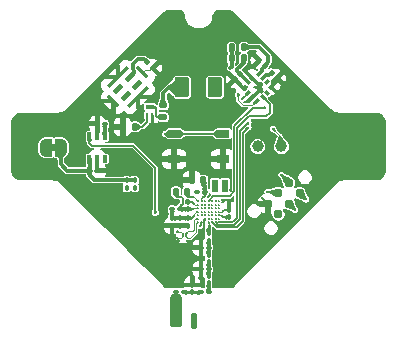
<source format=gbr>
%TF.GenerationSoftware,KiCad,Pcbnew,8.99.0-unknown-ce20689caf~181~ubuntu24.04.1*%
%TF.CreationDate,2024-12-05T10:04:36-05:00*%
%TF.ProjectId,nRF54L15_nPM2100_CR2032,6e524635-344c-4313-955f-6e504d323130,rev?*%
%TF.SameCoordinates,Original*%
%TF.FileFunction,Copper,L1,Top*%
%TF.FilePolarity,Positive*%
%FSLAX46Y46*%
G04 Gerber Fmt 4.6, Leading zero omitted, Abs format (unit mm)*
G04 Created by KiCad (PCBNEW 8.99.0-unknown-ce20689caf~181~ubuntu24.04.1) date 2024-12-05 10:04:36*
%MOMM*%
%LPD*%
G01*
G04 APERTURE LIST*
G04 Aperture macros list*
%AMRoundRect*
0 Rectangle with rounded corners*
0 $1 Rounding radius*
0 $2 $3 $4 $5 $6 $7 $8 $9 X,Y pos of 4 corners*
0 Add a 4 corners polygon primitive as box body*
4,1,4,$2,$3,$4,$5,$6,$7,$8,$9,$2,$3,0*
0 Add four circle primitives for the rounded corners*
1,1,$1+$1,$2,$3*
1,1,$1+$1,$4,$5*
1,1,$1+$1,$6,$7*
1,1,$1+$1,$8,$9*
0 Add four rect primitives between the rounded corners*
20,1,$1+$1,$2,$3,$4,$5,0*
20,1,$1+$1,$4,$5,$6,$7,0*
20,1,$1+$1,$6,$7,$8,$9,0*
20,1,$1+$1,$8,$9,$2,$3,0*%
%AMFreePoly0*
4,1,23,0.500000,-0.750000,0.000000,-0.750000,0.000000,-0.745722,-0.065263,-0.745722,-0.191342,-0.711940,-0.304381,-0.646677,-0.396677,-0.554381,-0.461940,-0.441342,-0.495722,-0.315263,-0.495722,-0.250000,-0.500000,-0.250000,-0.500000,0.250000,-0.495722,0.250000,-0.495722,0.315263,-0.461940,0.441342,-0.396677,0.554381,-0.304381,0.646677,-0.191342,0.711940,-0.065263,0.745722,0.000000,0.745722,
0.000000,0.750000,0.500000,0.750000,0.500000,-0.750000,0.500000,-0.750000,$1*%
%AMFreePoly1*
4,1,23,0.000000,0.745722,0.065263,0.745722,0.191342,0.711940,0.304381,0.646677,0.396677,0.554381,0.461940,0.441342,0.495722,0.315263,0.495722,0.250000,0.500000,0.250000,0.500000,-0.250000,0.495722,-0.250000,0.495722,-0.315263,0.461940,-0.441342,0.396677,-0.554381,0.304381,-0.646677,0.191342,-0.711940,0.065263,-0.745722,0.000000,-0.745722,0.000000,-0.750000,-0.500000,-0.750000,
-0.500000,0.750000,0.000000,0.750000,0.000000,0.745722,0.000000,0.745722,$1*%
G04 Aperture macros list end*
%TA.AperFunction,EtchedComponent*%
%ADD10C,0.000000*%
%TD*%
%TA.AperFunction,SMDPad,CuDef*%
%ADD11C,0.170000*%
%TD*%
%TA.AperFunction,SMDPad,CuDef*%
%ADD12RoundRect,0.100000X0.130000X0.100000X-0.130000X0.100000X-0.130000X-0.100000X0.130000X-0.100000X0*%
%TD*%
%TA.AperFunction,SMDPad,CuDef*%
%ADD13RoundRect,0.100000X-0.100000X0.130000X-0.100000X-0.130000X0.100000X-0.130000X0.100000X0.130000X0*%
%TD*%
%TA.AperFunction,SMDPad,CuDef*%
%ADD14RoundRect,0.100000X0.021213X0.162635X-0.162635X-0.021213X-0.021213X-0.162635X0.162635X0.021213X0*%
%TD*%
%TA.AperFunction,SMDPad,CuDef*%
%ADD15RoundRect,0.135000X0.135000X0.185000X-0.135000X0.185000X-0.135000X-0.185000X0.135000X-0.185000X0*%
%TD*%
%TA.AperFunction,SMDPad,CuDef*%
%ADD16RoundRect,0.147500X-0.147500X-0.172500X0.147500X-0.172500X0.147500X0.172500X-0.147500X0.172500X0*%
%TD*%
%TA.AperFunction,SMDPad,CuDef*%
%ADD17C,1.000000*%
%TD*%
%TA.AperFunction,SMDPad,CuDef*%
%ADD18RoundRect,0.100000X0.100000X-0.130000X0.100000X0.130000X-0.100000X0.130000X-0.100000X-0.130000X0*%
%TD*%
%TA.AperFunction,SMDPad,CuDef*%
%ADD19C,0.175000*%
%TD*%
%TA.AperFunction,SMDPad,CuDef*%
%ADD20RoundRect,0.140000X0.140000X0.170000X-0.140000X0.170000X-0.140000X-0.170000X0.140000X-0.170000X0*%
%TD*%
%TA.AperFunction,SMDPad,CuDef*%
%ADD21RoundRect,0.100000X-0.162635X0.021213X0.021213X-0.162635X0.162635X-0.021213X-0.021213X0.162635X0*%
%TD*%
%TA.AperFunction,SMDPad,CuDef*%
%ADD22RoundRect,0.075000X0.175000X0.575000X-0.175000X0.575000X-0.175000X-0.575000X0.175000X-0.575000X0*%
%TD*%
%TA.AperFunction,SMDPad,CuDef*%
%ADD23RoundRect,0.150000X0.350000X0.350000X-0.350000X0.350000X-0.350000X-0.350000X0.350000X-0.350000X0*%
%TD*%
%TA.AperFunction,SMDPad,CuDef*%
%ADD24R,0.575000X1.114000*%
%TD*%
%TA.AperFunction,SMDPad,CuDef*%
%ADD25RoundRect,0.100000X-0.130000X-0.100000X0.130000X-0.100000X0.130000X0.100000X-0.130000X0.100000X0*%
%TD*%
%TA.AperFunction,SMDPad,CuDef*%
%ADD26RoundRect,0.250000X-0.375000X-0.625000X0.375000X-0.625000X0.375000X0.625000X-0.375000X0.625000X0*%
%TD*%
%TA.AperFunction,SMDPad,CuDef*%
%ADD27RoundRect,0.033000X-0.021213X-0.207889X0.207889X0.021213X0.021213X0.207889X-0.207889X-0.021213X0*%
%TD*%
%TA.AperFunction,SMDPad,CuDef*%
%ADD28RoundRect,0.033000X0.021213X-0.207889X0.207889X-0.021213X-0.021213X0.207889X-0.207889X0.021213X0*%
%TD*%
%TA.AperFunction,SMDPad,CuDef*%
%ADD29R,0.250000X0.400000*%
%TD*%
%TA.AperFunction,SMDPad,CuDef*%
%ADD30R,0.700000X0.400000*%
%TD*%
%TA.AperFunction,ConnectorPad*%
%ADD31C,0.787400*%
%TD*%
%TA.AperFunction,SMDPad,CuDef*%
%ADD32RoundRect,0.100000X0.162635X-0.021213X-0.021213X0.162635X-0.162635X0.021213X0.021213X-0.162635X0*%
%TD*%
%TA.AperFunction,SMDPad,CuDef*%
%ADD33FreePoly0,0.000000*%
%TD*%
%TA.AperFunction,SMDPad,CuDef*%
%ADD34FreePoly1,0.000000*%
%TD*%
%TA.AperFunction,SMDPad,CuDef*%
%ADD35R,1.050000X0.650000*%
%TD*%
%TA.AperFunction,SMDPad,CuDef*%
%ADD36RoundRect,0.060000X-0.392444X-0.194454X-0.194454X-0.392444X0.392444X0.194454X0.194454X0.392444X0*%
%TD*%
%TA.AperFunction,SMDPad,CuDef*%
%ADD37RoundRect,0.052500X0.689429X0.862670X-0.862670X-0.689429X-0.689429X-0.862670X0.862670X0.689429X0*%
%TD*%
%TA.AperFunction,SMDPad,CuDef*%
%ADD38RoundRect,0.052500X0.509117X-0.335876X-0.335876X0.509117X-0.509117X0.335876X0.335876X-0.509117X0*%
%TD*%
%TA.AperFunction,SMDPad,CuDef*%
%ADD39RoundRect,0.135000X-0.185000X0.135000X-0.185000X-0.135000X0.185000X-0.135000X0.185000X0.135000X0*%
%TD*%
%TA.AperFunction,SMDPad,CuDef*%
%ADD40RoundRect,0.100000X-0.100000X0.225000X-0.100000X-0.225000X0.100000X-0.225000X0.100000X0.225000X0*%
%TD*%
%TA.AperFunction,ViaPad*%
%ADD41C,0.300000*%
%TD*%
%TA.AperFunction,ViaPad*%
%ADD42C,0.250000*%
%TD*%
%TA.AperFunction,ViaPad*%
%ADD43C,0.600000*%
%TD*%
%TA.AperFunction,Conductor*%
%ADD44C,0.150000*%
%TD*%
%TA.AperFunction,Conductor*%
%ADD45C,0.075000*%
%TD*%
%TA.AperFunction,Conductor*%
%ADD46C,0.300000*%
%TD*%
%TA.AperFunction,Conductor*%
%ADD47C,0.076200*%
%TD*%
%TA.AperFunction,Conductor*%
%ADD48C,0.100000*%
%TD*%
%TA.AperFunction,Conductor*%
%ADD49C,1.000000*%
%TD*%
%TA.AperFunction,Conductor*%
%ADD50C,0.292621*%
%TD*%
G04 APERTURE END LIST*
D10*
%TA.AperFunction,EtchedComponent*%
%TO.C,JP1*%
G36*
X177949999Y-55400000D02*
G01*
X177449999Y-55400000D01*
X177449999Y-54800000D01*
X177949999Y-54800000D01*
X177949999Y-55400000D01*
G37*
%TD.AperFunction*%
%TD*%
D11*
%TO.P,U1,A1,XC1*%
%TO.N,Net-(U1-XC1)*%
X189943000Y-61418200D03*
%TO.P,U1,A2,XC2*%
%TO.N,Net-(U1-XC2)*%
X189943000Y-61118200D03*
%TO.P,U1,A3,P1.12*%
%TO.N,unconnected-(U1-P1.12-PadA3)*%
X189943000Y-60818200D03*
%TO.P,U1,A4,DECA*%
%TO.N,Net-(U1-DECA)*%
X189943000Y-60518200D03*
%TO.P,U1,A5,DECD*%
%TO.N,Net-(U1-DECD)*%
X189943000Y-60218200D03*
%TO.P,U1,A6,VSS*%
%TO.N,GND*%
X189943000Y-59918200D03*
%TO.P,U1,A7,DCC*%
%TO.N,Net-(U1-DCC)*%
X189943000Y-59618200D03*
%TO.P,U1,B1,DECRF*%
%TO.N,Net-(U1-DECA)*%
X190243000Y-61418200D03*
%TO.P,U1,B3,P1.09*%
%TO.N,/LED*%
X190243000Y-60818200D03*
%TO.P,U1,B4,P1.13*%
%TO.N,unconnected-(U1-P1.13-PadB4)*%
X190243000Y-60518200D03*
%TO.P,U1,B5,P1.14*%
%TO.N,unconnected-(U1-P1.14-PadB5)*%
X190243000Y-60218200D03*
%TO.P,U1,B6,P1.15*%
%TO.N,/BUTTON0*%
X190243000Y-59918200D03*
%TO.P,U1,B7,VDD*%
%TO.N,VDD*%
X190243000Y-59618200D03*
%TO.P,U1,C2,VSS_PA*%
%TO.N,GND*%
X190543000Y-61118200D03*
%TO.P,U1,C3,P1.10*%
%TO.N,/LSW*%
X190543000Y-60818200D03*
%TO.P,U1,C4,P1.11*%
%TO.N,unconnected-(U1-P1.11-PadC4)*%
X190543000Y-60518200D03*
%TO.P,U1,C5,P1.00*%
%TO.N,Net-(U1-P1.00)*%
X190543000Y-60218200D03*
%TO.P,U1,C6,P1.01*%
%TO.N,Net-(U1-P1.01)*%
X190543000Y-59918200D03*
%TO.P,U1,C7,P1.02*%
%TO.N,unconnected-(U1-P1.02-PadC7)*%
X190543000Y-59618200D03*
%TO.P,U1,D1,ANT*%
%TO.N,Net-(U1-ANT)*%
X190843000Y-61418200D03*
%TO.P,U1,D2,~{RESET}*%
%TO.N,Net-(J1-~{RESET})*%
X190843000Y-61118200D03*
%TO.P,U1,D3,P0.04*%
%TO.N,unconnected-(U1-P0.04-PadD3)*%
X190843000Y-60818200D03*
%TO.P,U1,D4,P2.08*%
%TO.N,unconnected-(U1-P2.08-PadD4)*%
X190843000Y-60518200D03*
%TO.P,U1,D5,P1.03*%
%TO.N,/SCL*%
X190843000Y-60218200D03*
%TO.P,U1,D6,P1.04*%
%TO.N,/SDA*%
X190843000Y-59918200D03*
%TO.P,U1,D7,P1.06*%
%TO.N,/INT2*%
X190843000Y-59618200D03*
%TO.P,U1,E1,P0.03*%
%TO.N,/PDM_CLK*%
X191143000Y-61418200D03*
%TO.P,U1,E2,P0.02*%
%TO.N,unconnected-(U1-P0.02-PadE2)*%
X191143000Y-61118200D03*
%TO.P,U1,E3,SWDCLK*%
%TO.N,Net-(J1-SWCLK)*%
X191143000Y-60818200D03*
%TO.P,U1,E4,P2.07*%
%TO.N,unconnected-(U1-P2.07-PadE4)*%
X191143000Y-60518200D03*
%TO.P,U1,E5,P2.03*%
%TO.N,unconnected-(U1-P2.03-PadE5)*%
X191143000Y-60218200D03*
%TO.P,U1,E6,P1.05*%
%TO.N,unconnected-(U1-P1.05-PadE6)*%
X191143000Y-59918200D03*
%TO.P,U1,E7,P1.07*%
%TO.N,/UART_TX*%
X191143000Y-59618200D03*
%TO.P,U1,F1,P0.01*%
%TO.N,/PDM_DATA*%
X191443000Y-61418200D03*
%TO.P,U1,F2,SWDIO*%
%TO.N,Net-(J1-SWDIO)*%
X191443000Y-61118200D03*
%TO.P,U1,F3,P2.09*%
%TO.N,unconnected-(U1-P2.09-PadF3)*%
X191443000Y-60818200D03*
%TO.P,U1,F4,P2.06*%
%TO.N,unconnected-(U1-P2.06-PadF4)*%
X191443000Y-60518200D03*
%TO.P,U1,F5,P2.04*%
%TO.N,unconnected-(U1-P2.04-PadF5)*%
X191443000Y-60218200D03*
%TO.P,U1,F6,P2.02*%
%TO.N,unconnected-(U1-P2.02-PadF6)*%
X191443000Y-59918200D03*
%TO.P,U1,F7,P1.08*%
%TO.N,/UART_RX*%
X191443000Y-59618200D03*
%TO.P,U1,G1,P0.00*%
%TO.N,/INT1*%
X191743000Y-61418200D03*
%TO.P,U1,G2,P2.10*%
%TO.N,unconnected-(U1-P2.10-PadG2)*%
X191743000Y-61118200D03*
%TO.P,U1,G3,VDD*%
%TO.N,VDD*%
X191743000Y-60818200D03*
%TO.P,U1,G4,VSS*%
%TO.N,GND*%
X191743000Y-60518200D03*
%TO.P,U1,G5,P2.05*%
%TO.N,unconnected-(U1-P2.05-PadG5)*%
X191743000Y-60218200D03*
%TO.P,U1,G6,P2.00*%
%TO.N,unconnected-(U1-P2.00-PadG6)*%
X191743000Y-59918200D03*
%TO.P,U1,G7,P2.01*%
%TO.N,unconnected-(U1-P2.01-PadG7)*%
X191743000Y-59618200D03*
%TD*%
D12*
%TO.P,L6,1*%
%TO.N,Net-(L4-Pad2)*%
X190830000Y-67360000D03*
%TO.P,L6,2*%
%TO.N,Net-(C18-Pad1)*%
X190190000Y-67360000D03*
%TD*%
D13*
%TO.P,C12,1*%
%TO.N,Net-(U1-DECA)*%
X188430000Y-61063800D03*
%TO.P,C12,2*%
%TO.N,GND*%
X188430000Y-61703800D03*
%TD*%
D12*
%TO.P,L7,1*%
%TO.N,Net-(C18-Pad1)*%
X188720000Y-67360000D03*
%TO.P,L7,2*%
%TO.N,Net-(AE1-PCB_Trace)*%
X188080000Y-67360000D03*
%TD*%
D14*
%TO.P,C16,1*%
%TO.N,Net-(JP2-A)*%
X193486274Y-48833726D03*
%TO.P,C16,2*%
%TO.N,GND*%
X193033726Y-49286274D03*
%TD*%
D15*
%TO.P,JP2,1,A*%
%TO.N,Net-(JP2-A)*%
X193810000Y-47530000D03*
%TO.P,JP2,2,B*%
%TO.N,/VDD_LS*%
X192790000Y-47530000D03*
%TD*%
D13*
%TO.P,L4,1*%
%TO.N,Net-(C9-Pad1)*%
X190830000Y-65950000D03*
%TO.P,L4,2*%
%TO.N,Net-(L4-Pad2)*%
X190830000Y-66590000D03*
%TD*%
D16*
%TO.P,L1,1*%
%TO.N,Net-(U1-DECD)*%
X188065000Y-58823800D03*
%TO.P,L1,2*%
%TO.N,Net-(U1-DCC)*%
X189035000Y-58823800D03*
%TD*%
D17*
%TO.P,TP2,1,1*%
%TO.N,/UART_RX*%
X197000000Y-55000000D03*
%TD*%
D18*
%TO.P,C1,1*%
%TO.N,Net-(U1-DECD)*%
X189130000Y-60313800D03*
%TO.P,C1,2*%
%TO.N,GND*%
X189130000Y-59673800D03*
%TD*%
D19*
%TO.P,Y2,1,1*%
%TO.N,Net-(U1-XC1)*%
X188905000Y-62618800D03*
%TO.P,Y2,2,2*%
%TO.N,GND*%
X188655000Y-62618800D03*
%TO.P,Y2,3,3*%
X188655000Y-62368800D03*
%TO.P,Y2,4,4*%
%TO.N,Net-(U1-XC2)*%
X188905000Y-62368800D03*
%TD*%
D20*
%TO.P,C10,1*%
%TO.N,VDD*%
X190400000Y-57830000D03*
%TO.P,C10,2*%
%TO.N,GND*%
X189440000Y-57830000D03*
%TD*%
D15*
%TO.P,JP3,1,A*%
%TO.N,Net-(JP3-A)*%
X193810000Y-46590000D03*
%TO.P,JP3,2,B*%
%TO.N,/VDD_LS*%
X192790000Y-46590000D03*
%TD*%
D21*
%TO.P,C15,1*%
%TO.N,Net-(U3-V_{REG_OUT})*%
X196173726Y-48753726D03*
%TO.P,C15,2*%
%TO.N,GND*%
X196626274Y-49206274D03*
%TD*%
D12*
%TO.P,C11,1*%
%TO.N,VDD*%
X190500000Y-58813800D03*
%TO.P,C11,2*%
%TO.N,GND*%
X189860000Y-58813800D03*
%TD*%
D13*
%TO.P,R3,1*%
%TO.N,VDD*%
X184590000Y-57850000D03*
%TO.P,R3,2*%
%TO.N,/SCL*%
X184590000Y-58490000D03*
%TD*%
D22*
%TO.P,AE1,1,FEED*%
%TO.N,unconnected-(AE1-FEED-Pad1)*%
X189630000Y-69800000D03*
D23*
%TO.P,AE1,2,PCB_Trace*%
%TO.N,Net-(AE1-PCB_Trace)*%
X188080000Y-69800000D03*
%TD*%
D12*
%TO.P,C4,1*%
%TO.N,/VDD_LS*%
X182050000Y-53080000D03*
%TO.P,C4,2*%
%TO.N,GND*%
X181410000Y-53080000D03*
%TD*%
D17*
%TO.P,TP1,1,1*%
%TO.N,/UART_TX*%
X195000000Y-55000000D03*
%TD*%
D24*
%TO.P,Y1,1,1*%
%TO.N,Net-(U1-P1.01)*%
X191367500Y-58363800D03*
%TO.P,Y1,2,2*%
%TO.N,Net-(U1-P1.00)*%
X192192500Y-58363800D03*
%TD*%
D25*
%TO.P,C3,1*%
%TO.N,VDD*%
X180760000Y-57050000D03*
%TO.P,C3,2*%
%TO.N,GND*%
X181400000Y-57050000D03*
%TD*%
D15*
%TO.P,R4,1*%
%TO.N,/LED*%
X184580000Y-53320000D03*
%TO.P,R4,2*%
%TO.N,GND*%
X183560000Y-53320000D03*
%TD*%
D13*
%TO.P,C2,1*%
%TO.N,Net-(U1-DECA)*%
X187730000Y-61063800D03*
%TO.P,C2,2*%
%TO.N,GND*%
X187730000Y-61703800D03*
%TD*%
D26*
%TO.P,D1,1,K*%
%TO.N,Net-(D1-K)*%
X188600000Y-50000000D03*
%TO.P,D1,2,A*%
%TO.N,VDD*%
X191400000Y-50000000D03*
%TD*%
D25*
%TO.P,FB1,1*%
%TO.N,Net-(U1-DECA)*%
X187760000Y-60313800D03*
%TO.P,FB1,2*%
%TO.N,Net-(U1-DECD)*%
X188400000Y-60313800D03*
%TD*%
D27*
%TO.P,U3,1,SCLK*%
%TO.N,GND*%
X193861558Y-50077782D03*
%TO.P,U3,2,MOSI/SDA*%
%TO.N,/SDA*%
X194215111Y-50431335D03*
%TO.P,U3,3,MISO/ASEL*%
%TO.N,GND*%
X194568665Y-50784889D03*
%TO.P,U3,4,~{CS}/SCL*%
%TO.N,/SCL*%
X194922218Y-51138442D03*
D28*
%TO.P,U3,5,INT1*%
%TO.N,/INT1*%
X195469802Y-50823355D03*
%TO.P,U3,6,INT2*%
%TO.N,/INT2*%
X195823355Y-50469802D03*
D27*
%TO.P,U3,7,GND*%
%TO.N,GND*%
X196138442Y-49922218D03*
%TO.P,U3,8,ADC_IN*%
%TO.N,unconnected-(U3-ADC_IN-Pad8)*%
X195784889Y-49568665D03*
%TO.P,U3,9,V_{REG_OUT}*%
%TO.N,Net-(U3-V_{REG_OUT})*%
X195431335Y-49215111D03*
%TO.P,U3,10,V_{S}*%
%TO.N,Net-(JP3-A)*%
X195077782Y-48861558D03*
D28*
%TO.P,U3,11,GND*%
%TO.N,GND*%
X194530198Y-49176645D03*
%TO.P,U3,12,V_{DDIO}*%
%TO.N,Net-(JP2-A)*%
X194176645Y-49530198D03*
%TD*%
D29*
%TO.P,Q1,1,G*%
%TO.N,/LED*%
X185625000Y-52350000D03*
%TO.P,Q1,2,S*%
%TO.N,GND*%
X186075000Y-52350000D03*
D30*
%TO.P,Q1,3,D*%
%TO.N,Net-(Q1-D)*%
X185850000Y-51650000D03*
%TD*%
D31*
%TO.P,J1,1,VCC*%
%TO.N,VDD*%
X197649013Y-58052962D03*
%TO.P,J1,2,SWDIO*%
%TO.N,Net-(J1-SWDIO)*%
X198547038Y-58950987D03*
%TO.P,J1,3,~{RESET}*%
%TO.N,Net-(J1-~{RESET})*%
X196750987Y-58950987D03*
%TO.P,J1,4,SWCLK*%
%TO.N,Net-(J1-SWCLK)*%
X197649013Y-59849013D03*
%TO.P,J1,5,GND*%
%TO.N,GND*%
X195852962Y-59849013D03*
%TO.P,J1,6,SWO*%
%TO.N,unconnected-(J1-SWO-Pad6)*%
X196750987Y-60747038D03*
%TD*%
D32*
%TO.P,C17,1*%
%TO.N,Net-(JP3-A)*%
X195586274Y-48156274D03*
%TO.P,C17,2*%
%TO.N,GND*%
X195133726Y-47703726D03*
%TD*%
D18*
%TO.P,C8,1*%
%TO.N,VDD*%
X192557697Y-60990000D03*
%TO.P,C8,2*%
%TO.N,GND*%
X192557697Y-60350000D03*
%TD*%
D13*
%TO.P,L2,1*%
%TO.N,Net-(U1-ANT)*%
X190830000Y-62350000D03*
%TO.P,L2,2*%
%TO.N,Net-(C6-Pad1)*%
X190830000Y-62990000D03*
%TD*%
D21*
%TO.P,C20,1*%
%TO.N,/VDD_LS*%
X185653726Y-47873726D03*
%TO.P,C20,2*%
%TO.N,GND*%
X186106274Y-48326274D03*
%TD*%
D18*
%TO.P,L18,1*%
%TO.N,Net-(C18-Pad1)*%
X189450000Y-67360000D03*
%TO.P,L18,2*%
%TO.N,GND*%
X189450000Y-66720000D03*
%TD*%
D33*
%TO.P,JP1,1,A*%
%TO.N,Net-(BT1-+)*%
X177050000Y-55100000D03*
D34*
%TO.P,JP1,2,B*%
%TO.N,VDD*%
X178349998Y-55100000D03*
%TD*%
D13*
%TO.P,R2,1*%
%TO.N,VDD*%
X183890000Y-57850000D03*
%TO.P,R2,2*%
%TO.N,/SDA*%
X183890000Y-58490000D03*
%TD*%
D35*
%TO.P,SW1,1,1*%
%TO.N,/BUTTON0*%
X187925000Y-53925000D03*
X192075000Y-53925000D03*
%TO.P,SW1,2,2*%
%TO.N,GND*%
X187925000Y-56075000D03*
X192050000Y-56075000D03*
%TD*%
D12*
%TO.P,C6,1*%
%TO.N,Net-(C6-Pad1)*%
X190830000Y-63570000D03*
%TO.P,C6,2*%
%TO.N,GND*%
X190190000Y-63570000D03*
%TD*%
%TO.P,C9,1*%
%TO.N,Net-(C9-Pad1)*%
X190830000Y-65370000D03*
%TO.P,C9,2*%
%TO.N,GND*%
X190190000Y-65370000D03*
%TD*%
D13*
%TO.P,L3,1*%
%TO.N,Net-(C6-Pad1)*%
X190830000Y-64150000D03*
%TO.P,L3,2*%
%TO.N,Net-(C9-Pad1)*%
X190830000Y-64790000D03*
%TD*%
D36*
%TO.P,MK1,1,VDD*%
%TO.N,/VDD_LS*%
X184159099Y-49156649D03*
%TO.P,MK1,2,SEL*%
%TO.N,GND*%
X183204505Y-50111243D03*
%TO.P,MK1,3,CLOCK*%
%TO.N,/PDM_CLK*%
X183840901Y-50747639D03*
%TO.P,MK1,4,DATA*%
%TO.N,/PDM_DATA*%
X184795495Y-49793045D03*
D37*
%TO.P,MK1,5,GND*%
%TO.N,GND*%
X183133794Y-49085938D03*
D38*
X185219759Y-48732385D03*
X182780241Y-51171903D03*
D37*
X184866206Y-50818350D03*
%TD*%
D39*
%TO.P,R1,1*%
%TO.N,Net-(D1-K)*%
X187000000Y-51490000D03*
%TO.P,R1,2*%
%TO.N,Net-(Q1-D)*%
X187000000Y-52510000D03*
%TD*%
D13*
%TO.P,C5,1*%
%TO.N,Net-(U1-DECA)*%
X189130000Y-61073800D03*
%TO.P,C5,2*%
%TO.N,GND*%
X189130000Y-61713800D03*
%TD*%
D40*
%TO.P,U2,1,OUT*%
%TO.N,/VDD_LS*%
X182050000Y-54150000D03*
%TO.P,U2,2,GND*%
%TO.N,GND*%
X181400000Y-54150000D03*
%TO.P,U2,3,~{ON}*%
%TO.N,/LSW*%
X180750000Y-54150000D03*
%TO.P,U2,4,IN*%
%TO.N,VDD*%
X180750000Y-56050000D03*
%TO.P,U2,5,GND*%
%TO.N,GND*%
X181400000Y-56050000D03*
%TO.P,U2,6,NC*%
%TO.N,unconnected-(U2-NC-Pad6)*%
X182050000Y-56050000D03*
%TD*%
D41*
%TO.N,GND*%
X189000000Y-65000000D03*
X189450000Y-66720000D03*
X189440000Y-57830000D03*
X181400000Y-54150000D03*
X180500000Y-58500000D03*
X187500000Y-65000000D03*
X192000000Y-46000000D03*
X182500000Y-60000000D03*
X193861558Y-50077782D03*
X194000000Y-65000000D03*
X188000000Y-44000000D03*
D42*
X192670000Y-58650000D03*
X193930000Y-61520000D03*
D41*
X188000000Y-46000000D03*
X200000000Y-57000000D03*
D42*
X194560000Y-61330000D03*
X186106274Y-48326274D03*
D41*
X199100000Y-51950000D03*
X190000000Y-46000000D03*
D42*
X183204505Y-50111243D03*
D41*
X181400000Y-57050000D03*
X189000000Y-52500000D03*
X192000000Y-44000000D03*
X193033726Y-49286274D03*
X186000000Y-46000000D03*
X188000000Y-48000000D03*
D42*
X189130000Y-59673800D03*
D41*
X196138442Y-49922218D03*
D42*
X190930315Y-59120315D03*
X188440000Y-61713800D03*
X188140000Y-62760000D03*
D41*
X200000000Y-53000000D03*
X185000000Y-56000000D03*
X198000000Y-57000000D03*
D42*
X189130000Y-61713800D03*
X194440000Y-59080000D03*
X188130000Y-59640000D03*
D41*
X192000000Y-63000000D03*
X181400000Y-56050000D03*
X185000000Y-62500000D03*
D42*
X188120000Y-62210000D03*
D41*
X192000000Y-65000000D03*
X189000000Y-63000000D03*
D42*
X195380000Y-59370000D03*
D41*
X180500000Y-51500000D03*
X194000000Y-64000000D03*
D42*
X190542199Y-61119005D03*
D41*
X190190000Y-65370000D03*
X196626274Y-49206274D03*
X183560000Y-53320000D03*
X192000000Y-66000000D03*
X200000000Y-55000000D03*
D42*
X189860000Y-58813800D03*
D43*
X190000000Y-55000000D03*
D42*
X192557697Y-60350000D03*
X192050000Y-59590000D03*
D41*
X190000000Y-48000000D03*
X186000000Y-55000000D03*
X194568665Y-50784889D03*
X189000000Y-64000000D03*
X192000000Y-64000000D03*
X186075000Y-52775000D03*
X196000000Y-53000000D03*
X189000000Y-66000000D03*
X181410000Y-53080000D03*
X192000000Y-48000000D03*
X194530198Y-49176645D03*
X194000000Y-63000000D03*
X195083726Y-47633726D03*
D42*
X187730000Y-61703800D03*
D41*
X190190000Y-63570000D03*
X190000000Y-50000000D03*
X199100000Y-55000000D03*
D42*
%TO.N,Net-(U1-DECA)*%
X190150000Y-61720000D03*
X188780000Y-61073800D03*
D41*
%TO.N,Net-(BT1-+)*%
X177050000Y-55100000D03*
%TO.N,/INT2*%
X195650000Y-51700000D03*
X195823355Y-50469802D03*
%TO.N,/VDD_LS*%
X182050000Y-53080000D03*
X192690000Y-48370000D03*
X184159099Y-49156649D03*
%TO.N,VDD*%
X190500000Y-58460000D03*
D42*
X197000000Y-57400000D03*
D41*
X184590000Y-57850000D03*
X192557697Y-60990000D03*
X191400000Y-50000000D03*
D42*
%TO.N,Net-(J1-SWDIO)*%
X191443000Y-61118200D03*
D41*
X199080000Y-59480000D03*
%TO.N,Net-(J1-SWCLK)*%
X198140000Y-60340000D03*
D42*
X191143000Y-60818200D03*
%TO.N,Net-(J1-~{RESET})*%
X195810000Y-58850000D03*
X190843000Y-61118200D03*
%TO.N,Net-(U1-P1.00)*%
X192192500Y-58363800D03*
X190542873Y-60219001D03*
%TO.N,Net-(U1-P1.01)*%
X190542197Y-59918200D03*
X191367500Y-58363800D03*
%TO.N,/SDA*%
X190843000Y-59918200D03*
D41*
X193700000Y-50940000D03*
X183890000Y-58490000D03*
D42*
%TO.N,/SCL*%
X190843675Y-60219003D03*
D41*
X184590000Y-58490000D03*
X193350000Y-50570000D03*
D42*
%TO.N,/UART_TX*%
X191142197Y-59618200D03*
D41*
X195000000Y-55000000D03*
%TO.N,/UART_RX*%
X196300000Y-53500000D03*
D42*
X191443000Y-59618200D03*
%TO.N,/LED*%
X190242289Y-60810800D03*
D41*
X184580000Y-53320000D03*
D42*
%TO.N,/PDM_DATA*%
X184795495Y-49793045D03*
D41*
X194200000Y-52970000D03*
D42*
%TO.N,/PDM_CLK*%
X183840901Y-50747639D03*
D41*
X194195000Y-53395000D03*
D42*
%TO.N,/BUTTON0*%
X190241394Y-59918200D03*
D41*
X187170000Y-53925000D03*
D42*
%TO.N,/LSW*%
X190543000Y-60818200D03*
D41*
X186340000Y-60590000D03*
%TD*%
D44*
%TO.N,GND*%
X190530211Y-61129789D02*
X190445000Y-61215000D01*
D45*
X185412144Y-48540000D02*
X185892548Y-48540000D01*
D44*
X192020000Y-60470000D02*
X192140000Y-60350000D01*
X183550000Y-53350000D02*
X183550000Y-53330000D01*
X192140000Y-60350000D02*
X192557697Y-60350000D01*
X190445000Y-61515731D02*
X190445000Y-62085000D01*
D46*
X181400000Y-56050000D02*
X181400000Y-57050000D01*
D44*
X183550000Y-53330000D02*
X183560000Y-53320000D01*
D45*
X185892548Y-48540000D02*
X186106274Y-48326274D01*
X188496200Y-62210000D02*
X188655000Y-62368800D01*
D44*
X190531415Y-61129789D02*
X190530211Y-61129789D01*
X190190000Y-62340000D02*
X190190000Y-63570000D01*
D45*
X188513800Y-62760000D02*
X188655000Y-62618800D01*
X188120000Y-62210000D02*
X188496200Y-62210000D01*
D46*
X188430000Y-61703800D02*
X188440000Y-61713800D01*
D44*
X190445000Y-62085000D02*
X190190000Y-62340000D01*
X195852962Y-59842962D02*
X195380000Y-59370000D01*
D45*
X188140000Y-62760000D02*
X188513800Y-62760000D01*
D44*
X190542199Y-61119005D02*
X190531415Y-61129789D01*
X195852962Y-59849013D02*
X195852962Y-59842962D01*
D45*
X185219759Y-48732385D02*
X185412144Y-48540000D01*
D46*
X189130000Y-61713800D02*
X188440000Y-61713800D01*
D47*
X189670000Y-59930000D02*
X189600000Y-59860000D01*
D44*
X190454800Y-61330469D02*
X190454800Y-61505931D01*
X189413800Y-59673800D02*
X189130000Y-59673800D01*
D46*
X181410000Y-53080000D02*
X181410000Y-54140000D01*
D48*
X191730000Y-60530000D02*
X191960000Y-60530000D01*
D46*
X181410000Y-54140000D02*
X181400000Y-54150000D01*
X187740000Y-61713800D02*
X187730000Y-61703800D01*
D47*
X189930000Y-59930000D02*
X189670000Y-59930000D01*
D48*
X191960000Y-60530000D02*
X192020000Y-60470000D01*
D44*
X190445000Y-61215000D02*
X190445000Y-61320669D01*
X190445000Y-61320669D02*
X190454800Y-61330469D01*
X189600000Y-59860000D02*
X189413800Y-59673800D01*
X186075000Y-52775000D02*
X186075000Y-52350000D01*
D46*
X188440000Y-61713800D02*
X187740000Y-61713800D01*
D44*
X190454800Y-61505931D02*
X190445000Y-61515731D01*
D49*
%TO.N,Net-(AE1-PCB_Trace)*%
X188080000Y-69800000D02*
X188080000Y-67920000D01*
D44*
%TO.N,Net-(U1-DECD)*%
X188630000Y-59840000D02*
X188630000Y-59390000D01*
X188160000Y-59270000D02*
X188065000Y-59175000D01*
X188065000Y-59175000D02*
X188065000Y-58823800D01*
X188400000Y-60313800D02*
X188400000Y-60070000D01*
X189466200Y-60313800D02*
X189510000Y-60270000D01*
X188400000Y-60070000D02*
X188630000Y-59840000D01*
X189130000Y-60313800D02*
X189466200Y-60313800D01*
X188630000Y-59390000D02*
X188510000Y-59270000D01*
X188510000Y-59270000D02*
X188160000Y-59270000D01*
D48*
X189550000Y-60230000D02*
X189930000Y-60230000D01*
X189510000Y-60270000D02*
X189550000Y-60230000D01*
D46*
X188400000Y-60313800D02*
X189130000Y-60313800D01*
D44*
%TO.N,Net-(U1-DECA)*%
X189580000Y-60840000D02*
X189580000Y-60895000D01*
X190230000Y-61640000D02*
X190150000Y-61720000D01*
D48*
X189740000Y-60530000D02*
X189580000Y-60690000D01*
X189930000Y-60530000D02*
X189740000Y-60530000D01*
D44*
X189401200Y-61073800D02*
X189130000Y-61073800D01*
D48*
X189580000Y-60690000D02*
X189580000Y-60840000D01*
D46*
X187760000Y-61033800D02*
X187730000Y-61063800D01*
X187760000Y-60313800D02*
X187760000Y-61033800D01*
D44*
X190230000Y-61430000D02*
X190230000Y-61640000D01*
D46*
X188780000Y-61073800D02*
X187740000Y-61073800D01*
X187740000Y-61073800D02*
X187730000Y-61063800D01*
D44*
X189580000Y-60895000D02*
X189401200Y-61073800D01*
D46*
X189130000Y-61073800D02*
X188780000Y-61073800D01*
D50*
%TO.N,Net-(C6-Pad1)*%
X190830000Y-62990000D02*
X190830000Y-64150000D01*
%TO.N,Net-(C9-Pad1)*%
X190830000Y-64790000D02*
X190830000Y-65950000D01*
D44*
%TO.N,Net-(U1-DCC)*%
X189120000Y-59300000D02*
X189035000Y-59215000D01*
D48*
X189930000Y-59630000D02*
X189600000Y-59300000D01*
X189600000Y-59300000D02*
X189570000Y-59300000D01*
D44*
X189570000Y-59300000D02*
X189120000Y-59300000D01*
X189035000Y-59215000D02*
X189035000Y-58823800D01*
D48*
%TO.N,Net-(U1-ANT)*%
X190830000Y-61433000D02*
X190843000Y-61433000D01*
D50*
X190830000Y-61640000D02*
X190831636Y-61638364D01*
X190830000Y-62350000D02*
X190830000Y-61640000D01*
D48*
X190830000Y-61640000D02*
X190830000Y-61433000D01*
D44*
%TO.N,/INT1*%
X196060000Y-52130000D02*
X196060000Y-51413553D01*
X192840000Y-61430000D02*
X192965000Y-61305000D01*
X192965000Y-61305000D02*
X193230000Y-61040000D01*
X196060000Y-51413553D02*
X195469802Y-50823355D01*
X194220000Y-52460000D02*
X195730000Y-52460000D01*
X193230000Y-61040000D02*
X193230000Y-53450000D01*
X193230000Y-53450000D02*
X194220000Y-52460000D01*
X191730000Y-61430000D02*
X192840000Y-61430000D01*
X195730000Y-52460000D02*
X196060000Y-52130000D01*
D45*
%TO.N,Net-(U1-XC1)*%
X189046200Y-62760000D02*
X188905000Y-62618800D01*
X189770000Y-61590000D02*
X189770000Y-62240000D01*
X189770000Y-62240000D02*
X189250000Y-62760000D01*
X189250000Y-62760000D02*
X189046200Y-62760000D01*
X189930000Y-61430000D02*
X189770000Y-61590000D01*
%TO.N,Net-(U1-XC2)*%
X189560000Y-61220000D02*
X189650000Y-61130000D01*
X188905000Y-62368800D02*
X189083800Y-62190000D01*
X189083800Y-62190000D02*
X189460000Y-62190000D01*
X189460000Y-62190000D02*
X189560000Y-62090000D01*
X189560000Y-62090000D02*
X189560000Y-61220000D01*
X189650000Y-61130000D02*
X189930000Y-61130000D01*
D44*
%TO.N,/INT2*%
X191195315Y-59210000D02*
X190830000Y-59575315D01*
X190830000Y-59575315D02*
X190830000Y-59630000D01*
X195650000Y-51700000D02*
X194570000Y-51700000D01*
X193029200Y-53240800D02*
X193029200Y-58810800D01*
X194570000Y-51700000D02*
X193029200Y-53240800D01*
X192630000Y-59210000D02*
X191195315Y-59210000D01*
X193029200Y-58810800D02*
X192630000Y-59210000D01*
D46*
%TO.N,/VDD_LS*%
X184560000Y-48755748D02*
X184159099Y-49156649D01*
X184410000Y-48000000D02*
X184410000Y-48454088D01*
X184560000Y-48604088D02*
X184560000Y-48755748D01*
X184820000Y-47590000D02*
X184410000Y-48000000D01*
X185370000Y-47590000D02*
X184820000Y-47590000D01*
X192790000Y-46590000D02*
X192790000Y-48270000D01*
X182050000Y-53080000D02*
X182050000Y-54150000D01*
X192790000Y-48270000D02*
X192690000Y-48370000D01*
X185653726Y-47873726D02*
X185370000Y-47590000D01*
X184410000Y-48454088D02*
X184560000Y-48604088D01*
%TO.N,VDD*%
X178349998Y-56519998D02*
X178349998Y-55100000D01*
X180760000Y-56060000D02*
X180750000Y-56050000D01*
X181170000Y-57850000D02*
X184590000Y-57850000D01*
D48*
X190230000Y-59440000D02*
X190280000Y-59390000D01*
X190230000Y-59630000D02*
X190230000Y-59440000D01*
D46*
X180760000Y-57440000D02*
X181170000Y-57850000D01*
D44*
X197649013Y-58052962D02*
X197649013Y-58049013D01*
D46*
X180760000Y-57050000D02*
X180760000Y-57440000D01*
X190500000Y-58330000D02*
X190400000Y-58230000D01*
D44*
X190280000Y-59390000D02*
X190500000Y-59170000D01*
X192080000Y-60990000D02*
X192557697Y-60990000D01*
D48*
X191920000Y-60830000D02*
X191970000Y-60880000D01*
D46*
X190400000Y-58230000D02*
X190400000Y-57830000D01*
X180760000Y-57050000D02*
X180760000Y-56060000D01*
X190500000Y-58460000D02*
X190500000Y-58330000D01*
D48*
X191730000Y-60830000D02*
X191920000Y-60830000D01*
D44*
X190500000Y-59170000D02*
X190500000Y-58813800D01*
D46*
X180760000Y-57050000D02*
X178880000Y-57050000D01*
X190500000Y-58460000D02*
X190500000Y-58813800D01*
D44*
X191970000Y-60880000D02*
X192080000Y-60990000D01*
D46*
X178880000Y-57050000D02*
X178349998Y-56519998D01*
D44*
X197649013Y-58049013D02*
X197000000Y-57400000D01*
%TO.N,Net-(J1-SWDIO)*%
X198547038Y-58950987D02*
X198550987Y-58950987D01*
X198550987Y-58950987D02*
X199080000Y-59480000D01*
%TO.N,Net-(J1-SWCLK)*%
X197649013Y-59849013D02*
X198140000Y-60340000D01*
%TO.N,Net-(J1-~{RESET})*%
X190830000Y-61130000D02*
X190831200Y-61130000D01*
X190831200Y-61130000D02*
X190843000Y-61118200D01*
X195810000Y-58850000D02*
X196650000Y-58850000D01*
X196650000Y-58850000D02*
X196750987Y-58950987D01*
D48*
%TO.N,Net-(U1-P1.00)*%
X190542150Y-60230000D02*
X190530000Y-60230000D01*
X190542873Y-60219001D02*
X190542873Y-60229277D01*
X190542873Y-60229277D02*
X190542150Y-60230000D01*
D46*
%TO.N,Net-(D1-K)*%
X187500000Y-50000000D02*
X188600000Y-50000000D01*
X187000000Y-51490000D02*
X187000000Y-50500000D01*
X187000000Y-50500000D02*
X187500000Y-50000000D01*
D48*
%TO.N,/SDA*%
X193700000Y-50940000D02*
X193706446Y-50940000D01*
X190843000Y-59918200D02*
X190841769Y-59918200D01*
X190830000Y-59929969D02*
X190830000Y-59930000D01*
X193706446Y-50940000D02*
X194215111Y-50431335D01*
X190841769Y-59918200D02*
X190830000Y-59929969D01*
%TO.N,/SCL*%
X190843675Y-60219003D02*
X190832975Y-60229703D01*
X194540660Y-51520000D02*
X194922218Y-51138442D01*
X193770000Y-51520000D02*
X194540660Y-51520000D01*
X193350000Y-51100000D02*
X193770000Y-51520000D01*
X190832975Y-60229703D02*
X190831068Y-60229703D01*
X193350000Y-50570000D02*
X193350000Y-51100000D01*
X190831068Y-60229703D02*
X190830771Y-60230000D01*
X190830771Y-60230000D02*
X190830000Y-60230000D01*
D47*
%TO.N,/UART_RX*%
X196300000Y-53500000D02*
X197000000Y-54200000D01*
D45*
X191431200Y-59630000D02*
X191430000Y-59630000D01*
X191443000Y-59618200D02*
X191431200Y-59630000D01*
D47*
X197000000Y-54200000D02*
X197000000Y-55000000D01*
D44*
%TO.N,Net-(Q1-D)*%
X186400000Y-52400000D02*
X186510000Y-52510000D01*
X186400000Y-51750000D02*
X186400000Y-52400000D01*
X186510000Y-52510000D02*
X187000000Y-52510000D01*
X185850000Y-51650000D02*
X186300000Y-51650000D01*
X186300000Y-51650000D02*
X186400000Y-51750000D01*
%TO.N,/LED*%
X184580000Y-53320000D02*
X185230000Y-53320000D01*
X185230000Y-53320000D02*
X185625000Y-52925000D01*
X185625000Y-52925000D02*
X185625000Y-52350000D01*
%TO.N,/PDM_DATA*%
X193500000Y-61170000D02*
X193029200Y-61640800D01*
X193500000Y-53670000D02*
X193500000Y-61170000D01*
X193029200Y-61640800D02*
X191640800Y-61640800D01*
X191640800Y-61640800D02*
X191430000Y-61430000D01*
X194200000Y-52970000D02*
X193500000Y-53670000D01*
D46*
%TO.N,Net-(U3-V_{REG_OUT})*%
X195431335Y-49215111D02*
X195666446Y-48980000D01*
X195666446Y-48980000D02*
X195947452Y-48980000D01*
X195947452Y-48980000D02*
X196173726Y-48753726D01*
D50*
%TO.N,Net-(C18-Pad1)*%
X190190000Y-67360000D02*
X188720000Y-67360000D01*
%TO.N,Net-(L4-Pad2)*%
X190830000Y-66590000D02*
X190830000Y-67360000D01*
D44*
%TO.N,/PDM_CLK*%
X191541600Y-61841600D02*
X191130000Y-61430000D01*
X194195000Y-53395000D02*
X193750000Y-53840000D01*
X193750000Y-53840000D02*
X193750000Y-61320000D01*
X193750000Y-61320000D02*
X193228400Y-61841600D01*
X193228400Y-61841600D02*
X191541600Y-61841600D01*
D46*
%TO.N,Net-(JP2-A)*%
X193810000Y-47530000D02*
X193810000Y-47930000D01*
X193270000Y-48617452D02*
X193486274Y-48833726D01*
X193810000Y-47930000D02*
X193270000Y-48470000D01*
X194176645Y-49530198D02*
X194176645Y-49524097D01*
X193486274Y-48833726D02*
X193486274Y-48839827D01*
X193270000Y-48470000D02*
X193270000Y-48617452D01*
X193486274Y-48839827D02*
X194176645Y-49530198D01*
D44*
%TO.N,/BUTTON0*%
X187170000Y-53925000D02*
X187925000Y-53925000D01*
D45*
X190241394Y-59918200D02*
X190230000Y-59929594D01*
D44*
X187925000Y-53925000D02*
X192075000Y-53925000D01*
D45*
X190230000Y-59929594D02*
X190230000Y-59930000D01*
%TO.N,/LSW*%
X190532001Y-60829199D02*
X190530801Y-60829199D01*
D44*
X184470000Y-54940000D02*
X180980000Y-54940000D01*
X180980000Y-54940000D02*
X180750000Y-54710000D01*
X186340000Y-56810000D02*
X184470000Y-54940000D01*
X180750000Y-54710000D02*
X180750000Y-54150000D01*
X186340000Y-60590000D02*
X186340000Y-56810000D01*
D45*
X190530801Y-60829199D02*
X190530000Y-60830000D01*
X190543000Y-60818200D02*
X190532001Y-60829199D01*
D46*
%TO.N,Net-(JP3-A)*%
X195330000Y-48609340D02*
X195077782Y-48861558D01*
X193810000Y-46590000D02*
X195140000Y-46590000D01*
X195586274Y-48156274D02*
X195330000Y-48412548D01*
X195900000Y-47350000D02*
X195900000Y-47842548D01*
X195140000Y-46590000D02*
X195900000Y-47350000D01*
X195330000Y-48412548D02*
X195330000Y-48609340D01*
X195900000Y-47842548D02*
X195586274Y-48156274D01*
%TD*%
%TA.AperFunction,Conductor*%
%TO.N,GND*%
G36*
X188253435Y-43420780D02*
G01*
X188381632Y-43435224D01*
X188395058Y-43438288D01*
X188421480Y-43447533D01*
X188513558Y-43479753D01*
X188525954Y-43485722D01*
X188632259Y-43552517D01*
X188643026Y-43561104D01*
X188731795Y-43649872D01*
X188740381Y-43660639D01*
X188807170Y-43766931D01*
X188813145Y-43779337D01*
X188815804Y-43786936D01*
X188854609Y-43897835D01*
X188857673Y-43911260D01*
X188872113Y-44039396D01*
X188872500Y-44046283D01*
X188872500Y-44136429D01*
X188906220Y-44305950D01*
X188906222Y-44305958D01*
X188972370Y-44465654D01*
X188972374Y-44465661D01*
X189068395Y-44609367D01*
X189068400Y-44609373D01*
X189190626Y-44731599D01*
X189190632Y-44731604D01*
X189334338Y-44827625D01*
X189334345Y-44827629D01*
X189334348Y-44827631D01*
X189494043Y-44893778D01*
X189663570Y-44927499D01*
X189663571Y-44927500D01*
X189663574Y-44927500D01*
X190336429Y-44927500D01*
X190336429Y-44927499D01*
X190505957Y-44893778D01*
X190665652Y-44827631D01*
X190809374Y-44731599D01*
X190931599Y-44609374D01*
X191027631Y-44465652D01*
X191093778Y-44305957D01*
X191127499Y-44136429D01*
X191127500Y-44136429D01*
X191127500Y-44046343D01*
X191127887Y-44039457D01*
X191129978Y-44020899D01*
X191142332Y-43911258D01*
X191145393Y-43897844D01*
X191186864Y-43779333D01*
X191192833Y-43766939D01*
X191259628Y-43660637D01*
X191268205Y-43649881D01*
X191356984Y-43561104D01*
X191367740Y-43552525D01*
X191474054Y-43485725D01*
X191486440Y-43479760D01*
X191604943Y-43438294D01*
X191618369Y-43435231D01*
X191746630Y-43420780D01*
X191753516Y-43420393D01*
X191779101Y-43420393D01*
X192435366Y-43420393D01*
X192435368Y-43420394D01*
X192462049Y-43420393D01*
X192466871Y-43420582D01*
X192596133Y-43430752D01*
X192605658Y-43432261D01*
X192729376Y-43461964D01*
X192738542Y-43464942D01*
X192856092Y-43513639D01*
X192864687Y-43518019D01*
X192973156Y-43584499D01*
X192980965Y-43590173D01*
X193079861Y-43674655D01*
X193083401Y-43677928D01*
X193085212Y-43679739D01*
X193101981Y-43696512D01*
X193101987Y-43696513D01*
X193107535Y-43702061D01*
X201224906Y-51819432D01*
X201225116Y-51819603D01*
X201265494Y-51859986D01*
X201348792Y-51920513D01*
X201409054Y-51964302D01*
X201409066Y-51964310D01*
X201409068Y-51964311D01*
X201409073Y-51964314D01*
X201567194Y-52044888D01*
X201567198Y-52044889D01*
X201607786Y-52058078D01*
X201735977Y-52099734D01*
X201911264Y-52127499D01*
X201962404Y-52127499D01*
X201962408Y-52127500D01*
X201974639Y-52127500D01*
X202000000Y-52127500D01*
X202029101Y-52127500D01*
X204970899Y-52127500D01*
X204996977Y-52127500D01*
X205003005Y-52127796D01*
X205164190Y-52143671D01*
X205176010Y-52146022D01*
X205328098Y-52192157D01*
X205339229Y-52196768D01*
X205396584Y-52227425D01*
X205479393Y-52271688D01*
X205489417Y-52278386D01*
X205612268Y-52379206D01*
X205620793Y-52387731D01*
X205721613Y-52510582D01*
X205728311Y-52520606D01*
X205803229Y-52660766D01*
X205807843Y-52671905D01*
X205853976Y-52823987D01*
X205856328Y-52835811D01*
X205872204Y-52996994D01*
X205872500Y-53003022D01*
X205872500Y-56996977D01*
X205872204Y-57003005D01*
X205856328Y-57164188D01*
X205853976Y-57176012D01*
X205807843Y-57328094D01*
X205803229Y-57339233D01*
X205728311Y-57479393D01*
X205721613Y-57489417D01*
X205620793Y-57612268D01*
X205612268Y-57620793D01*
X205489417Y-57721613D01*
X205479393Y-57728311D01*
X205339233Y-57803229D01*
X205328094Y-57807843D01*
X205176012Y-57853976D01*
X205164188Y-57856328D01*
X205003005Y-57872204D01*
X204996977Y-57872500D01*
X202383067Y-57872500D01*
X202382676Y-57872537D01*
X202325474Y-57872537D01*
X202150201Y-57900293D01*
X201981416Y-57955127D01*
X201981409Y-57955130D01*
X201823290Y-58035685D01*
X201679708Y-58139989D01*
X201679699Y-58139996D01*
X201638397Y-58181292D01*
X201634885Y-58184803D01*
X201634884Y-58184804D01*
X201618277Y-58201411D01*
X201616958Y-58202730D01*
X201598715Y-58220968D01*
X201592880Y-58226803D01*
X201592865Y-58226821D01*
X197404456Y-62415231D01*
X193223314Y-66596373D01*
X193223313Y-66596374D01*
X193221030Y-66598657D01*
X193220746Y-66598941D01*
X193220722Y-66598950D01*
X193139982Y-66679693D01*
X193035669Y-66823272D01*
X193035667Y-66823275D01*
X192988209Y-66916420D01*
X192952417Y-66946990D01*
X192933412Y-66950000D01*
X191196925Y-66950000D01*
X191153438Y-66931987D01*
X191135425Y-66888500D01*
X191136387Y-66877666D01*
X191159065Y-66750953D01*
X191161124Y-66725735D01*
X191161061Y-66721286D01*
X191161026Y-66719577D01*
X191160481Y-66717890D01*
X191157500Y-66698975D01*
X191157500Y-66437591D01*
X191157499Y-66437590D01*
X191156659Y-66433369D01*
X191144300Y-66371234D01*
X191099486Y-66304166D01*
X191090304Y-66258003D01*
X191099485Y-66235834D01*
X191144300Y-66168766D01*
X191157499Y-66102409D01*
X191157500Y-66102409D01*
X191157500Y-65849167D01*
X191157924Y-65841961D01*
X191158067Y-65840747D01*
X191158067Y-65840743D01*
X191158068Y-65840739D01*
X191159065Y-65789046D01*
X191134143Y-65649792D01*
X191143545Y-65604791D01*
X191174300Y-65558766D01*
X191187499Y-65492409D01*
X191187500Y-65492409D01*
X191187500Y-65247591D01*
X191187499Y-65247590D01*
X191174301Y-65181235D01*
X191143546Y-65135208D01*
X191134143Y-65090206D01*
X191159065Y-64950953D01*
X191161124Y-64925735D01*
X191161061Y-64921286D01*
X191161026Y-64919577D01*
X191160481Y-64917890D01*
X191157500Y-64898975D01*
X191157500Y-64637591D01*
X191157499Y-64637590D01*
X191144300Y-64571234D01*
X191099486Y-64504166D01*
X191090304Y-64458003D01*
X191099485Y-64435834D01*
X191144300Y-64368766D01*
X191157499Y-64302409D01*
X191157500Y-64302409D01*
X191157500Y-64049167D01*
X191157924Y-64041961D01*
X191158067Y-64040747D01*
X191158067Y-64040743D01*
X191158068Y-64040739D01*
X191159065Y-63989046D01*
X191134143Y-63849792D01*
X191143545Y-63804791D01*
X191174300Y-63758766D01*
X191187499Y-63692409D01*
X191187500Y-63692409D01*
X191187500Y-63447591D01*
X191187499Y-63447590D01*
X191174301Y-63381235D01*
X191143546Y-63335208D01*
X191134143Y-63290206D01*
X191159065Y-63150953D01*
X191161124Y-63125735D01*
X191161061Y-63121286D01*
X191161026Y-63119577D01*
X191160481Y-63117890D01*
X191157500Y-63098975D01*
X191157500Y-62837591D01*
X191157499Y-62837590D01*
X191144300Y-62771234D01*
X191099486Y-62704166D01*
X191090304Y-62658003D01*
X191099485Y-62635834D01*
X191144300Y-62568766D01*
X191157499Y-62502409D01*
X191157500Y-62502409D01*
X191157500Y-62249167D01*
X191157924Y-62241961D01*
X191158067Y-62240747D01*
X191158067Y-62240743D01*
X191158068Y-62240739D01*
X191159065Y-62189046D01*
X191108463Y-61906297D01*
X191108461Y-61906290D01*
X191107112Y-61902340D01*
X191103810Y-61882460D01*
X191103810Y-61838662D01*
X191121823Y-61795175D01*
X191165310Y-61777162D01*
X191208797Y-61795175D01*
X191426894Y-62013272D01*
X191501314Y-62044098D01*
X191501317Y-62044099D01*
X191501320Y-62044100D01*
X191501321Y-62044100D01*
X193268679Y-62044100D01*
X193268680Y-62044100D01*
X193343107Y-62013271D01*
X193517214Y-61839164D01*
X195550369Y-61839164D01*
X195550369Y-61989779D01*
X195589348Y-62135251D01*
X195589349Y-62135253D01*
X195589350Y-62135256D01*
X195664655Y-62265688D01*
X195771153Y-62372186D01*
X195901585Y-62447491D01*
X195901589Y-62447492D01*
X196047062Y-62486472D01*
X196047064Y-62486472D01*
X196197675Y-62486472D01*
X196267023Y-62467890D01*
X196343153Y-62447491D01*
X196473585Y-62372186D01*
X196580083Y-62265688D01*
X196655388Y-62135256D01*
X196670513Y-62078808D01*
X196694369Y-61989779D01*
X196694369Y-61839164D01*
X196655389Y-61693692D01*
X196655388Y-61693688D01*
X196580083Y-61563256D01*
X196473585Y-61456758D01*
X196343153Y-61381453D01*
X196343150Y-61381452D01*
X196343148Y-61381451D01*
X196197676Y-61342472D01*
X196197674Y-61342472D01*
X196047064Y-61342472D01*
X196047062Y-61342472D01*
X195901589Y-61381451D01*
X195901585Y-61381453D01*
X195771154Y-61456757D01*
X195771149Y-61456761D01*
X195664658Y-61563252D01*
X195664654Y-61563257D01*
X195589350Y-61693688D01*
X195589348Y-61693692D01*
X195550369Y-61839164D01*
X193517214Y-61839164D01*
X193921672Y-61434707D01*
X193944814Y-61378835D01*
X193952500Y-61360280D01*
X193952500Y-60402323D01*
X194113528Y-60402323D01*
X194113528Y-60552938D01*
X194152507Y-60698410D01*
X194152508Y-60698412D01*
X194152509Y-60698415D01*
X194227814Y-60828847D01*
X194334312Y-60935345D01*
X194464744Y-61010650D01*
X194464748Y-61010651D01*
X194610221Y-61049631D01*
X194610223Y-61049631D01*
X194760834Y-61049631D01*
X194853283Y-61024859D01*
X194906312Y-61010650D01*
X195036744Y-60935345D01*
X195143242Y-60828847D01*
X195218547Y-60698415D01*
X195218748Y-60697666D01*
X195241437Y-60612989D01*
X195270091Y-60575646D01*
X195316758Y-60569502D01*
X195335009Y-60577771D01*
X195429632Y-60640996D01*
X195429642Y-60641001D01*
X195592268Y-60708364D01*
X195592284Y-60708369D01*
X195602961Y-60710493D01*
X195602962Y-60710493D01*
X195602962Y-60099013D01*
X195141314Y-60099013D01*
X195097827Y-60081000D01*
X195036747Y-60019920D01*
X195036744Y-60019917D01*
X194906312Y-59944612D01*
X194906309Y-59944611D01*
X194906307Y-59944610D01*
X194760835Y-59905631D01*
X194760833Y-59905631D01*
X194610223Y-59905631D01*
X194610221Y-59905631D01*
X194464748Y-59944610D01*
X194464744Y-59944612D01*
X194334313Y-60019916D01*
X194334308Y-60019920D01*
X194227817Y-60126411D01*
X194227813Y-60126416D01*
X194152509Y-60256847D01*
X194152507Y-60256851D01*
X194113528Y-60402323D01*
X193952500Y-60402323D01*
X193952500Y-59599012D01*
X194991481Y-59599012D01*
X194991482Y-59599013D01*
X195791462Y-59599013D01*
X195834949Y-59617026D01*
X195852962Y-59660513D01*
X195852962Y-59849013D01*
X196084949Y-60081000D01*
X196102962Y-60124487D01*
X196102962Y-60710493D01*
X196113639Y-60708369D01*
X196113651Y-60708365D01*
X196144751Y-60695483D01*
X196191821Y-60695482D01*
X196225105Y-60728765D01*
X196229787Y-60752301D01*
X196229787Y-60815657D01*
X196265304Y-60948209D01*
X196265308Y-60948219D01*
X196333919Y-61067055D01*
X196333922Y-61067059D01*
X196333924Y-61067062D01*
X196430963Y-61164101D01*
X196430966Y-61164103D01*
X196430969Y-61164105D01*
X196549805Y-61232716D01*
X196549807Y-61232717D01*
X196549811Y-61232719D01*
X196549815Y-61232720D01*
X196682368Y-61268238D01*
X196682370Y-61268238D01*
X196819605Y-61268238D01*
X196878051Y-61252577D01*
X196952163Y-61232719D01*
X197071011Y-61164101D01*
X197168050Y-61067062D01*
X197236668Y-60948214D01*
X197263362Y-60848590D01*
X197272187Y-60815657D01*
X197272187Y-60678418D01*
X197236669Y-60545866D01*
X197236668Y-60545862D01*
X197236665Y-60545856D01*
X197168054Y-60427020D01*
X197168052Y-60427017D01*
X197168050Y-60427014D01*
X197163017Y-60421981D01*
X197145004Y-60378494D01*
X197163017Y-60335007D01*
X197194561Y-60303463D01*
X197236983Y-60261040D01*
X197280468Y-60243029D01*
X197323955Y-60261042D01*
X197328989Y-60266076D01*
X197328992Y-60266078D01*
X197328995Y-60266080D01*
X197447831Y-60334691D01*
X197447833Y-60334692D01*
X197447837Y-60334694D01*
X197519487Y-60353892D01*
X197532722Y-60359146D01*
X197543438Y-60364917D01*
X197868498Y-60464617D01*
X197894858Y-60480853D01*
X197896720Y-60482796D01*
X197896722Y-60482798D01*
X197904881Y-60491308D01*
X197913746Y-60503118D01*
X197917942Y-60510387D01*
X197917944Y-60510389D01*
X197969611Y-60562056D01*
X198032889Y-60598589D01*
X198032893Y-60598590D01*
X198103464Y-60617500D01*
X198103466Y-60617500D01*
X198176535Y-60617500D01*
X198220572Y-60605700D01*
X198247111Y-60598589D01*
X198310389Y-60562056D01*
X198362056Y-60510389D01*
X198398589Y-60447111D01*
X198416975Y-60378494D01*
X198417500Y-60376536D01*
X198417500Y-60303463D01*
X198398590Y-60232893D01*
X198398589Y-60232889D01*
X198362056Y-60169611D01*
X198310389Y-60117944D01*
X198301983Y-60113090D01*
X198292249Y-60106123D01*
X198283427Y-60098405D01*
X198265124Y-60070152D01*
X198258876Y-60049782D01*
X198164917Y-59743438D01*
X198157990Y-59729738D01*
X198153469Y-59717905D01*
X198135378Y-59650389D01*
X198134694Y-59647837D01*
X198134691Y-59647831D01*
X198066080Y-59528995D01*
X198066078Y-59528992D01*
X198066076Y-59528989D01*
X198061042Y-59523955D01*
X198043029Y-59480468D01*
X198061040Y-59436983D01*
X198135007Y-59363016D01*
X198178494Y-59345004D01*
X198221981Y-59363017D01*
X198227014Y-59368050D01*
X198227017Y-59368052D01*
X198227020Y-59368054D01*
X198345856Y-59436665D01*
X198345858Y-59436666D01*
X198345862Y-59436668D01*
X198413148Y-59454696D01*
X198428566Y-59461185D01*
X198435799Y-59465469D01*
X198435800Y-59465469D01*
X198435801Y-59465470D01*
X198803440Y-59594839D01*
X198830331Y-59613552D01*
X198833487Y-59617351D01*
X198834252Y-59618679D01*
X198836352Y-59622199D01*
X198836722Y-59622798D01*
X198846394Y-59632886D01*
X198847791Y-59634568D01*
X198848116Y-59635618D01*
X198853746Y-59643118D01*
X198857942Y-59650387D01*
X198857944Y-59650389D01*
X198909611Y-59702056D01*
X198972889Y-59738589D01*
X198972893Y-59738590D01*
X199043464Y-59757500D01*
X199043466Y-59757500D01*
X199116535Y-59757500D01*
X199169014Y-59743438D01*
X199187111Y-59738589D01*
X199250389Y-59702056D01*
X199302056Y-59650389D01*
X199338589Y-59587111D01*
X199355512Y-59523955D01*
X199357500Y-59516536D01*
X199357500Y-59443463D01*
X199338590Y-59372893D01*
X199338589Y-59372889D01*
X199302056Y-59309611D01*
X199250389Y-59257944D01*
X199241987Y-59253093D01*
X199233715Y-59247366D01*
X199232979Y-59246762D01*
X199218679Y-59234252D01*
X199215546Y-59232448D01*
X199211616Y-59229221D01*
X199205468Y-59217711D01*
X199192807Y-59202601D01*
X199156615Y-59102500D01*
X199061191Y-58838568D01*
X199055727Y-58828687D01*
X199050147Y-58814853D01*
X199032719Y-58749811D01*
X199032716Y-58749805D01*
X198964105Y-58630969D01*
X198964103Y-58630966D01*
X198964101Y-58630963D01*
X198867062Y-58533924D01*
X198867059Y-58533922D01*
X198867055Y-58533919D01*
X198748219Y-58465308D01*
X198748209Y-58465304D01*
X198615657Y-58429787D01*
X198615655Y-58429787D01*
X198478421Y-58429787D01*
X198478419Y-58429787D01*
X198345866Y-58465304D01*
X198345856Y-58465308D01*
X198227016Y-58533922D01*
X198227012Y-58533924D01*
X198221978Y-58538959D01*
X198199594Y-58548229D01*
X198178494Y-58556969D01*
X198178492Y-58556968D01*
X198178490Y-58556969D01*
X198135007Y-58538956D01*
X198061043Y-58464992D01*
X198043030Y-58421505D01*
X198061042Y-58378019D01*
X198066076Y-58372986D01*
X198134694Y-58254138D01*
X198153272Y-58184804D01*
X198170213Y-58121581D01*
X198170213Y-57984342D01*
X198134695Y-57851790D01*
X198134694Y-57851786D01*
X198119075Y-57824733D01*
X198066080Y-57732944D01*
X198066078Y-57732941D01*
X198066076Y-57732938D01*
X197969037Y-57635899D01*
X197969034Y-57635897D01*
X197969030Y-57635894D01*
X197873565Y-57580777D01*
X197873563Y-57580776D01*
X197850189Y-57567281D01*
X197783708Y-57549467D01*
X197781569Y-57548722D01*
X197780333Y-57547620D01*
X197768972Y-57542649D01*
X197764170Y-57539617D01*
X197764168Y-57539616D01*
X197735611Y-57528641D01*
X198424051Y-57528641D01*
X198424051Y-57679256D01*
X198463030Y-57824728D01*
X198463031Y-57824730D01*
X198463032Y-57824733D01*
X198538337Y-57955165D01*
X198644835Y-58061663D01*
X198775267Y-58136968D01*
X198775271Y-58136969D01*
X198920744Y-58175949D01*
X198920746Y-58175949D01*
X199071357Y-58175949D01*
X199138331Y-58158003D01*
X199216835Y-58136968D01*
X199347267Y-58061663D01*
X199453765Y-57955165D01*
X199529070Y-57824733D01*
X199553665Y-57732944D01*
X199568051Y-57679256D01*
X199568051Y-57528641D01*
X199529071Y-57383169D01*
X199529070Y-57383165D01*
X199453765Y-57252733D01*
X199347267Y-57146235D01*
X199216835Y-57070930D01*
X199216832Y-57070929D01*
X199216830Y-57070928D01*
X199071358Y-57031949D01*
X199071356Y-57031949D01*
X198920746Y-57031949D01*
X198920744Y-57031949D01*
X198775271Y-57070928D01*
X198775267Y-57070930D01*
X198644836Y-57146234D01*
X198644831Y-57146238D01*
X198538340Y-57252729D01*
X198538336Y-57252734D01*
X198463032Y-57383165D01*
X198463030Y-57383169D01*
X198424051Y-57528641D01*
X197735611Y-57528641D01*
X197294347Y-57359057D01*
X197264940Y-57335312D01*
X197264843Y-57335165D01*
X197221470Y-57268279D01*
X197220350Y-57267135D01*
X197217824Y-57263272D01*
X197217566Y-57261906D01*
X197217422Y-57262003D01*
X197214059Y-57256969D01*
X197143030Y-57185941D01*
X197050225Y-57147500D01*
X196949775Y-57147500D01*
X196949774Y-57147500D01*
X196856969Y-57185941D01*
X196785941Y-57256969D01*
X196747500Y-57349774D01*
X196747500Y-57450225D01*
X196785941Y-57543030D01*
X196856969Y-57614059D01*
X196860071Y-57616131D01*
X196863298Y-57617836D01*
X196867158Y-57620361D01*
X196868337Y-57621508D01*
X196933962Y-57664064D01*
X196934130Y-57664174D01*
X196934677Y-57664976D01*
X196958049Y-57694053D01*
X197135323Y-58166983D01*
X197140356Y-58175899D01*
X197146202Y-58190211D01*
X197163330Y-58254133D01*
X197163334Y-58254143D01*
X197231945Y-58372979D01*
X197231948Y-58372983D01*
X197231950Y-58372986D01*
X197231951Y-58372987D01*
X197231953Y-58372989D01*
X197236982Y-58378018D01*
X197254995Y-58421505D01*
X197236982Y-58464992D01*
X197163017Y-58538956D01*
X197119530Y-58556969D01*
X197076043Y-58538956D01*
X197071014Y-58533927D01*
X197071011Y-58533924D01*
X197071008Y-58533922D01*
X197071004Y-58533919D01*
X196952168Y-58465308D01*
X196952158Y-58465304D01*
X196819606Y-58429787D01*
X196819604Y-58429787D01*
X196682370Y-58429787D01*
X196650663Y-58438282D01*
X196640769Y-58440081D01*
X196623416Y-58441788D01*
X196623415Y-58441788D01*
X196022125Y-58624121D01*
X195991454Y-58625415D01*
X195951291Y-58616851D01*
X195873461Y-58600255D01*
X195873458Y-58600254D01*
X195873152Y-58600221D01*
X195872434Y-58600036D01*
X195870462Y-58599616D01*
X195870479Y-58599534D01*
X195866216Y-58598438D01*
X195866168Y-58598682D01*
X195860225Y-58597500D01*
X195759775Y-58597500D01*
X195759774Y-58597500D01*
X195666969Y-58635941D01*
X195595941Y-58706969D01*
X195557500Y-58799774D01*
X195557500Y-58900228D01*
X195570677Y-58932040D01*
X195570676Y-58979110D01*
X195537393Y-59012392D01*
X195429642Y-59057024D01*
X195429626Y-59057032D01*
X195283268Y-59154825D01*
X195283262Y-59154830D01*
X195158779Y-59279313D01*
X195158774Y-59279319D01*
X195060981Y-59425677D01*
X195060973Y-59425693D01*
X194993610Y-59588319D01*
X194993605Y-59588335D01*
X194991481Y-59599012D01*
X193952500Y-59599012D01*
X193952500Y-54938193D01*
X194372500Y-54938193D01*
X194372500Y-55061806D01*
X194396613Y-55183028D01*
X194396615Y-55183035D01*
X194443917Y-55297233D01*
X194450207Y-55306646D01*
X194512588Y-55400007D01*
X194599992Y-55487411D01*
X194599991Y-55487411D01*
X194630668Y-55507908D01*
X194702767Y-55556083D01*
X194816965Y-55603385D01*
X194938193Y-55627499D01*
X194938194Y-55627500D01*
X194938197Y-55627500D01*
X195061806Y-55627500D01*
X195061806Y-55627499D01*
X195183035Y-55603385D01*
X195297233Y-55556083D01*
X195400008Y-55487411D01*
X195487411Y-55400008D01*
X195556083Y-55297233D01*
X195603385Y-55183035D01*
X195627499Y-55061806D01*
X195627500Y-55061806D01*
X195627500Y-54938194D01*
X195627499Y-54938193D01*
X195610218Y-54851319D01*
X195603385Y-54816965D01*
X195556083Y-54702767D01*
X195487411Y-54599992D01*
X195400008Y-54512589D01*
X195400007Y-54512588D01*
X195400008Y-54512588D01*
X195312712Y-54454260D01*
X195297234Y-54443918D01*
X195297235Y-54443918D01*
X195183036Y-54396615D01*
X195183028Y-54396613D01*
X195061806Y-54372500D01*
X195061803Y-54372500D01*
X194938197Y-54372500D01*
X194938194Y-54372500D01*
X194816971Y-54396613D01*
X194816963Y-54396615D01*
X194702765Y-54443918D01*
X194599992Y-54512588D01*
X194512588Y-54599992D01*
X194443919Y-54702764D01*
X194443917Y-54702767D01*
X194439057Y-54714500D01*
X194396615Y-54816963D01*
X194396613Y-54816971D01*
X194372500Y-54938193D01*
X193952500Y-54938193D01*
X193952500Y-53949351D01*
X193970512Y-53905865D01*
X194096821Y-53779555D01*
X194109618Y-53769748D01*
X194111815Y-53768482D01*
X194111821Y-53768481D01*
X194333679Y-53640747D01*
X194337199Y-53638647D01*
X194337798Y-53638277D01*
X194346307Y-53630118D01*
X194358115Y-53621255D01*
X194365389Y-53617056D01*
X194417056Y-53565389D01*
X194453589Y-53502111D01*
X194461523Y-53472500D01*
X194463945Y-53463463D01*
X196022500Y-53463463D01*
X196022500Y-53536536D01*
X196041409Y-53607106D01*
X196041411Y-53607111D01*
X196077944Y-53670389D01*
X196077947Y-53670392D01*
X196129608Y-53722054D01*
X196129610Y-53722055D01*
X196129611Y-53722056D01*
X196156208Y-53737411D01*
X196178172Y-53752284D01*
X196192214Y-53758201D01*
X196192875Y-53758583D01*
X196196511Y-53760089D01*
X196197470Y-53760416D01*
X196377363Y-53836234D01*
X196408925Y-53849536D01*
X196428527Y-53862721D01*
X196655826Y-54090020D01*
X196673839Y-54133507D01*
X196669324Y-54156636D01*
X196455808Y-54682685D01*
X196449961Y-54693720D01*
X196443917Y-54702765D01*
X196443916Y-54702768D01*
X196396614Y-54816965D01*
X196396614Y-54816967D01*
X196392951Y-54835381D01*
X196392098Y-54839671D01*
X196387999Y-54851319D01*
X196387371Y-54853414D01*
X196386737Y-54866616D01*
X196385844Y-54871107D01*
X196372500Y-54938193D01*
X196372500Y-55061806D01*
X196396613Y-55183028D01*
X196396615Y-55183035D01*
X196443917Y-55297233D01*
X196450207Y-55306646D01*
X196512588Y-55400007D01*
X196599992Y-55487411D01*
X196599991Y-55487411D01*
X196630668Y-55507908D01*
X196702767Y-55556083D01*
X196816965Y-55603385D01*
X196938193Y-55627499D01*
X196938194Y-55627500D01*
X196938197Y-55627500D01*
X197061806Y-55627500D01*
X197061806Y-55627499D01*
X197183035Y-55603385D01*
X197297233Y-55556083D01*
X197400008Y-55487411D01*
X197487411Y-55400008D01*
X197556083Y-55297233D01*
X197603385Y-55183035D01*
X197627499Y-55061806D01*
X197627500Y-55061806D01*
X197627500Y-54938194D01*
X197627499Y-54938193D01*
X197610218Y-54851319D01*
X197603385Y-54816965D01*
X197556083Y-54702767D01*
X197528786Y-54661914D01*
X197524734Y-54654885D01*
X197513380Y-54631792D01*
X197513377Y-54631787D01*
X197230740Y-54262558D01*
X197177087Y-54192468D01*
X197168093Y-54172583D01*
X197167918Y-54172656D01*
X197165656Y-54167196D01*
X197165603Y-54167078D01*
X197165600Y-54167065D01*
X197165600Y-54167060D01*
X197140389Y-54106195D01*
X197093805Y-54059611D01*
X197015272Y-53981078D01*
X197005644Y-53968500D01*
X197000057Y-53961683D01*
X196999039Y-53960522D01*
X196983781Y-53949587D01*
X196662721Y-53628527D01*
X196649536Y-53608925D01*
X196560416Y-53397470D01*
X196560089Y-53396511D01*
X196557508Y-53390279D01*
X196556710Y-53388676D01*
X196552284Y-53378172D01*
X196547035Y-53367164D01*
X196547024Y-53367143D01*
X196546027Y-53365277D01*
X196546023Y-53365271D01*
X196540931Y-53359616D01*
X196533375Y-53349218D01*
X196522056Y-53329611D01*
X196522055Y-53329610D01*
X196522054Y-53329608D01*
X196470392Y-53277947D01*
X196470389Y-53277944D01*
X196407111Y-53241411D01*
X196407106Y-53241409D01*
X196336536Y-53222500D01*
X196336534Y-53222500D01*
X196263466Y-53222500D01*
X196263464Y-53222500D01*
X196192893Y-53241409D01*
X196192888Y-53241411D01*
X196129612Y-53277943D01*
X196129607Y-53277947D01*
X196077947Y-53329607D01*
X196077943Y-53329612D01*
X196041411Y-53392888D01*
X196041409Y-53392893D01*
X196022500Y-53463463D01*
X194463945Y-53463463D01*
X194469288Y-53443523D01*
X194469289Y-53443518D01*
X194472500Y-53431533D01*
X194472500Y-53358463D01*
X194453590Y-53287893D01*
X194453589Y-53287889D01*
X194417056Y-53224611D01*
X194417050Y-53224605D01*
X194415496Y-53222580D01*
X194415160Y-53221328D01*
X194415040Y-53221120D01*
X194415095Y-53221087D01*
X194403308Y-53177115D01*
X194419776Y-53143720D01*
X194419602Y-53143586D01*
X194420275Y-53142707D01*
X194420800Y-53141644D01*
X194422056Y-53140389D01*
X194458589Y-53077111D01*
X194468611Y-53039707D01*
X194477500Y-53006536D01*
X194477500Y-52933463D01*
X194458590Y-52862893D01*
X194458589Y-52862889D01*
X194422056Y-52799611D01*
X194389932Y-52767487D01*
X194371919Y-52724000D01*
X194389932Y-52680513D01*
X194433419Y-52662500D01*
X195770279Y-52662500D01*
X195770280Y-52662500D01*
X195844707Y-52631671D01*
X196231671Y-52244707D01*
X196238828Y-52227428D01*
X196262500Y-52170280D01*
X196262500Y-51373273D01*
X196260149Y-51367597D01*
X196231672Y-51298847D01*
X195905785Y-50972960D01*
X195891384Y-50950239D01*
X195886446Y-50936475D01*
X195875313Y-50905438D01*
X195877584Y-50858424D01*
X195903284Y-50833935D01*
X195902155Y-50832245D01*
X195916637Y-50822568D01*
X195946882Y-50802359D01*
X196063888Y-50685352D01*
X196107371Y-50667341D01*
X196115751Y-50667914D01*
X196117232Y-50668117D01*
X196262382Y-50648167D01*
X196396771Y-50589794D01*
X196396772Y-50589794D01*
X196464606Y-50536504D01*
X196464615Y-50536496D01*
X196491994Y-50509115D01*
X196065256Y-50082377D01*
X196047243Y-50038890D01*
X196065256Y-49995403D01*
X196138440Y-49922218D01*
X196371787Y-49922218D01*
X196725339Y-50275770D01*
X196752720Y-50248391D01*
X196752728Y-50248382D01*
X196806018Y-50180548D01*
X196806018Y-50180547D01*
X196864391Y-50046158D01*
X196876736Y-49956341D01*
X196900502Y-49915712D01*
X196914129Y-49907896D01*
X196950077Y-49893006D01*
X196950080Y-49893004D01*
X196995391Y-49858234D01*
X196995391Y-49858233D01*
X196715581Y-49578424D01*
X196371787Y-49922218D01*
X196138440Y-49922218D01*
X196138441Y-49922217D01*
X196065255Y-49849031D01*
X196047242Y-49805544D01*
X196065255Y-49762057D01*
X196080952Y-49746360D01*
X196080952Y-49727359D01*
X196076375Y-49716310D01*
X196094387Y-49672824D01*
X196117446Y-49649766D01*
X196143966Y-49610075D01*
X196153615Y-49561569D01*
X196156423Y-49547454D01*
X196156423Y-49547450D01*
X196143966Y-49484828D01*
X196140328Y-49479383D01*
X196131145Y-49433218D01*
X196147976Y-49401728D01*
X196343431Y-49206274D01*
X196909116Y-49206274D01*
X197278233Y-49575391D01*
X197278234Y-49575391D01*
X197313004Y-49530080D01*
X197313005Y-49530079D01*
X197373464Y-49384117D01*
X197373465Y-49384113D01*
X197394085Y-49227487D01*
X197373465Y-49070860D01*
X197373464Y-49070856D01*
X197313006Y-48924899D01*
X197313004Y-48924895D01*
X197259813Y-48855575D01*
X196909116Y-49206274D01*
X196343431Y-49206274D01*
X196412393Y-49137313D01*
X196484853Y-49064853D01*
X196976969Y-48572734D01*
X196907651Y-48519543D01*
X196907648Y-48519541D01*
X196761691Y-48459083D01*
X196761687Y-48459082D01*
X196605061Y-48438462D01*
X196448432Y-48459082D01*
X196448429Y-48459083D01*
X196411303Y-48474460D01*
X196364233Y-48474459D01*
X196344283Y-48461128D01*
X196297535Y-48414380D01*
X196297533Y-48414379D01*
X196241278Y-48376790D01*
X196241277Y-48376789D01*
X196152516Y-48359135D01*
X196152510Y-48359135D01*
X196063748Y-48376789D01*
X196007478Y-48414387D01*
X196006313Y-48415344D01*
X196005827Y-48415491D01*
X196004976Y-48416060D01*
X196004803Y-48415801D01*
X195961267Y-48428999D01*
X195919760Y-48406801D01*
X195906105Y-48361755D01*
X195923825Y-48324304D01*
X195925619Y-48322511D01*
X195963209Y-48266253D01*
X195967470Y-48244827D01*
X195976017Y-48223629D01*
X196081630Y-48058957D01*
X196081694Y-48058815D01*
X196081753Y-48058730D01*
X196082676Y-48057037D01*
X196082813Y-48057111D01*
X196082815Y-48057109D01*
X196082853Y-48057133D01*
X196082858Y-48057136D01*
X196094175Y-48040816D01*
X196122056Y-48012937D01*
X196158589Y-47949659D01*
X196173801Y-47892889D01*
X196177501Y-47879083D01*
X196177501Y-47802252D01*
X196177500Y-47802234D01*
X196177500Y-47313463D01*
X196158590Y-47242893D01*
X196158589Y-47242889D01*
X196122056Y-47179611D01*
X196070389Y-47127944D01*
X196068246Y-47125801D01*
X196068235Y-47125791D01*
X195310392Y-46367947D01*
X195310391Y-46367946D01*
X195310389Y-46367944D01*
X195247111Y-46331411D01*
X195247106Y-46331409D01*
X195176536Y-46312499D01*
X195176534Y-46312499D01*
X195103466Y-46312499D01*
X195099703Y-46312499D01*
X195099687Y-46312500D01*
X194399677Y-46312500D01*
X194377003Y-46308167D01*
X194126097Y-46208650D01*
X194114603Y-46202618D01*
X194047422Y-46157729D01*
X193970859Y-46142500D01*
X193970856Y-46142500D01*
X193649144Y-46142500D01*
X193649141Y-46142500D01*
X193572583Y-46157728D01*
X193572577Y-46157730D01*
X193485748Y-46215748D01*
X193427730Y-46302577D01*
X193427728Y-46302583D01*
X193412500Y-46379140D01*
X193412500Y-46800859D01*
X193427728Y-46877416D01*
X193427729Y-46877420D01*
X193427730Y-46877423D01*
X193433136Y-46885513D01*
X193485748Y-46964252D01*
X193552515Y-47008865D01*
X193578665Y-47048002D01*
X193569482Y-47094168D01*
X193552515Y-47111135D01*
X193485748Y-47155747D01*
X193427730Y-47242577D01*
X193427728Y-47242583D01*
X193412500Y-47319140D01*
X193412500Y-47693674D01*
X193412325Y-47698305D01*
X193409324Y-47738032D01*
X193409325Y-47738039D01*
X193427413Y-47886793D01*
X193414781Y-47932137D01*
X193409850Y-47937704D01*
X193172487Y-48175068D01*
X193129000Y-48193081D01*
X193085513Y-48175068D01*
X193067500Y-48131581D01*
X193067500Y-47968363D01*
X193085513Y-47924876D01*
X193094832Y-47917228D01*
X193114252Y-47904252D01*
X193172270Y-47817423D01*
X193187499Y-47740859D01*
X193187500Y-47740859D01*
X193187500Y-47319141D01*
X193187499Y-47319140D01*
X193186370Y-47313466D01*
X193172270Y-47242577D01*
X193114252Y-47155748D01*
X193114251Y-47155747D01*
X193111447Y-47151550D01*
X193102264Y-47105384D01*
X193103845Y-47099157D01*
X193174061Y-46873046D01*
X193178931Y-46850721D01*
X193179446Y-46846733D01*
X193179445Y-46846729D01*
X193179956Y-46842778D01*
X193180640Y-46835338D01*
X193187500Y-46800856D01*
X193187500Y-46379144D01*
X193187500Y-46379141D01*
X193187499Y-46379140D01*
X193174243Y-46312499D01*
X193172270Y-46302577D01*
X193114252Y-46215748D01*
X193027423Y-46157730D01*
X193027420Y-46157729D01*
X193027416Y-46157728D01*
X192950859Y-46142500D01*
X192950856Y-46142500D01*
X192629144Y-46142500D01*
X192629141Y-46142500D01*
X192552583Y-46157728D01*
X192552577Y-46157730D01*
X192465748Y-46215748D01*
X192407730Y-46302577D01*
X192407728Y-46302583D01*
X192392500Y-46379140D01*
X192392500Y-46800859D01*
X192404355Y-46860459D01*
X192405200Y-46866025D01*
X192405938Y-46873046D01*
X192476149Y-47099144D01*
X192471843Y-47146017D01*
X192468552Y-47151550D01*
X192449803Y-47179611D01*
X192407730Y-47242577D01*
X192407730Y-47242578D01*
X192407728Y-47242583D01*
X192392500Y-47319140D01*
X192392500Y-47740859D01*
X192407728Y-47817416D01*
X192407729Y-47817420D01*
X192407730Y-47817423D01*
X192465748Y-47904252D01*
X192484117Y-47916526D01*
X192485168Y-47917228D01*
X192511318Y-47956365D01*
X192512500Y-47968363D01*
X192512500Y-48129581D01*
X192494487Y-48173068D01*
X192467947Y-48199607D01*
X192467943Y-48199612D01*
X192431411Y-48262888D01*
X192431409Y-48262893D01*
X192412499Y-48333464D01*
X192412499Y-48406535D01*
X192431409Y-48477106D01*
X192431411Y-48477111D01*
X192467944Y-48540389D01*
X192519611Y-48592056D01*
X192582889Y-48628589D01*
X192582893Y-48628590D01*
X192653464Y-48647501D01*
X192657460Y-48648027D01*
X192657260Y-48649546D01*
X192695809Y-48665514D01*
X193175147Y-49144853D01*
X193693251Y-49662956D01*
X193702565Y-49685443D01*
X193861556Y-49844435D01*
X193925903Y-49780089D01*
X193969390Y-49762076D01*
X194012877Y-49780089D01*
X194095539Y-49862751D01*
X194095541Y-49862752D01*
X194095544Y-49862755D01*
X194125209Y-49882576D01*
X194135233Y-49889274D01*
X194135235Y-49889275D01*
X194145977Y-49891411D01*
X194185114Y-49917561D01*
X194194299Y-49963726D01*
X194177467Y-49995217D01*
X194094903Y-50077781D01*
X194094903Y-50096783D01*
X194099480Y-50107833D01*
X194081467Y-50151320D01*
X193935095Y-50297691D01*
X193891608Y-50315704D01*
X193848121Y-50297691D01*
X193477919Y-49927489D01*
X193477102Y-49927489D01*
X193435008Y-49944925D01*
X193391521Y-49926912D01*
X193033725Y-49569116D01*
X192664608Y-49938233D01*
X192709924Y-49973006D01*
X192855882Y-50033464D01*
X192855886Y-50033465D01*
X193012511Y-50054085D01*
X193047132Y-50049527D01*
X193092599Y-50061709D01*
X193116088Y-50102127D01*
X193135608Y-50244149D01*
X193163689Y-50308798D01*
X193164492Y-50355862D01*
X193150768Y-50376786D01*
X193127947Y-50399607D01*
X193127943Y-50399612D01*
X193091411Y-50462888D01*
X193091409Y-50462893D01*
X193072500Y-50533463D01*
X193072500Y-50606534D01*
X193077899Y-50626682D01*
X193079290Y-50633318D01*
X193082928Y-50657148D01*
X193082930Y-50657154D01*
X193168817Y-50894029D01*
X193172500Y-50914992D01*
X193172500Y-51135307D01*
X193188424Y-51173750D01*
X193199523Y-51200546D01*
X193669455Y-51670477D01*
X193719911Y-51691377D01*
X193734690Y-51697499D01*
X193734691Y-51697499D01*
X193734693Y-51697500D01*
X193805307Y-51697500D01*
X194137648Y-51697500D01*
X194181135Y-51715513D01*
X194199148Y-51759000D01*
X194181135Y-51802487D01*
X192857527Y-53126094D01*
X192826701Y-53200514D01*
X192826700Y-53200520D01*
X192826700Y-53507049D01*
X192808687Y-53550536D01*
X192765200Y-53568549D01*
X192721713Y-53550536D01*
X192714065Y-53541217D01*
X192691922Y-53508078D01*
X192679686Y-53499902D01*
X192649748Y-53479898D01*
X192624276Y-53474831D01*
X192612559Y-53472500D01*
X192612558Y-53472500D01*
X191537442Y-53472500D01*
X191537435Y-53472500D01*
X191532353Y-53473510D01*
X191532354Y-53473511D01*
X191525718Y-53474830D01*
X191517808Y-53474652D01*
X191509161Y-53476979D01*
X191505281Y-53478896D01*
X191500253Y-53479897D01*
X191498122Y-53481321D01*
X191495396Y-53483143D01*
X191495014Y-53483398D01*
X191488113Y-53487387D01*
X191462808Y-53499902D01*
X191462801Y-53499906D01*
X191190012Y-53709746D01*
X191152515Y-53722500D01*
X188847484Y-53722500D01*
X188809987Y-53709746D01*
X188537204Y-53499911D01*
X188513285Y-53485258D01*
X188513286Y-53485258D01*
X188513282Y-53485256D01*
X188508836Y-53483143D01*
X188508809Y-53483130D01*
X188508797Y-53483125D01*
X188506041Y-53481871D01*
X188506040Y-53481870D01*
X188504832Y-53481321D01*
X188501194Y-53480864D01*
X188499748Y-53479898D01*
X188462558Y-53472500D01*
X188434554Y-53472500D01*
X188430754Y-53472023D01*
X188430749Y-53472023D01*
X188430744Y-53472023D01*
X188428213Y-53472068D01*
X188422860Y-53472500D01*
X187421773Y-53472500D01*
X187419668Y-53472081D01*
X187416871Y-53472500D01*
X187387440Y-53472500D01*
X187350255Y-53479896D01*
X187350247Y-53479900D01*
X187348380Y-53481146D01*
X187348381Y-53481147D01*
X187344414Y-53483797D01*
X187337711Y-53486907D01*
X187315601Y-53503047D01*
X187314524Y-53503768D01*
X187314524Y-53503769D01*
X187306820Y-53508918D01*
X187302512Y-53512605D01*
X187295954Y-53517393D01*
X187295950Y-53517396D01*
X187194527Y-53627639D01*
X187151827Y-53647447D01*
X187149267Y-53647500D01*
X187133464Y-53647500D01*
X187062893Y-53666409D01*
X187062888Y-53666411D01*
X186999612Y-53702943D01*
X186999607Y-53702947D01*
X186947947Y-53754607D01*
X186947943Y-53754612D01*
X186911411Y-53817888D01*
X186911409Y-53817893D01*
X186892500Y-53888463D01*
X186892500Y-53961536D01*
X186911409Y-54032106D01*
X186911411Y-54032111D01*
X186947944Y-54095389D01*
X186999611Y-54147056D01*
X187062889Y-54183589D01*
X187062893Y-54183590D01*
X187133464Y-54202500D01*
X187133466Y-54202500D01*
X187149268Y-54202500D01*
X187192755Y-54220513D01*
X187194528Y-54222361D01*
X187295948Y-54332600D01*
X187295953Y-54332604D01*
X187295954Y-54332605D01*
X187305084Y-54339962D01*
X187325256Y-54356216D01*
X187326534Y-54357245D01*
X187326533Y-54357245D01*
X187326534Y-54357246D01*
X187326536Y-54357247D01*
X187332457Y-54360712D01*
X187344779Y-54366970D01*
X187349841Y-54369932D01*
X187350250Y-54370101D01*
X187350252Y-54370102D01*
X187372644Y-54374556D01*
X187387440Y-54377500D01*
X187387442Y-54377500D01*
X188462560Y-54377500D01*
X188467665Y-54376484D01*
X188467671Y-54376483D01*
X188474301Y-54375164D01*
X188482205Y-54375343D01*
X188490852Y-54373015D01*
X188494715Y-54371103D01*
X188499744Y-54370103D01*
X188499744Y-54370102D01*
X188499748Y-54370102D01*
X188505001Y-54366590D01*
X188511893Y-54362606D01*
X188537192Y-54350094D01*
X188753649Y-54183589D01*
X188809985Y-54140254D01*
X188847482Y-54127500D01*
X191152517Y-54127500D01*
X191190014Y-54140254D01*
X191369558Y-54278365D01*
X191462806Y-54350094D01*
X191486707Y-54364738D01*
X191491152Y-54366851D01*
X191495178Y-54368683D01*
X191498810Y-54369138D01*
X191500252Y-54370102D01*
X191537442Y-54377500D01*
X191565478Y-54377500D01*
X191569257Y-54377974D01*
X191569263Y-54377973D01*
X191571824Y-54377927D01*
X191577135Y-54377500D01*
X192612559Y-54377500D01*
X192617851Y-54376447D01*
X192649748Y-54370102D01*
X192691922Y-54341922D01*
X192714065Y-54308781D01*
X192753202Y-54282632D01*
X192799367Y-54291814D01*
X192825518Y-54330952D01*
X192826700Y-54342950D01*
X192826700Y-55221654D01*
X192808687Y-55265141D01*
X192765200Y-55283154D01*
X192743709Y-55279277D01*
X192682378Y-55256403D01*
X192622826Y-55250000D01*
X192300000Y-55250000D01*
X192300000Y-56900000D01*
X192622826Y-56900000D01*
X192682379Y-56893596D01*
X192743707Y-56870722D01*
X192790747Y-56872401D01*
X192822822Y-56906851D01*
X192826700Y-56928344D01*
X192826700Y-58701447D01*
X192808687Y-58744934D01*
X192712487Y-58841134D01*
X192669000Y-58859147D01*
X192625513Y-58841134D01*
X192607500Y-58797647D01*
X192607500Y-57794241D01*
X192602379Y-57768500D01*
X192600102Y-57757052D01*
X192571922Y-57714878D01*
X192529748Y-57686698D01*
X192511153Y-57682999D01*
X192492559Y-57679300D01*
X192492558Y-57679300D01*
X191892442Y-57679300D01*
X191892441Y-57679300D01*
X191855252Y-57686698D01*
X191814167Y-57714150D01*
X191768001Y-57723332D01*
X191745833Y-57714150D01*
X191731778Y-57704759D01*
X191704748Y-57686698D01*
X191686153Y-57682999D01*
X191667559Y-57679300D01*
X191667558Y-57679300D01*
X191067442Y-57679300D01*
X191067441Y-57679300D01*
X191030252Y-57686698D01*
X190988078Y-57714878D01*
X190959898Y-57757052D01*
X190952500Y-57794241D01*
X190952500Y-58584227D01*
X190950089Y-58590046D01*
X190951318Y-58596224D01*
X190941352Y-58611138D01*
X190934487Y-58627714D01*
X190928667Y-58630124D01*
X190925168Y-58635362D01*
X190907574Y-58638861D01*
X190891000Y-58645727D01*
X190885180Y-58643316D01*
X190879003Y-58644545D01*
X190864088Y-58634579D01*
X190847513Y-58627714D01*
X190839865Y-58618395D01*
X190832166Y-58606873D01*
X190823219Y-58585834D01*
X190781458Y-58394720D01*
X190781457Y-58394719D01*
X190781457Y-58394716D01*
X190781391Y-58394541D01*
X190781370Y-58394422D01*
X190780836Y-58392608D01*
X190781031Y-58392550D01*
X190777500Y-58373011D01*
X190777500Y-58293463D01*
X190766848Y-58253713D01*
X190759142Y-58224953D01*
X190760894Y-58187626D01*
X190790041Y-58109156D01*
X190790876Y-58107034D01*
X190791977Y-58104377D01*
X190791980Y-58104373D01*
X190791981Y-58104368D01*
X190793877Y-58094837D01*
X190794503Y-58092033D01*
X190797809Y-58078736D01*
X190798491Y-58073583D01*
X190798667Y-58071961D01*
X190799481Y-58066660D01*
X190807500Y-58026348D01*
X190807500Y-57633652D01*
X190807500Y-57633649D01*
X190807499Y-57633648D01*
X190791980Y-57555627D01*
X190781282Y-57539616D01*
X190732857Y-57467143D01*
X190644373Y-57408020D01*
X190644372Y-57408019D01*
X190566351Y-57392500D01*
X190566348Y-57392500D01*
X190233652Y-57392500D01*
X190215280Y-57396154D01*
X190169115Y-57386969D01*
X190150348Y-57367141D01*
X190089718Y-57264621D01*
X189975378Y-57150281D01*
X189836191Y-57067966D01*
X189836192Y-57067966D01*
X189690000Y-57025494D01*
X189690000Y-57768500D01*
X189671987Y-57811987D01*
X189628500Y-57830000D01*
X189440000Y-57830000D01*
X189440000Y-58018500D01*
X189421987Y-58061987D01*
X189378500Y-58080000D01*
X188661210Y-58080000D01*
X188662855Y-58100917D01*
X188707966Y-58256191D01*
X188756471Y-58338209D01*
X188763103Y-58384810D01*
X188737704Y-58420650D01*
X188689235Y-58453037D01*
X188628455Y-58544000D01*
X188628453Y-58544005D01*
X188612500Y-58624208D01*
X188612500Y-59006000D01*
X188594487Y-59049487D01*
X188551000Y-59067500D01*
X188549000Y-59067500D01*
X188505513Y-59049487D01*
X188487500Y-59006000D01*
X188487500Y-58624209D01*
X188487499Y-58624208D01*
X188482607Y-58599616D01*
X188471545Y-58544000D01*
X188410764Y-58453036D01*
X188319800Y-58392255D01*
X188319798Y-58392254D01*
X188319794Y-58392253D01*
X188239591Y-58376300D01*
X188239588Y-58376300D01*
X187890412Y-58376300D01*
X187890409Y-58376300D01*
X187810205Y-58392253D01*
X187810200Y-58392255D01*
X187719236Y-58453036D01*
X187658455Y-58544000D01*
X187658453Y-58544005D01*
X187642500Y-58624208D01*
X187642500Y-59023391D01*
X187658453Y-59103594D01*
X187658454Y-59103598D01*
X187658455Y-59103600D01*
X187713415Y-59185852D01*
X187719235Y-59194562D01*
X187719238Y-59194566D01*
X187739548Y-59208136D01*
X187751441Y-59218520D01*
X187753116Y-59220413D01*
X187753118Y-59220415D01*
X187830580Y-59279319D01*
X188011876Y-59417181D01*
X188018632Y-59422318D01*
X188026042Y-59426247D01*
X188040714Y-59437092D01*
X188045294Y-59441672D01*
X188119714Y-59472498D01*
X188119717Y-59472499D01*
X188119720Y-59472500D01*
X188366000Y-59472500D01*
X188409487Y-59490513D01*
X188427500Y-59534000D01*
X188427500Y-59730648D01*
X188421249Y-59745738D01*
X188409487Y-59774134D01*
X188409486Y-59774135D01*
X188380175Y-59803445D01*
X188371465Y-59810681D01*
X188354343Y-59822419D01*
X188186302Y-59994515D01*
X188176468Y-60002684D01*
X188114168Y-60044312D01*
X188068002Y-60053495D01*
X188045832Y-60044312D01*
X187978765Y-59999499D01*
X187912409Y-59986300D01*
X187912406Y-59986300D01*
X187607594Y-59986300D01*
X187607591Y-59986300D01*
X187541234Y-59999499D01*
X187465982Y-60049782D01*
X187415699Y-60125034D01*
X187402500Y-60191390D01*
X187402500Y-60436209D01*
X187415698Y-60502564D01*
X187415699Y-60502567D01*
X187427832Y-60520724D01*
X187436779Y-60541762D01*
X187460886Y-60652085D01*
X187460221Y-60681085D01*
X187418785Y-60836195D01*
X187416195Y-60843837D01*
X187415699Y-60845034D01*
X187402500Y-60911390D01*
X187402500Y-60977504D01*
X187384487Y-61020991D01*
X187364536Y-61034322D01*
X187327415Y-61049698D01*
X187327407Y-61049703D01*
X187202075Y-61145875D01*
X187105903Y-61271207D01*
X187105901Y-61271211D01*
X187045444Y-61417169D01*
X187045443Y-61417173D01*
X187034039Y-61503800D01*
X188462026Y-61503800D01*
X188486168Y-61513800D01*
X189068500Y-61513800D01*
X189111987Y-61531813D01*
X189130000Y-61575300D01*
X189130000Y-61852300D01*
X189111987Y-61895787D01*
X189068500Y-61913800D01*
X188397974Y-61913800D01*
X188373832Y-61903800D01*
X187930000Y-61903800D01*
X187930000Y-62425811D01*
X187986629Y-62418356D01*
X187987921Y-62417821D01*
X187988627Y-62417820D01*
X187990523Y-62417313D01*
X187990659Y-62417820D01*
X187992174Y-62417820D01*
X187995549Y-62415231D01*
X188015184Y-62417816D01*
X188034991Y-62417814D01*
X188037999Y-62420821D01*
X188042217Y-62421377D01*
X188054274Y-62437092D01*
X188068279Y-62451093D01*
X188070869Y-62458721D01*
X188076003Y-62477885D01*
X188076003Y-62509715D01*
X188067500Y-62541452D01*
X188067500Y-62696149D01*
X188107534Y-62845560D01*
X188107537Y-62845566D01*
X188179626Y-62970428D01*
X188222043Y-62928013D01*
X188265530Y-62910000D01*
X188339069Y-62910000D01*
X188382556Y-62928013D01*
X188400569Y-62971500D01*
X188382556Y-63014987D01*
X188303370Y-63094172D01*
X188303370Y-63094173D01*
X188428227Y-63166260D01*
X188428239Y-63166265D01*
X188577650Y-63206299D01*
X188577652Y-63206300D01*
X188732348Y-63206300D01*
X188732349Y-63206299D01*
X188881760Y-63166265D01*
X188881772Y-63166260D01*
X189006628Y-63094173D01*
X189006628Y-63094172D01*
X188931685Y-63019229D01*
X188913672Y-62975742D01*
X188931685Y-62932255D01*
X188975172Y-62914242D01*
X188982958Y-62914737D01*
X188991112Y-62915777D01*
X189013379Y-62925001D01*
X189063379Y-62925001D01*
X189067257Y-62925496D01*
X189084552Y-62935390D01*
X189102958Y-62943014D01*
X189130372Y-62970428D01*
X189138847Y-62955750D01*
X189145440Y-62950690D01*
X189148621Y-62943013D01*
X189163454Y-62936868D01*
X189176191Y-62927096D01*
X189192108Y-62925000D01*
X189210014Y-62925000D01*
X189210022Y-62925001D01*
X189217179Y-62925001D01*
X189282820Y-62925001D01*
X189282821Y-62925001D01*
X189343465Y-62899881D01*
X189909881Y-62333465D01*
X189935001Y-62272821D01*
X189935001Y-62207179D01*
X189935001Y-62202228D01*
X189935000Y-62202214D01*
X189935000Y-61996289D01*
X189953013Y-61952802D01*
X189996500Y-61934789D01*
X190020035Y-61939471D01*
X190099769Y-61972498D01*
X190099772Y-61972499D01*
X190099775Y-61972500D01*
X190099776Y-61972500D01*
X190200224Y-61972500D01*
X190200225Y-61972500D01*
X190293030Y-61934059D01*
X190364059Y-61863030D01*
X190402500Y-61770225D01*
X190402500Y-61768851D01*
X190404950Y-61751667D01*
X190405346Y-61750305D01*
X190405569Y-61749653D01*
X190405596Y-61749444D01*
X190406158Y-61747516D01*
X190406402Y-61747211D01*
X190406547Y-61746788D01*
X190406699Y-61746840D01*
X190419944Y-61730323D01*
X190432816Y-61712422D01*
X190434737Y-61711875D01*
X190435604Y-61710794D01*
X190440377Y-61710269D01*
X190465208Y-61703200D01*
X190494690Y-61703200D01*
X190538177Y-61721213D01*
X190556190Y-61764700D01*
X190556190Y-61882803D01*
X190552303Y-61903376D01*
X190552358Y-61903392D01*
X190552186Y-61903999D01*
X190551953Y-61905235D01*
X190551538Y-61906293D01*
X190551535Y-61906302D01*
X190525797Y-62050119D01*
X190517491Y-62096535D01*
X190516833Y-62100209D01*
X190516826Y-62100207D01*
X190516379Y-62102636D01*
X190516397Y-62102640D01*
X190500934Y-62189041D01*
X190498874Y-62214262D01*
X190498939Y-62218768D01*
X190498972Y-62220419D01*
X190498973Y-62220422D01*
X190499518Y-62222109D01*
X190502500Y-62241024D01*
X190502500Y-62502409D01*
X190515699Y-62568765D01*
X190560512Y-62635832D01*
X190569695Y-62681998D01*
X190560512Y-62704168D01*
X190515699Y-62771234D01*
X190503801Y-62831047D01*
X190477650Y-62870184D01*
X190435456Y-62880022D01*
X190390000Y-62874037D01*
X190390000Y-64265960D01*
X190435456Y-64259976D01*
X190480922Y-64272159D01*
X190503801Y-64308951D01*
X190515699Y-64368765D01*
X190560512Y-64435832D01*
X190569695Y-64481998D01*
X190560512Y-64504168D01*
X190515699Y-64571234D01*
X190503801Y-64631047D01*
X190477650Y-64670184D01*
X190435456Y-64680022D01*
X190390000Y-64674037D01*
X190390000Y-66065960D01*
X190435456Y-66059976D01*
X190480922Y-66072159D01*
X190503801Y-66108951D01*
X190515699Y-66168765D01*
X190560512Y-66235832D01*
X190569695Y-66281998D01*
X190560512Y-66304168D01*
X190515699Y-66371234D01*
X190502500Y-66437590D01*
X190502500Y-66690824D01*
X190502076Y-66698029D01*
X190501931Y-66699250D01*
X190500934Y-66750953D01*
X190523611Y-66877666D01*
X190513541Y-66923646D01*
X190473907Y-66949038D01*
X190463073Y-66950000D01*
X190200136Y-66950000D01*
X190156649Y-66931987D01*
X190153898Y-66929050D01*
X190145961Y-66920000D01*
X188754040Y-66920000D01*
X188746103Y-66929050D01*
X188703886Y-66949868D01*
X188699865Y-66950000D01*
X187066557Y-66950000D01*
X187023070Y-66931987D01*
X187011759Y-66916417D01*
X186964316Y-66823292D01*
X186955332Y-66810925D01*
X186860010Y-66679707D01*
X186838294Y-66657988D01*
X186821109Y-66640800D01*
X186821109Y-66640801D01*
X186815197Y-66634888D01*
X186815196Y-66634884D01*
X186794937Y-66614625D01*
X186794673Y-66614361D01*
X186772563Y-66592246D01*
X186772534Y-66592222D01*
X186700312Y-66520000D01*
X188754039Y-66520000D01*
X189250000Y-66520000D01*
X189250000Y-65997988D01*
X189249999Y-65997988D01*
X189193373Y-66005443D01*
X189193369Y-66005444D01*
X189047411Y-66065901D01*
X189047407Y-66065903D01*
X188922075Y-66162075D01*
X188825903Y-66287407D01*
X188825901Y-66287411D01*
X188765444Y-66433369D01*
X188765443Y-66433373D01*
X188754039Y-66520000D01*
X186700312Y-66520000D01*
X185750312Y-65570000D01*
X189467989Y-65570000D01*
X189475443Y-65626629D01*
X189535901Y-65772588D01*
X189535903Y-65772592D01*
X189632074Y-65897924D01*
X189643036Y-65906335D01*
X189666572Y-65947099D01*
X189654390Y-65992565D01*
X189650000Y-65997252D01*
X189650000Y-66520000D01*
X190145960Y-66520000D01*
X190145960Y-66519999D01*
X190134556Y-66433370D01*
X190074098Y-66287411D01*
X190074096Y-66287407D01*
X189975471Y-66158877D01*
X189976712Y-66157924D01*
X189960777Y-66119453D01*
X189978790Y-66075966D01*
X189981728Y-66073214D01*
X189990000Y-66065959D01*
X189990000Y-65570000D01*
X189467989Y-65570000D01*
X185750312Y-65570000D01*
X185350311Y-65169999D01*
X189467988Y-65169999D01*
X189467988Y-65170000D01*
X189990000Y-65170000D01*
X189990000Y-64674039D01*
X189903373Y-64685443D01*
X189903369Y-64685444D01*
X189757411Y-64745901D01*
X189757407Y-64745903D01*
X189632075Y-64842075D01*
X189535903Y-64967407D01*
X189535901Y-64967411D01*
X189475444Y-65113369D01*
X189475443Y-65113373D01*
X189467988Y-65169999D01*
X185350311Y-65169999D01*
X183950312Y-63770000D01*
X189467989Y-63770000D01*
X189475443Y-63826629D01*
X189535901Y-63972588D01*
X189535903Y-63972592D01*
X189632075Y-64097924D01*
X189757407Y-64194096D01*
X189757411Y-64194098D01*
X189903369Y-64254555D01*
X189903373Y-64254556D01*
X189990000Y-64265960D01*
X189990000Y-63770000D01*
X189467989Y-63770000D01*
X183950312Y-63770000D01*
X183550311Y-63369999D01*
X189467988Y-63369999D01*
X189467988Y-63370000D01*
X189990000Y-63370000D01*
X189990000Y-62874039D01*
X189903373Y-62885443D01*
X189903369Y-62885444D01*
X189757411Y-62945901D01*
X189757407Y-62945903D01*
X189632075Y-63042075D01*
X189535903Y-63167407D01*
X189535901Y-63167411D01*
X189475444Y-63313369D01*
X189475443Y-63313373D01*
X189467988Y-63369999D01*
X183550311Y-63369999D01*
X182084112Y-61903800D01*
X187034040Y-61903800D01*
X187045443Y-61990429D01*
X187105901Y-62136388D01*
X187105903Y-62136392D01*
X187202075Y-62261724D01*
X187327407Y-62357896D01*
X187327411Y-62357898D01*
X187473372Y-62418356D01*
X187473369Y-62418356D01*
X187529999Y-62425811D01*
X187530000Y-62425811D01*
X187530000Y-61903800D01*
X187034040Y-61903800D01*
X182084112Y-61903800D01*
X178412273Y-58231961D01*
X178401064Y-58220750D01*
X178401054Y-58220727D01*
X178320306Y-58139982D01*
X178254254Y-58091994D01*
X178176728Y-58035669D01*
X178176725Y-58035667D01*
X178018593Y-57955098D01*
X177849811Y-57900260D01*
X177732950Y-57881752D01*
X177674521Y-57872499D01*
X177674520Y-57872499D01*
X177585784Y-57872500D01*
X175003023Y-57872500D01*
X174996995Y-57872204D01*
X174835811Y-57856328D01*
X174823987Y-57853976D01*
X174671905Y-57807843D01*
X174660766Y-57803229D01*
X174520606Y-57728311D01*
X174510582Y-57721613D01*
X174387731Y-57620793D01*
X174379206Y-57612268D01*
X174278386Y-57489417D01*
X174271688Y-57479393D01*
X174233537Y-57408019D01*
X174196768Y-57339229D01*
X174192157Y-57328098D01*
X174146022Y-57176010D01*
X174143671Y-57164188D01*
X174142301Y-57150281D01*
X174127796Y-57003005D01*
X174127500Y-56996977D01*
X174127500Y-54784170D01*
X176417500Y-54784170D01*
X176417500Y-55415829D01*
X176422015Y-55450118D01*
X176422015Y-55450121D01*
X176456091Y-55577291D01*
X176469325Y-55609240D01*
X176469329Y-55609247D01*
X176535147Y-55723247D01*
X176535153Y-55723257D01*
X176556209Y-55750699D01*
X176649301Y-55843791D01*
X176676743Y-55864847D01*
X176790757Y-55930673D01*
X176822713Y-55943910D01*
X176949880Y-55977985D01*
X176984174Y-55982500D01*
X176984177Y-55982500D01*
X177550001Y-55982500D01*
X177568347Y-55978508D01*
X177605042Y-55970526D01*
X177661466Y-55921635D01*
X177661466Y-55921633D01*
X177662041Y-55921136D01*
X177706702Y-55906271D01*
X177748793Y-55927340D01*
X177778363Y-55961466D01*
X177849998Y-55982500D01*
X177969499Y-55982500D01*
X177980969Y-55987251D01*
X177993386Y-55987328D01*
X178001853Y-55995901D01*
X178012986Y-56000513D01*
X178026462Y-56020818D01*
X178067961Y-56122790D01*
X178072498Y-56145972D01*
X178072498Y-56479684D01*
X178072497Y-56479702D01*
X178072497Y-56556533D01*
X178091407Y-56627104D01*
X178091409Y-56627109D01*
X178127942Y-56690387D01*
X178709611Y-57272056D01*
X178772889Y-57308589D01*
X178772893Y-57308590D01*
X178843464Y-57327501D01*
X178843466Y-57327501D01*
X178920297Y-57327501D01*
X178920313Y-57327500D01*
X180293991Y-57327500D01*
X180304906Y-57328476D01*
X180310462Y-57329478D01*
X180317994Y-57332326D01*
X180426850Y-57350468D01*
X180427170Y-57350526D01*
X180446651Y-57363044D01*
X180466299Y-57375303D01*
X180466560Y-57375837D01*
X180466770Y-57375972D01*
X180466885Y-57376501D01*
X180475194Y-57393489D01*
X180479939Y-57409417D01*
X180482499Y-57426973D01*
X180482499Y-57476535D01*
X180501409Y-57547106D01*
X180501411Y-57547111D01*
X180537944Y-57610389D01*
X180537946Y-57610391D01*
X180537947Y-57610392D01*
X180945791Y-58018235D01*
X180945796Y-58018241D01*
X180947944Y-58020389D01*
X180999611Y-58072056D01*
X180999614Y-58072058D01*
X180999617Y-58072060D01*
X181029465Y-58089293D01*
X181029466Y-58089293D01*
X181044682Y-58098077D01*
X181062889Y-58108589D01*
X181062893Y-58108590D01*
X181133464Y-58127501D01*
X181133466Y-58127501D01*
X181210297Y-58127501D01*
X181210313Y-58127500D01*
X183556682Y-58127500D01*
X183600169Y-58145513D01*
X183618182Y-58189000D01*
X183607817Y-58223168D01*
X183575699Y-58271234D01*
X183562500Y-58337590D01*
X183562500Y-58642409D01*
X183575699Y-58708765D01*
X183591135Y-58731866D01*
X183625982Y-58784018D01*
X183701234Y-58834300D01*
X183767590Y-58847499D01*
X183767591Y-58847500D01*
X183767594Y-58847500D01*
X184012409Y-58847500D01*
X184012409Y-58847499D01*
X184078766Y-58834300D01*
X184154018Y-58784018D01*
X184188865Y-58731865D01*
X184228002Y-58705716D01*
X184274168Y-58714899D01*
X184291134Y-58731865D01*
X184325982Y-58784018D01*
X184401234Y-58834300D01*
X184467590Y-58847499D01*
X184467591Y-58847500D01*
X184467594Y-58847500D01*
X184712409Y-58847500D01*
X184712409Y-58847499D01*
X184778766Y-58834300D01*
X184854018Y-58784018D01*
X184904300Y-58708766D01*
X184917499Y-58642409D01*
X184917500Y-58642409D01*
X184917500Y-58337591D01*
X184917499Y-58337590D01*
X184904300Y-58271234D01*
X184859486Y-58204166D01*
X184850304Y-58158003D01*
X184859485Y-58135834D01*
X184904300Y-58068766D01*
X184917499Y-58002409D01*
X184917500Y-58002409D01*
X184917500Y-57697591D01*
X184917499Y-57697590D01*
X184916795Y-57694053D01*
X184904300Y-57631234D01*
X184854018Y-57555982D01*
X184778766Y-57505700D01*
X184778765Y-57505699D01*
X184712409Y-57492500D01*
X184712406Y-57492500D01*
X184467594Y-57492500D01*
X184467591Y-57492500D01*
X184401237Y-57505698D01*
X184401233Y-57505700D01*
X184383074Y-57517833D01*
X184362038Y-57526778D01*
X184197899Y-57562646D01*
X184151569Y-57554332D01*
X184150602Y-57553699D01*
X184078765Y-57505699D01*
X184012409Y-57492500D01*
X184012406Y-57492500D01*
X183767594Y-57492500D01*
X183767591Y-57492500D01*
X183701234Y-57505699D01*
X183620946Y-57559347D01*
X183619818Y-57557659D01*
X183583990Y-57572500D01*
X182086798Y-57572500D01*
X182043311Y-57554487D01*
X182025298Y-57511000D01*
X182038006Y-57473562D01*
X182054097Y-57452591D01*
X182054098Y-57452588D01*
X182114555Y-57306630D01*
X182114556Y-57306626D01*
X182122012Y-57250000D01*
X181461500Y-57250000D01*
X181418013Y-57231987D01*
X181400000Y-57188500D01*
X181400000Y-57050000D01*
X181261500Y-57050000D01*
X181218013Y-57031987D01*
X181200000Y-56988500D01*
X181200000Y-56111500D01*
X181218013Y-56068013D01*
X181261500Y-56050000D01*
X181538500Y-56050000D01*
X181581987Y-56068013D01*
X181600000Y-56111500D01*
X181600000Y-56850000D01*
X182122011Y-56850000D01*
X182122011Y-56849999D01*
X182114556Y-56793370D01*
X182054098Y-56647411D01*
X182054096Y-56647407D01*
X182037449Y-56625712D01*
X182035297Y-56617684D01*
X182029422Y-56611808D01*
X182029421Y-56595753D01*
X182025266Y-56580245D01*
X182029421Y-56564738D01*
X182039475Y-56540465D01*
X182072759Y-56507182D01*
X182096294Y-56502500D01*
X182172409Y-56502500D01*
X182172409Y-56502499D01*
X182238766Y-56489300D01*
X182314018Y-56439018D01*
X182364300Y-56363766D01*
X182377499Y-56297409D01*
X182377500Y-56297409D01*
X182377500Y-55802591D01*
X182377499Y-55802590D01*
X182364300Y-55736234D01*
X182355622Y-55723247D01*
X182314018Y-55660982D01*
X182238766Y-55610700D01*
X182238765Y-55610699D01*
X182172409Y-55597500D01*
X182172406Y-55597500D01*
X182096294Y-55597500D01*
X182052807Y-55579487D01*
X182039475Y-55559534D01*
X182024099Y-55522413D01*
X182024096Y-55522407D01*
X181927924Y-55397075D01*
X181802592Y-55300903D01*
X181802588Y-55300901D01*
X181705820Y-55260819D01*
X181672537Y-55227535D01*
X181672536Y-55180465D01*
X181705820Y-55147182D01*
X181729355Y-55142500D01*
X184360648Y-55142500D01*
X184404135Y-55160513D01*
X186119487Y-56875865D01*
X186137500Y-56919352D01*
X186137500Y-60248650D01*
X186135385Y-60264639D01*
X186068173Y-60514271D01*
X186067160Y-60518277D01*
X186067005Y-60518931D01*
X186067005Y-60518935D01*
X186066754Y-60530744D01*
X186064674Y-60545347D01*
X186062500Y-60553461D01*
X186062500Y-60626536D01*
X186081409Y-60697106D01*
X186081411Y-60697111D01*
X186117944Y-60760389D01*
X186169611Y-60812056D01*
X186232889Y-60848589D01*
X186232893Y-60848590D01*
X186303464Y-60867500D01*
X186303466Y-60867500D01*
X186376535Y-60867500D01*
X186407651Y-60859162D01*
X186447111Y-60848589D01*
X186510389Y-60812056D01*
X186562056Y-60760389D01*
X186598589Y-60697111D01*
X186609955Y-60654693D01*
X186617500Y-60626536D01*
X186617500Y-60553466D01*
X186617499Y-60553461D01*
X186614989Y-60544096D01*
X186613032Y-60532292D01*
X186611831Y-60514289D01*
X186574742Y-60376536D01*
X186544753Y-60265152D01*
X186545196Y-60265032D01*
X186542500Y-60248758D01*
X186542500Y-57579999D01*
X188661208Y-57579999D01*
X188661209Y-57580000D01*
X189190000Y-57580000D01*
X189190000Y-57025494D01*
X189189999Y-57025494D01*
X189043808Y-57067966D01*
X188904622Y-57150281D01*
X188904621Y-57150281D01*
X188790281Y-57264621D01*
X188790281Y-57264622D01*
X188707966Y-57403808D01*
X188662854Y-57559087D01*
X188661208Y-57579999D01*
X186542500Y-57579999D01*
X186542500Y-56769720D01*
X186542498Y-56769714D01*
X186511672Y-56695294D01*
X186264203Y-56447825D01*
X186900000Y-56447825D01*
X186906403Y-56507380D01*
X186956646Y-56642086D01*
X186956648Y-56642091D01*
X187042811Y-56757188D01*
X187157908Y-56843351D01*
X187157913Y-56843353D01*
X187292619Y-56893596D01*
X187352174Y-56900000D01*
X187675000Y-56900000D01*
X188175000Y-56900000D01*
X188497826Y-56900000D01*
X188557380Y-56893596D01*
X188692086Y-56843353D01*
X188692091Y-56843351D01*
X188807188Y-56757188D01*
X188893351Y-56642091D01*
X188893353Y-56642086D01*
X188943596Y-56507380D01*
X188950000Y-56447825D01*
X191025000Y-56447825D01*
X191031403Y-56507380D01*
X191081646Y-56642086D01*
X191081648Y-56642091D01*
X191167811Y-56757188D01*
X191282908Y-56843351D01*
X191282913Y-56843353D01*
X191417619Y-56893596D01*
X191477174Y-56900000D01*
X191800000Y-56900000D01*
X191800000Y-56325000D01*
X191025000Y-56325000D01*
X191025000Y-56447825D01*
X188950000Y-56447825D01*
X188950000Y-56325000D01*
X188175000Y-56325000D01*
X188175000Y-56900000D01*
X187675000Y-56900000D01*
X187675000Y-56325000D01*
X186900000Y-56325000D01*
X186900000Y-56447825D01*
X186264203Y-56447825D01*
X185518552Y-55702174D01*
X186900000Y-55702174D01*
X186900000Y-55825000D01*
X187675000Y-55825000D01*
X188175000Y-55825000D01*
X188950000Y-55825000D01*
X188950000Y-55702174D01*
X191025000Y-55702174D01*
X191025000Y-55825000D01*
X191800000Y-55825000D01*
X191800000Y-55250000D01*
X191477174Y-55250000D01*
X191417619Y-55256403D01*
X191282913Y-55306646D01*
X191282908Y-55306648D01*
X191167811Y-55392811D01*
X191081648Y-55507908D01*
X191081646Y-55507913D01*
X191031403Y-55642619D01*
X191025000Y-55702174D01*
X188950000Y-55702174D01*
X188943596Y-55642619D01*
X188893353Y-55507913D01*
X188893351Y-55507908D01*
X188807188Y-55392811D01*
X188692091Y-55306648D01*
X188692086Y-55306646D01*
X188557380Y-55256403D01*
X188497826Y-55250000D01*
X188175000Y-55250000D01*
X188175000Y-55825000D01*
X187675000Y-55825000D01*
X187675000Y-55250000D01*
X187352174Y-55250000D01*
X187292619Y-55256403D01*
X187157913Y-55306646D01*
X187157908Y-55306648D01*
X187042811Y-55392811D01*
X186956648Y-55507908D01*
X186956646Y-55507913D01*
X186906403Y-55642619D01*
X186900000Y-55702174D01*
X185518552Y-55702174D01*
X184584705Y-54768327D01*
X184510285Y-54737501D01*
X184510280Y-54737500D01*
X184510279Y-54737500D01*
X182091324Y-54737500D01*
X182080024Y-54732819D01*
X182067791Y-54732820D01*
X182059138Y-54724168D01*
X182047837Y-54719487D01*
X182043156Y-54708186D01*
X182034506Y-54699537D01*
X182034505Y-54687302D01*
X182029824Y-54676000D01*
X182034504Y-54652467D01*
X182039474Y-54640467D01*
X182072757Y-54607182D01*
X182096294Y-54602500D01*
X182172409Y-54602500D01*
X182172409Y-54602499D01*
X182238766Y-54589300D01*
X182314018Y-54539018D01*
X182364300Y-54463766D01*
X182377499Y-54397409D01*
X182377500Y-54397409D01*
X182377500Y-53958507D01*
X182378014Y-53950570D01*
X182378166Y-53949394D01*
X182378168Y-53949388D01*
X182379780Y-53897716D01*
X182338069Y-53647447D01*
X182332327Y-53612993D01*
X182332326Y-53612990D01*
X182330626Y-53607863D01*
X182327500Y-53588505D01*
X182327500Y-53570000D01*
X182790068Y-53570000D01*
X182792832Y-53605118D01*
X182792833Y-53605128D01*
X182837592Y-53759189D01*
X182919264Y-53897289D01*
X183032710Y-54010735D01*
X183170810Y-54092407D01*
X183170809Y-54092407D01*
X183309999Y-54132844D01*
X183310000Y-54132844D01*
X183310000Y-53570000D01*
X182790068Y-53570000D01*
X182327500Y-53570000D01*
X182327500Y-53520986D01*
X182331425Y-53502254D01*
X182330524Y-53501963D01*
X182331453Y-53499091D01*
X182331457Y-53499083D01*
X182373218Y-53307963D01*
X182382166Y-53286925D01*
X182388167Y-53277944D01*
X182394300Y-53268766D01*
X182394300Y-53268764D01*
X182394301Y-53268764D01*
X182403736Y-53221328D01*
X182407499Y-53202409D01*
X182407500Y-53202409D01*
X182407500Y-53069999D01*
X182790068Y-53069999D01*
X182790069Y-53070000D01*
X183310000Y-53070000D01*
X183310000Y-52507154D01*
X183810000Y-52507154D01*
X183810000Y-54132844D01*
X183949189Y-54092407D01*
X184087289Y-54010735D01*
X184200735Y-53897289D01*
X184270367Y-53779548D01*
X184308008Y-53751286D01*
X184336199Y-53753282D01*
X184336636Y-53751089D01*
X184401072Y-53763905D01*
X184419140Y-53767499D01*
X184419141Y-53767500D01*
X184419144Y-53767500D01*
X184740859Y-53767500D01*
X184740859Y-53767499D01*
X184817423Y-53752270D01*
X184904252Y-53694252D01*
X184904254Y-53694248D01*
X184906814Y-53691689D01*
X184916982Y-53683483D01*
X185151540Y-53532307D01*
X185184857Y-53522500D01*
X185270279Y-53522500D01*
X185270280Y-53522500D01*
X185282609Y-53517393D01*
X185344705Y-53491672D01*
X185344705Y-53491671D01*
X185344707Y-53491671D01*
X185778373Y-53058005D01*
X185821860Y-53039992D01*
X185838794Y-53043048D01*
X185838874Y-53042712D01*
X185842619Y-53043596D01*
X185902174Y-53050000D01*
X185950000Y-53050000D01*
X185950000Y-52411500D01*
X185968013Y-52368013D01*
X186011500Y-52350000D01*
X186136000Y-52350000D01*
X186179487Y-52368013D01*
X186197500Y-52411500D01*
X186197500Y-52440278D01*
X186198682Y-52446219D01*
X186197588Y-52446436D01*
X186200000Y-52458548D01*
X186200000Y-53050000D01*
X186247826Y-53050000D01*
X186307380Y-53043596D01*
X186442086Y-52993353D01*
X186442091Y-52993351D01*
X186557188Y-52907189D01*
X186581509Y-52874700D01*
X186621990Y-52850681D01*
X186664910Y-52860419D01*
X186712577Y-52892270D01*
X186789140Y-52907499D01*
X186789141Y-52907500D01*
X186789144Y-52907500D01*
X187210859Y-52907500D01*
X187210859Y-52907499D01*
X187287423Y-52892270D01*
X187374252Y-52834252D01*
X187432270Y-52747423D01*
X187447499Y-52670859D01*
X187447500Y-52670859D01*
X187447500Y-52349141D01*
X187447499Y-52349140D01*
X187432271Y-52272583D01*
X187432270Y-52272577D01*
X187374252Y-52185748D01*
X187287423Y-52127730D01*
X187287420Y-52127729D01*
X187287416Y-52127728D01*
X187210859Y-52112500D01*
X187210856Y-52112500D01*
X186789144Y-52112500D01*
X186789141Y-52112500D01*
X186768910Y-52116524D01*
X186722744Y-52107341D01*
X186696594Y-52068204D01*
X186695764Y-52062779D01*
X186693596Y-52042619D01*
X186661985Y-51957865D01*
X186663665Y-51910825D01*
X186698115Y-51878751D01*
X186731605Y-51876055D01*
X186745159Y-51878751D01*
X186789140Y-51887499D01*
X186789141Y-51887500D01*
X186789144Y-51887500D01*
X187210859Y-51887500D01*
X187210859Y-51887499D01*
X187287423Y-51872270D01*
X187374252Y-51814252D01*
X187432270Y-51727423D01*
X187447499Y-51650859D01*
X187447500Y-51650859D01*
X187447500Y-51329141D01*
X187447499Y-51329140D01*
X187446746Y-51325356D01*
X187432270Y-51252578D01*
X187432271Y-51252578D01*
X187387377Y-51185391D01*
X187381344Y-51173897D01*
X187376824Y-51162502D01*
X187281832Y-50922999D01*
X187277500Y-50900325D01*
X187277500Y-50640418D01*
X187295512Y-50596932D01*
X187455361Y-50437083D01*
X187498846Y-50419071D01*
X187541543Y-50436308D01*
X187650574Y-50541485D01*
X187857389Y-50740990D01*
X187869942Y-50758242D01*
X187913523Y-50847390D01*
X188002608Y-50936475D01*
X188002609Y-50936475D01*
X188002610Y-50936476D01*
X188115796Y-50991809D01*
X188189173Y-51002500D01*
X189010826Y-51002499D01*
X189084204Y-50991809D01*
X189197390Y-50936476D01*
X189286476Y-50847390D01*
X189341809Y-50734204D01*
X189352500Y-50660827D01*
X189352499Y-49339174D01*
X189352498Y-49339167D01*
X190647500Y-49339167D01*
X190647500Y-50660820D01*
X190658191Y-50734206D01*
X190713523Y-50847390D01*
X190802608Y-50936475D01*
X190802609Y-50936475D01*
X190802610Y-50936476D01*
X190915796Y-50991809D01*
X190989173Y-51002500D01*
X191810826Y-51002499D01*
X191884204Y-50991809D01*
X191997390Y-50936476D01*
X192086476Y-50847390D01*
X192141809Y-50734204D01*
X192152500Y-50660827D01*
X192152499Y-49339174D01*
X192144916Y-49287121D01*
X192268594Y-49287121D01*
X192275206Y-49378071D01*
X192286534Y-49464113D01*
X192286535Y-49464117D01*
X192346993Y-49610075D01*
X192346995Y-49610079D01*
X192381764Y-49655391D01*
X192750882Y-49286273D01*
X192400185Y-48935576D01*
X192346995Y-49004895D01*
X192346993Y-49004899D01*
X192286535Y-49150856D01*
X192286534Y-49150860D01*
X192268594Y-49287121D01*
X192144916Y-49287121D01*
X192141809Y-49265796D01*
X192107515Y-49195646D01*
X192086476Y-49152609D01*
X191997391Y-49063524D01*
X191884202Y-49008190D01*
X191884203Y-49008190D01*
X191810828Y-48997500D01*
X190989179Y-48997500D01*
X190915793Y-49008191D01*
X190802609Y-49063523D01*
X190713524Y-49152608D01*
X190658190Y-49265796D01*
X190647500Y-49339167D01*
X189352498Y-49339167D01*
X189341809Y-49265796D01*
X189337754Y-49257501D01*
X189286476Y-49152609D01*
X189197391Y-49063524D01*
X189084202Y-49008190D01*
X189084203Y-49008190D01*
X189010828Y-48997500D01*
X188189179Y-48997500D01*
X188115793Y-49008191D01*
X188002609Y-49063523D01*
X187913524Y-49152608D01*
X187858190Y-49265796D01*
X187847275Y-49340713D01*
X187825797Y-49379086D01*
X187391268Y-49741306D01*
X187382640Y-49747326D01*
X187329608Y-49777945D01*
X187240899Y-49866653D01*
X187212867Y-49890022D01*
X187208304Y-49894006D01*
X187207523Y-49894720D01*
X187195065Y-49912487D01*
X187191270Y-49916283D01*
X186777947Y-50329607D01*
X186777943Y-50329612D01*
X186741411Y-50392888D01*
X186741409Y-50392893D01*
X186722499Y-50463464D01*
X186722499Y-50541485D01*
X186722500Y-50541498D01*
X186722500Y-50900327D01*
X186718167Y-50923001D01*
X186618654Y-51173896D01*
X186612623Y-51185389D01*
X186567729Y-51252578D01*
X186552500Y-51329140D01*
X186552500Y-51467648D01*
X186534487Y-51511135D01*
X186491000Y-51529148D01*
X186456062Y-51518260D01*
X186451463Y-51515085D01*
X186414707Y-51478329D01*
X186373478Y-51461251D01*
X186368102Y-51457540D01*
X186367701Y-51456919D01*
X186365528Y-51455663D01*
X186343205Y-51438481D01*
X186322839Y-51405674D01*
X186322420Y-51405848D01*
X186321363Y-51403297D01*
X186320398Y-51401742D01*
X186320102Y-51400252D01*
X186298282Y-51367597D01*
X186291922Y-51358078D01*
X186268608Y-51342500D01*
X186249748Y-51329898D01*
X186222547Y-51324487D01*
X186212559Y-51322500D01*
X186212558Y-51322500D01*
X185487442Y-51322500D01*
X185487440Y-51322500D01*
X185473083Y-51325356D01*
X185426917Y-51316174D01*
X185400766Y-51277037D01*
X185409948Y-51230871D01*
X185417597Y-51221551D01*
X185645799Y-50993349D01*
X185041205Y-50993349D01*
X185041205Y-51597943D01*
X185271551Y-51367597D01*
X185315038Y-51349584D01*
X185358525Y-51367597D01*
X185376538Y-51411084D01*
X185375356Y-51423083D01*
X185372787Y-51436000D01*
X185372500Y-51437442D01*
X185372500Y-51862558D01*
X185379898Y-51899748D01*
X185393773Y-51920513D01*
X185408079Y-51941923D01*
X185418469Y-51948866D01*
X185444619Y-51988004D01*
X185435434Y-52034169D01*
X185418469Y-52051134D01*
X185408079Y-52058076D01*
X185379898Y-52100252D01*
X185372500Y-52137441D01*
X185372500Y-52526644D01*
X185370644Y-52541639D01*
X185369816Y-52544930D01*
X185369816Y-52544932D01*
X185369707Y-52553874D01*
X185369708Y-52553885D01*
X185379174Y-52604704D01*
X185396064Y-52646928D01*
X185409961Y-52681671D01*
X185418101Y-52702019D01*
X185422500Y-52724860D01*
X185422500Y-52815647D01*
X185404487Y-52859134D01*
X185189299Y-53074321D01*
X185145812Y-53092334D01*
X185112497Y-53082527D01*
X184916979Y-52956513D01*
X184906813Y-52948309D01*
X184904252Y-52945748D01*
X184885866Y-52933463D01*
X184817423Y-52887730D01*
X184817420Y-52887729D01*
X184817416Y-52887728D01*
X184740859Y-52872500D01*
X184740856Y-52872500D01*
X184419144Y-52872500D01*
X184419141Y-52872500D01*
X184336636Y-52888911D01*
X184336051Y-52885971D01*
X184299733Y-52885949D01*
X184270367Y-52860451D01*
X184200735Y-52742710D01*
X184087289Y-52629264D01*
X183949194Y-52547595D01*
X183949191Y-52547593D01*
X183810000Y-52507154D01*
X183310000Y-52507154D01*
X183170808Y-52547593D01*
X183170805Y-52547595D01*
X183032710Y-52629264D01*
X182919264Y-52742710D01*
X182837592Y-52880810D01*
X182792833Y-53034871D01*
X182792832Y-53034881D01*
X182790068Y-53069999D01*
X182407500Y-53069999D01*
X182407500Y-52957591D01*
X182407499Y-52957590D01*
X182405143Y-52945748D01*
X182394300Y-52891234D01*
X182344018Y-52815982D01*
X182293735Y-52782383D01*
X182268765Y-52765699D01*
X182202409Y-52752500D01*
X182202406Y-52752500D01*
X182136294Y-52752500D01*
X182092807Y-52734487D01*
X182079475Y-52714534D01*
X182064099Y-52677413D01*
X182064096Y-52677407D01*
X181967924Y-52552075D01*
X181842592Y-52455903D01*
X181842588Y-52455901D01*
X181696630Y-52395444D01*
X181696627Y-52395443D01*
X181610000Y-52384038D01*
X181610000Y-53812026D01*
X181600000Y-53836168D01*
X181600000Y-54088500D01*
X181581987Y-54131987D01*
X181538500Y-54150000D01*
X181261500Y-54150000D01*
X181218013Y-54131987D01*
X181200000Y-54088500D01*
X181200000Y-53280000D01*
X180687989Y-53280000D01*
X180695443Y-53336629D01*
X180755901Y-53482588D01*
X180755903Y-53482592D01*
X180790817Y-53528093D01*
X180803000Y-53573560D01*
X180796054Y-53594912D01*
X180757734Y-53665380D01*
X180741764Y-53678295D01*
X180727242Y-53692818D01*
X180722686Y-53693724D01*
X180721135Y-53694979D01*
X180718029Y-53694650D01*
X180703706Y-53697500D01*
X180627591Y-53697500D01*
X180561234Y-53710699D01*
X180485982Y-53760982D01*
X180435699Y-53836234D01*
X180422500Y-53902590D01*
X180422500Y-54397409D01*
X180435699Y-54463766D01*
X180437338Y-54467723D01*
X180438826Y-54471698D01*
X180439491Y-54473681D01*
X180530232Y-54676000D01*
X180542114Y-54702491D01*
X180547500Y-54727659D01*
X180547500Y-54750279D01*
X180547501Y-54750285D01*
X180578327Y-54824705D01*
X180865294Y-55111672D01*
X180939714Y-55142498D01*
X180939717Y-55142499D01*
X180939720Y-55142500D01*
X181020280Y-55142500D01*
X181070645Y-55142500D01*
X181114132Y-55160513D01*
X181132145Y-55204000D01*
X181114132Y-55247487D01*
X181094180Y-55260819D01*
X180997411Y-55300901D01*
X180997407Y-55300903D01*
X180872075Y-55397075D01*
X180775903Y-55522407D01*
X180775900Y-55522413D01*
X180760525Y-55559534D01*
X180727242Y-55592818D01*
X180703706Y-55597500D01*
X180627591Y-55597500D01*
X180561234Y-55610699D01*
X180485982Y-55660982D01*
X180435699Y-55736234D01*
X180422500Y-55802590D01*
X180422500Y-56297411D01*
X180427501Y-56322553D01*
X180428683Y-56334469D01*
X180428696Y-56344307D01*
X180478197Y-56591612D01*
X180478801Y-56593785D01*
X180478168Y-56593960D01*
X180480127Y-56625142D01*
X180479151Y-56629522D01*
X180478544Y-56630916D01*
X180462474Y-56704450D01*
X180462438Y-56704616D01*
X180449040Y-56723715D01*
X180435607Y-56743024D01*
X180435455Y-56743082D01*
X180435407Y-56743151D01*
X180435168Y-56743192D01*
X180412518Y-56751918D01*
X180317995Y-56767672D01*
X180317986Y-56767674D01*
X180312869Y-56769372D01*
X180293506Y-56772500D01*
X179020419Y-56772500D01*
X178976932Y-56754487D01*
X178645511Y-56423066D01*
X178627498Y-56379579D01*
X178627498Y-56141417D01*
X178630336Y-56122950D01*
X178630387Y-56122790D01*
X178702046Y-55895159D01*
X178723269Y-55864836D01*
X178750697Y-55843791D01*
X178843789Y-55750699D01*
X178864845Y-55723257D01*
X178930671Y-55609243D01*
X178943908Y-55577287D01*
X178977983Y-55450120D01*
X178982498Y-55415826D01*
X178982498Y-54784174D01*
X178977983Y-54749880D01*
X178943908Y-54622713D01*
X178935535Y-54602499D01*
X178930672Y-54590759D01*
X178930668Y-54590752D01*
X178864850Y-54476752D01*
X178864845Y-54476743D01*
X178843789Y-54449301D01*
X178750697Y-54356209D01*
X178723255Y-54335153D01*
X178661932Y-54299748D01*
X178609245Y-54269329D01*
X178609238Y-54269325D01*
X178577289Y-54256091D01*
X178450118Y-54222015D01*
X178415827Y-54217500D01*
X178415824Y-54217500D01*
X177849998Y-54217500D01*
X177849997Y-54217500D01*
X177794957Y-54229473D01*
X177794954Y-54229475D01*
X177737955Y-54278864D01*
X177693294Y-54293728D01*
X177651204Y-54272659D01*
X177621635Y-54238534D01*
X177621633Y-54238533D01*
X177566555Y-54222361D01*
X177550000Y-54217500D01*
X176984174Y-54217500D01*
X176984170Y-54217500D01*
X176956738Y-54221112D01*
X176949880Y-54222015D01*
X176949878Y-54222015D01*
X176822708Y-54256091D01*
X176790759Y-54269325D01*
X176790752Y-54269329D01*
X176676752Y-54335147D01*
X176676741Y-54335154D01*
X176649303Y-54356207D01*
X176649293Y-54356216D01*
X176556216Y-54449293D01*
X176556207Y-54449303D01*
X176535154Y-54476741D01*
X176535147Y-54476752D01*
X176469329Y-54590752D01*
X176469325Y-54590759D01*
X176456091Y-54622708D01*
X176422015Y-54749878D01*
X176422015Y-54749880D01*
X176421962Y-54750280D01*
X176417500Y-54784170D01*
X174127500Y-54784170D01*
X174127500Y-53003022D01*
X174127796Y-52996994D01*
X174129998Y-52974639D01*
X174139319Y-52879999D01*
X180687988Y-52879999D01*
X180687988Y-52880000D01*
X181210000Y-52880000D01*
X181210000Y-52384039D01*
X181123373Y-52395443D01*
X181123369Y-52395444D01*
X180977411Y-52455901D01*
X180977407Y-52455903D01*
X180852075Y-52552075D01*
X180755903Y-52677407D01*
X180755901Y-52677411D01*
X180695444Y-52823369D01*
X180695443Y-52823373D01*
X180687988Y-52879999D01*
X174139319Y-52879999D01*
X174143671Y-52835807D01*
X174146023Y-52823987D01*
X174192159Y-52671897D01*
X174196766Y-52660773D01*
X174271688Y-52520604D01*
X174278386Y-52510582D01*
X174321089Y-52458548D01*
X174379209Y-52387727D01*
X174387727Y-52379209D01*
X174510583Y-52278385D01*
X174520606Y-52271688D01*
X174547150Y-52257500D01*
X174660773Y-52196766D01*
X174671897Y-52192159D01*
X174823991Y-52146022D01*
X174835807Y-52143671D01*
X174996995Y-52127796D01*
X175003023Y-52127500D01*
X175029101Y-52127500D01*
X177970906Y-52127500D01*
X177970912Y-52127503D01*
X178000013Y-52127500D01*
X178025361Y-52127500D01*
X178031714Y-52127500D01*
X178031902Y-52127479D01*
X178088744Y-52127476D01*
X178264020Y-52099706D01*
X178432797Y-52044866D01*
X178437208Y-52042619D01*
X178565026Y-51977499D01*
X178590920Y-51964307D01*
X178734500Y-51860011D01*
X178779322Y-51815199D01*
X178779330Y-51815196D01*
X178797290Y-51797236D01*
X178817831Y-51776701D01*
X178817831Y-51776700D01*
X178823206Y-51771327D01*
X178823234Y-51771290D01*
X179247622Y-51346902D01*
X182000646Y-51346902D01*
X182605241Y-51951496D01*
X182605242Y-51951496D01*
X182605242Y-51346902D01*
X182000646Y-51346902D01*
X179247622Y-51346902D01*
X180819159Y-49775365D01*
X181713430Y-49775365D01*
X181713430Y-49775368D01*
X181734109Y-49925828D01*
X181794617Y-50065133D01*
X181794619Y-50065137D01*
X181849867Y-50135464D01*
X181976614Y-50262210D01*
X181994627Y-50305697D01*
X181976614Y-50349184D01*
X181849871Y-50475928D01*
X181849861Y-50475939D01*
X181794621Y-50546256D01*
X181794617Y-50546263D01*
X181734110Y-50685561D01*
X181734109Y-50685565D01*
X181713430Y-50836025D01*
X181713430Y-50836028D01*
X181734109Y-50986488D01*
X181734109Y-50986489D01*
X181738633Y-50996903D01*
X181738634Y-50996904D01*
X182718741Y-50996904D01*
X182762228Y-51014917D01*
X182780241Y-51058404D01*
X182780241Y-51171903D01*
X182893740Y-51171903D01*
X182937227Y-51189916D01*
X182955240Y-51233403D01*
X182955240Y-52213510D01*
X182965647Y-52218031D01*
X182965656Y-52218034D01*
X183116115Y-52238714D01*
X183116119Y-52238714D01*
X183266578Y-52218034D01*
X183266582Y-52218033D01*
X183405883Y-52157525D01*
X183405887Y-52157523D01*
X183476213Y-52102275D01*
X183602957Y-51975529D01*
X183646444Y-51957516D01*
X183689932Y-51975528D01*
X183689932Y-51975529D01*
X183816677Y-52102272D01*
X183816698Y-52102291D01*
X183887000Y-52157519D01*
X183887012Y-52157527D01*
X184026311Y-52218033D01*
X184026315Y-52218034D01*
X184176775Y-52238714D01*
X184176779Y-52238714D01*
X184327238Y-52218034D01*
X184466543Y-52157526D01*
X184466546Y-52157524D01*
X184536873Y-52102276D01*
X184770747Y-51868402D01*
X184752707Y-51868402D01*
X184709220Y-51850389D01*
X184691207Y-51806902D01*
X184691207Y-50879850D01*
X184709220Y-50836363D01*
X184752707Y-50818350D01*
X184866206Y-50818350D01*
X184866206Y-50704851D01*
X184884219Y-50661364D01*
X184927706Y-50643351D01*
X185854758Y-50643351D01*
X185898245Y-50661364D01*
X185916258Y-50704851D01*
X185916258Y-50722889D01*
X186150131Y-50489017D01*
X186205378Y-50418692D01*
X186205383Y-50418685D01*
X186265889Y-50279386D01*
X186265890Y-50279382D01*
X186286570Y-50128922D01*
X186286570Y-50128919D01*
X186265890Y-49978459D01*
X186205382Y-49839154D01*
X186205380Y-49839150D01*
X186150132Y-49768823D01*
X186023385Y-49642076D01*
X186005372Y-49598589D01*
X186023385Y-49555102D01*
X186150128Y-49428359D01*
X186150138Y-49428348D01*
X186205378Y-49358031D01*
X186205382Y-49358024D01*
X186265887Y-49218730D01*
X186265890Y-49218720D01*
X186281156Y-49107648D01*
X186304922Y-49067019D01*
X186318548Y-49059203D01*
X186430079Y-49013005D01*
X186430080Y-49013004D01*
X186475391Y-48978234D01*
X186475391Y-48978233D01*
X186008340Y-48511182D01*
X185990327Y-48467695D01*
X186008340Y-48424208D01*
X186106274Y-48326274D01*
X186389116Y-48326274D01*
X186758233Y-48695391D01*
X186758234Y-48695391D01*
X186793004Y-48650080D01*
X186793005Y-48650079D01*
X186853464Y-48504117D01*
X186853465Y-48504113D01*
X186874085Y-48347487D01*
X186853465Y-48190860D01*
X186853464Y-48190856D01*
X186793006Y-48044899D01*
X186793004Y-48044895D01*
X186739813Y-47975575D01*
X186389116Y-48326274D01*
X186106274Y-48326274D01*
X186008339Y-48228339D01*
X185990326Y-48184852D01*
X186008339Y-48141365D01*
X186456969Y-47692734D01*
X186387651Y-47639543D01*
X186387648Y-47639541D01*
X186241691Y-47579083D01*
X186241687Y-47579082D01*
X186085061Y-47558462D01*
X185928432Y-47579082D01*
X185928429Y-47579083D01*
X185891303Y-47594460D01*
X185881372Y-47594459D01*
X185872519Y-47598957D01*
X185860350Y-47594459D01*
X185844233Y-47594459D01*
X185827771Y-47584356D01*
X185825962Y-47582807D01*
X185777536Y-47534381D01*
X185740891Y-47509895D01*
X185727376Y-47498667D01*
X185612300Y-47436261D01*
X185598131Y-47425686D01*
X185540392Y-47367947D01*
X185540389Y-47367944D01*
X185477111Y-47331411D01*
X185477106Y-47331409D01*
X185406536Y-47312499D01*
X185406534Y-47312499D01*
X185333466Y-47312499D01*
X185329703Y-47312499D01*
X185329687Y-47312500D01*
X184860313Y-47312500D01*
X184860297Y-47312499D01*
X184856534Y-47312499D01*
X184783466Y-47312499D01*
X184783465Y-47312499D01*
X184758683Y-47319140D01*
X184722006Y-47328968D01*
X184722005Y-47328968D01*
X184712895Y-47331408D01*
X184712888Y-47331411D01*
X184649612Y-47367943D01*
X184649607Y-47367947D01*
X184597942Y-47419613D01*
X184239942Y-47777611D01*
X184196455Y-47795624D01*
X184158462Y-47782485D01*
X184112994Y-47746765D01*
X184112987Y-47746760D01*
X183973688Y-47686254D01*
X183973684Y-47686253D01*
X183823225Y-47665574D01*
X183823221Y-47665574D01*
X183672761Y-47686253D01*
X183533456Y-47746761D01*
X183533453Y-47746763D01*
X183463126Y-47802011D01*
X183229252Y-48035885D01*
X183229252Y-48035886D01*
X183247293Y-48035886D01*
X183290780Y-48053899D01*
X183308793Y-48097386D01*
X183308793Y-49024438D01*
X183290780Y-49067925D01*
X183247293Y-49085938D01*
X183133794Y-49085938D01*
X183133794Y-49199437D01*
X183115781Y-49242924D01*
X183072294Y-49260937D01*
X182145242Y-49260937D01*
X182101755Y-49242924D01*
X182083742Y-49199437D01*
X182083742Y-49181397D01*
X182083741Y-49181397D01*
X181849871Y-49415268D01*
X181849859Y-49415281D01*
X181794621Y-49485595D01*
X181794616Y-49485602D01*
X181734110Y-49624901D01*
X181734109Y-49624905D01*
X181713430Y-49775365D01*
X180819159Y-49775365D01*
X181683586Y-48910938D01*
X182354200Y-48910938D01*
X182354200Y-48910939D01*
X182958795Y-48910939D01*
X182958795Y-48306343D01*
X182958794Y-48306343D01*
X182354200Y-48910938D01*
X181683586Y-48910938D01*
X186916877Y-43677648D01*
X186920397Y-43674394D01*
X187019022Y-43590164D01*
X187026812Y-43584505D01*
X187135314Y-43518014D01*
X187143892Y-43513644D01*
X187261452Y-43464946D01*
X187270629Y-43461965D01*
X187394347Y-43432258D01*
X187403873Y-43430749D01*
X187509625Y-43422420D01*
X187532953Y-43420583D01*
X187537782Y-43420393D01*
X188220899Y-43420393D01*
X188246549Y-43420393D01*
X188253435Y-43420780D01*
G37*
%TD.AperFunction*%
%TA.AperFunction,Conductor*%
G36*
X193009487Y-59203865D02*
G01*
X193027500Y-59247352D01*
X193027500Y-59631700D01*
X193009487Y-59675187D01*
X192966000Y-59693200D01*
X192942466Y-59688519D01*
X192814330Y-59635445D01*
X192814323Y-59635443D01*
X192757697Y-59627988D01*
X192757697Y-60288500D01*
X192739684Y-60331987D01*
X192696197Y-60350000D01*
X192419197Y-60350000D01*
X192375710Y-60331987D01*
X192357697Y-60288500D01*
X192357697Y-59627988D01*
X192357696Y-59627988D01*
X192301070Y-59635443D01*
X192301066Y-59635444D01*
X192155108Y-59695901D01*
X192155104Y-59695903D01*
X192029768Y-59792077D01*
X192028542Y-59793304D01*
X192027734Y-59793638D01*
X192026574Y-59794529D01*
X192026335Y-59794217D01*
X191985052Y-59811312D01*
X191941568Y-59793294D01*
X191923560Y-59749804D01*
X191928242Y-59726277D01*
X191955498Y-59660474D01*
X191955500Y-59660468D01*
X191955500Y-59575931D01*
X191923149Y-59497828D01*
X191923028Y-59497535D01*
X191923029Y-59450465D01*
X191956312Y-59417181D01*
X191979847Y-59412500D01*
X192670279Y-59412500D01*
X192670280Y-59412500D01*
X192670285Y-59412498D01*
X192744705Y-59381672D01*
X192744705Y-59381671D01*
X192744707Y-59381671D01*
X192922513Y-59203865D01*
X192966000Y-59185852D01*
X193009487Y-59203865D01*
G37*
%TD.AperFunction*%
%TA.AperFunction,Conductor*%
G36*
X189019771Y-59478090D02*
G01*
X189020728Y-59478074D01*
X189021192Y-59478256D01*
X189079720Y-59502500D01*
X189082778Y-59502500D01*
X189091027Y-59505747D01*
X189124894Y-59538437D01*
X189130000Y-59562973D01*
X189130000Y-59812300D01*
X189111987Y-59855787D01*
X189068500Y-59873800D01*
X188894000Y-59873800D01*
X188850513Y-59855787D01*
X188832500Y-59812300D01*
X188832500Y-59535300D01*
X188850513Y-59491813D01*
X188894000Y-59473800D01*
X188998201Y-59473800D01*
X189019771Y-59478090D01*
G37*
%TD.AperFunction*%
%TA.AperFunction,Conductor*%
G36*
X190915915Y-58942504D02*
G01*
X190919076Y-58941876D01*
X190936306Y-58953388D01*
X190954595Y-58963150D01*
X190959650Y-58969302D01*
X190959898Y-58970548D01*
X190988078Y-59012722D01*
X191004156Y-59023465D01*
X191009935Y-59030498D01*
X191023627Y-59075533D01*
X191005906Y-59113029D01*
X190776349Y-59342586D01*
X190775450Y-59343467D01*
X190774478Y-59344400D01*
X190730631Y-59361519D01*
X190687522Y-59342620D01*
X190670403Y-59298773D01*
X190675070Y-59276500D01*
X190692866Y-59233536D01*
X190697709Y-59224198D01*
X190780651Y-59093105D01*
X190790573Y-59082939D01*
X190789734Y-59082100D01*
X190794011Y-59077822D01*
X190794018Y-59077818D01*
X190844300Y-59002566D01*
X190844300Y-59002565D01*
X190844301Y-59002564D01*
X190846761Y-58990197D01*
X190858273Y-58972966D01*
X190868035Y-58954678D01*
X190871119Y-58953740D01*
X190872911Y-58951059D01*
X190893237Y-58947015D01*
X190913070Y-58940986D01*
X190915915Y-58942504D01*
G37*
%TD.AperFunction*%
%TA.AperFunction,Conductor*%
G36*
X194905138Y-46885513D02*
G01*
X194923151Y-46929000D01*
X194905138Y-46972487D01*
X194885186Y-46985819D01*
X194809924Y-47016993D01*
X194809920Y-47016995D01*
X194764607Y-47051764D01*
X195231660Y-47518817D01*
X195249673Y-47562304D01*
X195231660Y-47605791D01*
X195133726Y-47703725D01*
X195133726Y-47703726D01*
X195231660Y-47801660D01*
X195249673Y-47845147D01*
X195231660Y-47888634D01*
X194783029Y-48337264D01*
X194852351Y-48390458D01*
X194967336Y-48438087D01*
X195000620Y-48471371D01*
X195000620Y-48518441D01*
X194987288Y-48538393D01*
X194953330Y-48572351D01*
X194909843Y-48590364D01*
X194866356Y-48572351D01*
X194856364Y-48562359D01*
X194788533Y-48509071D01*
X194788527Y-48509068D01*
X194654138Y-48450695D01*
X194508987Y-48430745D01*
X194508983Y-48430745D01*
X194363836Y-48450694D01*
X194363829Y-48450696D01*
X194229445Y-48509066D01*
X194229436Y-48509071D01*
X194161605Y-48562359D01*
X194161602Y-48562362D01*
X194155432Y-48568533D01*
X195138310Y-49551411D01*
X195144477Y-49545243D01*
X195172442Y-49509646D01*
X195213471Y-49486577D01*
X195258796Y-49499276D01*
X195264291Y-49504151D01*
X195307808Y-49547668D01*
X195347498Y-49574188D01*
X195372514Y-49579164D01*
X195411651Y-49605313D01*
X195417629Y-49616669D01*
X195419730Y-49621930D01*
X195425812Y-49652502D01*
X195441055Y-49675314D01*
X195443449Y-49681308D01*
X195443226Y-49698882D01*
X195446655Y-49716119D01*
X195442854Y-49728275D01*
X195442853Y-49728374D01*
X195442810Y-49728415D01*
X195442746Y-49728622D01*
X195412492Y-49798276D01*
X195392542Y-49943429D01*
X195392542Y-49943432D01*
X195412491Y-50088579D01*
X195412493Y-50088586D01*
X195470863Y-50222970D01*
X195470866Y-50222974D01*
X195500179Y-50260287D01*
X195512879Y-50305612D01*
X195506278Y-50326853D01*
X195501926Y-50335146D01*
X195490798Y-50346275D01*
X195464278Y-50385965D01*
X195457569Y-50419691D01*
X195453443Y-50427556D01*
X195441666Y-50437373D01*
X195433150Y-50450119D01*
X195419688Y-50455694D01*
X195417288Y-50457696D01*
X195415293Y-50457515D01*
X195410982Y-50459301D01*
X195385965Y-50464277D01*
X195346277Y-50490795D01*
X195335474Y-50501598D01*
X195291987Y-50519609D01*
X195248500Y-50501594D01*
X195238731Y-50487240D01*
X195238262Y-50487521D01*
X195236238Y-50484127D01*
X195182950Y-50416296D01*
X195176777Y-50410123D01*
X194262413Y-51324487D01*
X194218926Y-51342500D01*
X193868996Y-51342500D01*
X193825509Y-51324487D01*
X193795632Y-51294610D01*
X193777619Y-51251123D01*
X193795632Y-51207636D01*
X193808365Y-51197864D01*
X193870389Y-51162056D01*
X193873181Y-51159263D01*
X193916666Y-51141247D01*
X193960154Y-51159256D01*
X193960552Y-51159654D01*
X194335319Y-50784888D01*
X194335319Y-50765888D01*
X194330741Y-50754836D01*
X194348753Y-50711350D01*
X194495126Y-50564977D01*
X194538612Y-50546965D01*
X194549664Y-50551543D01*
X194568664Y-50551543D01*
X194943430Y-50176776D01*
X194937257Y-50170603D01*
X194869426Y-50117315D01*
X194869417Y-50117310D01*
X194735029Y-50058938D01*
X194651536Y-50047463D01*
X194637962Y-50039523D01*
X194622750Y-50035540D01*
X194618378Y-50028067D01*
X194610907Y-50023697D01*
X194598983Y-49994911D01*
X194596713Y-49978397D01*
X194608636Y-49932862D01*
X194649265Y-49909095D01*
X194649267Y-49909095D01*
X194696568Y-49902594D01*
X194830947Y-49844225D01*
X194830959Y-49844218D01*
X194898790Y-49790930D01*
X194898793Y-49790927D01*
X194904964Y-49784757D01*
X194530197Y-49409990D01*
X194511196Y-49409990D01*
X194500146Y-49414567D01*
X194456659Y-49396554D01*
X194310288Y-49250183D01*
X194292275Y-49206696D01*
X194296852Y-49195646D01*
X194296852Y-49176645D01*
X193919910Y-48799703D01*
X193916303Y-48800308D01*
X193902400Y-48790398D01*
X193886629Y-48783866D01*
X193877972Y-48772987D01*
X193876660Y-48770889D01*
X193868486Y-48750280D01*
X193863209Y-48723747D01*
X193825619Y-48667489D01*
X193825617Y-48667486D01*
X193688774Y-48530643D01*
X193670761Y-48487156D01*
X193688773Y-48443670D01*
X193975325Y-48157117D01*
X193975330Y-48157114D01*
X193980387Y-48152056D01*
X193980389Y-48152056D01*
X194032056Y-48100389D01*
X194068589Y-48037111D01*
X194079193Y-47997536D01*
X194088544Y-47962640D01*
X194089131Y-47962797D01*
X194097461Y-47940890D01*
X194104926Y-47929881D01*
X194105666Y-47928789D01*
X194122396Y-47912173D01*
X194134252Y-47904252D01*
X194192270Y-47817423D01*
X194207499Y-47740859D01*
X194207500Y-47740859D01*
X194207500Y-47682513D01*
X194365914Y-47682513D01*
X194386534Y-47839139D01*
X194386535Y-47839143D01*
X194446993Y-47985100D01*
X194446995Y-47985104D01*
X194500184Y-48054422D01*
X194850883Y-47703725D01*
X194481764Y-47334607D01*
X194446995Y-47379920D01*
X194446993Y-47379924D01*
X194386535Y-47525882D01*
X194386534Y-47525886D01*
X194365914Y-47682513D01*
X194207500Y-47682513D01*
X194207500Y-47319141D01*
X194207499Y-47319140D01*
X194206370Y-47313466D01*
X194192270Y-47242577D01*
X194134252Y-47155748D01*
X194067483Y-47111134D01*
X194060687Y-47100963D01*
X194050517Y-47094168D01*
X194048130Y-47082169D01*
X194041334Y-47071998D01*
X194043720Y-47060000D01*
X194041334Y-47048003D01*
X194048130Y-47037831D01*
X194050517Y-47025832D01*
X194067482Y-47008866D01*
X194114613Y-46977373D01*
X194126099Y-46971345D01*
X194373940Y-46873046D01*
X194377001Y-46871832D01*
X194399675Y-46867500D01*
X194861651Y-46867500D01*
X194905138Y-46885513D01*
G37*
%TD.AperFunction*%
%TD*%
%TA.AperFunction,Conductor*%
%TO.N,GND*%
G36*
X190542199Y-61118005D02*
G01*
X190637652Y-61182702D01*
X190641880Y-61192909D01*
X190520000Y-61320669D01*
X190391370Y-61320669D01*
X190390849Y-61319410D01*
X190373978Y-61302539D01*
X190419601Y-61094619D01*
X190542199Y-61118005D01*
G37*
%TD.AperFunction*%
%TD*%
%TA.AperFunction,Conductor*%
%TO.N,GND*%
G36*
X192558697Y-60350000D02*
G01*
X192533311Y-60472598D01*
X192310099Y-60425000D01*
X192310099Y-60275000D01*
X192533311Y-60227402D01*
X192558697Y-60350000D01*
G37*
%TD.AperFunction*%
%TD*%
%TA.AperFunction,Conductor*%
%TO.N,GND*%
G36*
X186106981Y-48325567D02*
G01*
X186175720Y-48430208D01*
X185957713Y-48527868D01*
X185904680Y-48474835D01*
X186002340Y-48256828D01*
X186106981Y-48325567D01*
G37*
%TD.AperFunction*%
%TD*%
%TA.AperFunction,Conductor*%
%TO.N,GND*%
G36*
X190337118Y-63540736D02*
G01*
X190190000Y-63571000D01*
X190042882Y-63540736D01*
X190115000Y-63272882D01*
X190265000Y-63272882D01*
X190337118Y-63540736D01*
G37*
%TD.AperFunction*%
%TD*%
%TA.AperFunction,Conductor*%
%TO.N,GND*%
G36*
X188367598Y-62172500D02*
G01*
X188367598Y-62247500D01*
X188144386Y-62332598D01*
X188119000Y-62210000D01*
X188144386Y-62087402D01*
X188367598Y-62172500D01*
G37*
%TD.AperFunction*%
%TD*%
%TA.AperFunction,Conductor*%
%TO.N,GND*%
G36*
X195608111Y-59492045D02*
G01*
X195502045Y-59598111D01*
X195310554Y-59473934D01*
X195379293Y-59369293D01*
X195483934Y-59300554D01*
X195608111Y-59492045D01*
G37*
%TD.AperFunction*%
%TD*%
%TA.AperFunction,Conductor*%
%TO.N,GND*%
G36*
X188387598Y-62722500D02*
G01*
X188387598Y-62797500D01*
X188164386Y-62882598D01*
X188139000Y-62760000D01*
X188164386Y-62637402D01*
X188387598Y-62722500D01*
G37*
%TD.AperFunction*%
%TD*%
%TA.AperFunction,Conductor*%
%TO.N,GND*%
G36*
X189377598Y-59598800D02*
G01*
X189377598Y-59748800D01*
X189154386Y-59796398D01*
X189129000Y-59673800D01*
X189154386Y-59551202D01*
X189377598Y-59598800D01*
G37*
%TD.AperFunction*%
%TD*%
%TA.AperFunction,Conductor*%
%TO.N,GND*%
G36*
X186222118Y-52745736D02*
G01*
X186075000Y-52776000D01*
X185927882Y-52745736D01*
X186000000Y-52477882D01*
X186150000Y-52477882D01*
X186222118Y-52745736D01*
G37*
%TD.AperFunction*%
%TD*%
%TA.AperFunction,Conductor*%
%TO.N,Net-(U1-DECD)*%
G36*
X188072169Y-58831896D02*
G01*
X188073263Y-58832951D01*
X188309705Y-59092803D01*
X188312738Y-59101228D01*
X188309783Y-59108464D01*
X188213254Y-59216716D01*
X188212795Y-59217202D01*
X188114189Y-59315808D01*
X188105916Y-59319235D01*
X188098834Y-59316848D01*
X187833320Y-59114945D01*
X187828809Y-59107210D01*
X187831089Y-59098550D01*
X187831452Y-59098097D01*
X188055681Y-58833264D01*
X188063641Y-58829165D01*
X188072169Y-58831896D01*
G37*
%TD.AperFunction*%
%TD*%
%TA.AperFunction,Conductor*%
%TO.N,Net-(U1-DECD)*%
G36*
X188465690Y-59914791D02*
G01*
X188465789Y-59914889D01*
X188561639Y-60010739D01*
X188564369Y-60015034D01*
X188619169Y-60166628D01*
X188618759Y-60175574D01*
X188614352Y-60180537D01*
X188408396Y-60308835D01*
X188399562Y-60310300D01*
X188392853Y-60305928D01*
X188257431Y-60125518D01*
X188255205Y-60116844D01*
X188258416Y-60110321D01*
X188449146Y-59914987D01*
X188457376Y-59911463D01*
X188465690Y-59914791D01*
G37*
%TD.AperFunction*%
%TD*%
%TA.AperFunction,Conductor*%
%TO.N,Net-(U1-DECD)*%
G36*
X189284977Y-60102548D02*
G01*
X189455999Y-60216324D01*
X189457791Y-60217792D01*
X189553091Y-60313092D01*
X189556518Y-60321365D01*
X189553091Y-60329638D01*
X189551451Y-60331003D01*
X189322155Y-60488805D01*
X189313397Y-60490672D01*
X189307368Y-60487558D01*
X189144863Y-60329638D01*
X189136279Y-60321296D01*
X189132735Y-60313073D01*
X189134705Y-60306408D01*
X189268770Y-60105786D01*
X189276214Y-60100814D01*
X189284977Y-60102548D01*
G37*
%TD.AperFunction*%
%TD*%
%TA.AperFunction,Conductor*%
%TO.N,Net-(U1-DECD)*%
G36*
X189923158Y-60139378D02*
G01*
X189928802Y-60146330D01*
X189929036Y-60147253D01*
X189943490Y-60215786D01*
X189943490Y-60220615D01*
X189928675Y-60290858D01*
X189923615Y-60298245D01*
X189915581Y-60300027D01*
X189784687Y-60281428D01*
X189776978Y-60276871D01*
X189774633Y-60269844D01*
X189774633Y-60188725D01*
X189778060Y-60180452D01*
X189782994Y-60177511D01*
X189914251Y-60138453D01*
X189923158Y-60139378D01*
G37*
%TD.AperFunction*%
%TD*%
%TA.AperFunction,Conductor*%
%TO.N,Net-(U1-DECD)*%
G36*
X188820224Y-60162170D02*
G01*
X188827821Y-60166911D01*
X188830000Y-60173711D01*
X188830000Y-60453888D01*
X188826573Y-60462161D01*
X188820223Y-60465429D01*
X188537528Y-60512545D01*
X188528805Y-60510525D01*
X188525818Y-60507415D01*
X188403199Y-60320211D01*
X188401532Y-60311412D01*
X188403199Y-60307389D01*
X188497250Y-60163800D01*
X188525818Y-60120183D01*
X188533217Y-60115141D01*
X188537524Y-60115054D01*
X188820224Y-60162170D01*
G37*
%TD.AperFunction*%
%TD*%
%TA.AperFunction,Conductor*%
%TO.N,Net-(U1-DECD)*%
G36*
X188960813Y-60116870D02*
G01*
X188963364Y-60119085D01*
X189124427Y-60306166D01*
X189127227Y-60314672D01*
X189124427Y-60321434D01*
X188963364Y-60508514D01*
X188955369Y-60512547D01*
X188951999Y-60512310D01*
X188739202Y-60465810D01*
X188731851Y-60460696D01*
X188730000Y-60454380D01*
X188730000Y-60173219D01*
X188733427Y-60164946D01*
X188739201Y-60161789D01*
X188951999Y-60115289D01*
X188960813Y-60116870D01*
G37*
%TD.AperFunction*%
%TD*%
%TA.AperFunction,Conductor*%
%TO.N,Net-(U1-DECA)*%
G36*
X189923158Y-60439378D02*
G01*
X189928802Y-60446330D01*
X189929036Y-60447253D01*
X189943490Y-60515786D01*
X189943490Y-60520615D01*
X189928675Y-60590858D01*
X189923615Y-60598245D01*
X189915581Y-60600027D01*
X189784687Y-60581428D01*
X189776978Y-60576871D01*
X189774633Y-60569844D01*
X189774633Y-60488725D01*
X189778060Y-60480452D01*
X189782994Y-60477511D01*
X189914251Y-60438453D01*
X189923158Y-60439378D01*
G37*
%TD.AperFunction*%
%TD*%
%TA.AperFunction,Conductor*%
%TO.N,Net-(U1-DECA)*%
G36*
X189277627Y-60855697D02*
G01*
X189437329Y-60928816D01*
X189440731Y-60931181D01*
X189536520Y-61026970D01*
X189539947Y-61035243D01*
X189536520Y-61043516D01*
X189536007Y-61043999D01*
X189331893Y-61224890D01*
X189323429Y-61227813D01*
X189316803Y-61225253D01*
X189248390Y-61170254D01*
X189137378Y-61081006D01*
X189133077Y-61073151D01*
X189134777Y-61065702D01*
X189262825Y-60860148D01*
X189270108Y-60854939D01*
X189277627Y-60855697D01*
G37*
%TD.AperFunction*%
%TD*%
%TA.AperFunction,Conductor*%
%TO.N,Net-(U1-DECA)*%
G36*
X187767634Y-60319372D02*
G01*
X187954714Y-60480435D01*
X187958747Y-60488430D01*
X187958510Y-60491800D01*
X187912011Y-60704598D01*
X187906897Y-60711949D01*
X187900581Y-60713800D01*
X187619419Y-60713800D01*
X187611146Y-60710373D01*
X187607989Y-60704598D01*
X187561489Y-60491800D01*
X187563070Y-60482986D01*
X187565281Y-60480438D01*
X187752366Y-60319371D01*
X187760872Y-60316572D01*
X187767634Y-60319372D01*
G37*
%TD.AperFunction*%
%TD*%
%TA.AperFunction,Conductor*%
%TO.N,Net-(U1-DECA)*%
G36*
X187907327Y-60637227D02*
G01*
X187910728Y-60644722D01*
X187929545Y-60926980D01*
X187926676Y-60935463D01*
X187924282Y-60937545D01*
X187737674Y-61059772D01*
X187728875Y-61061439D01*
X187723287Y-61058545D01*
X187546868Y-60894163D01*
X187543151Y-60886016D01*
X187543539Y-60882588D01*
X187607681Y-60642479D01*
X187613127Y-60635372D01*
X187618985Y-60633800D01*
X187899054Y-60633800D01*
X187907327Y-60637227D01*
G37*
%TD.AperFunction*%
%TD*%
%TA.AperFunction,Conductor*%
%TO.N,Net-(U1-DECA)*%
G36*
X190173125Y-61404138D02*
G01*
X190242888Y-61417179D01*
X190243146Y-61417230D01*
X190281115Y-61425238D01*
X190283877Y-61427130D01*
X190286973Y-61428413D01*
X190287457Y-61429582D01*
X190288502Y-61430298D01*
X190290400Y-61436686D01*
X190290400Y-61457044D01*
X190289509Y-61461521D01*
X190280600Y-61483027D01*
X190280600Y-61574867D01*
X190277173Y-61583140D01*
X190268900Y-61586567D01*
X190166996Y-61586567D01*
X190158723Y-61583140D01*
X190155296Y-61574867D01*
X190155300Y-61574574D01*
X190157594Y-61483027D01*
X190159289Y-61415347D01*
X190162922Y-61407163D01*
X190171278Y-61403945D01*
X190173125Y-61404138D01*
G37*
%TD.AperFunction*%
%TD*%
%TA.AperFunction,Conductor*%
%TO.N,Net-(U1-DECA)*%
G36*
X190277173Y-61505047D02*
G01*
X190280600Y-61513320D01*
X190280600Y-61683655D01*
X190280497Y-61685203D01*
X190274234Y-61732122D01*
X190269743Y-61739869D01*
X190261089Y-61742171D01*
X190260445Y-61742067D01*
X190152372Y-61721452D01*
X190148000Y-61719644D01*
X190056104Y-61657358D01*
X190051178Y-61649880D01*
X190052983Y-61641109D01*
X190053225Y-61640766D01*
X190151495Y-61506413D01*
X190159145Y-61501758D01*
X190160938Y-61501620D01*
X190268900Y-61501620D01*
X190277173Y-61505047D01*
G37*
%TD.AperFunction*%
%TD*%
%TA.AperFunction,Conductor*%
%TO.N,Net-(U1-DECA)*%
G36*
X187910886Y-60869785D02*
G01*
X188121100Y-60921606D01*
X188128313Y-60926914D01*
X188130000Y-60932966D01*
X188130000Y-61214100D01*
X188126573Y-61222373D01*
X188120467Y-61225597D01*
X187902307Y-61266723D01*
X187893543Y-61264889D01*
X187891071Y-61262619D01*
X187735313Y-61071545D01*
X187732742Y-61062967D01*
X187735660Y-61056354D01*
X187899372Y-60873344D01*
X187907441Y-60869464D01*
X187910886Y-60869785D01*
G37*
%TD.AperFunction*%
%TD*%
%TA.AperFunction,Conductor*%
%TO.N,Net-(U1-DECA)*%
G36*
X188960813Y-60876870D02*
G01*
X188963364Y-60879085D01*
X189124427Y-61066166D01*
X189127227Y-61074672D01*
X189124427Y-61081434D01*
X188963364Y-61268514D01*
X188955369Y-61272547D01*
X188951999Y-61272310D01*
X188739202Y-61225810D01*
X188731851Y-61220696D01*
X188730000Y-61214380D01*
X188730000Y-60933219D01*
X188733427Y-60924946D01*
X188739201Y-60921789D01*
X188951999Y-60875289D01*
X188960813Y-60876870D01*
G37*
%TD.AperFunction*%
%TD*%
%TA.AperFunction,Conductor*%
%TO.N,Net-(C6-Pad1)*%
G36*
X190836411Y-62993199D02*
G01*
X191023531Y-63115763D01*
X191028574Y-63123162D01*
X191028637Y-63127611D01*
X190978035Y-63410361D01*
X190973204Y-63417901D01*
X190966518Y-63420000D01*
X190693482Y-63420000D01*
X190685209Y-63416573D01*
X190681965Y-63410361D01*
X190631362Y-63127611D01*
X190633278Y-63118864D01*
X190636466Y-63115764D01*
X190823589Y-62993198D01*
X190832388Y-62991532D01*
X190836411Y-62993199D01*
G37*
%TD.AperFunction*%
%TD*%
%TA.AperFunction,Conductor*%
%TO.N,Net-(C6-Pad1)*%
G36*
X190974791Y-63723427D02*
G01*
X190978035Y-63729639D01*
X191028637Y-64012388D01*
X191026721Y-64021135D01*
X191023531Y-64024236D01*
X190836411Y-64146800D01*
X190827612Y-64148467D01*
X190823589Y-64146800D01*
X190636468Y-64024236D01*
X190631425Y-64016837D01*
X190631362Y-64012388D01*
X190681965Y-63729639D01*
X190686796Y-63722099D01*
X190693482Y-63720000D01*
X190966518Y-63720000D01*
X190974791Y-63723427D01*
G37*
%TD.AperFunction*%
%TD*%
%TA.AperFunction,Conductor*%
%TO.N,Net-(C9-Pad1)*%
G36*
X190974791Y-65523427D02*
G01*
X190978035Y-65529639D01*
X191028637Y-65812388D01*
X191026721Y-65821135D01*
X191023531Y-65824236D01*
X190836411Y-65946800D01*
X190827612Y-65948467D01*
X190823589Y-65946800D01*
X190636468Y-65824236D01*
X190631425Y-65816837D01*
X190631362Y-65812388D01*
X190681965Y-65529639D01*
X190686796Y-65522099D01*
X190693482Y-65520000D01*
X190966518Y-65520000D01*
X190974791Y-65523427D01*
G37*
%TD.AperFunction*%
%TD*%
%TA.AperFunction,Conductor*%
%TO.N,Net-(C9-Pad1)*%
G36*
X190836411Y-64793199D02*
G01*
X191023531Y-64915763D01*
X191028574Y-64923162D01*
X191028637Y-64927611D01*
X190978035Y-65210361D01*
X190973204Y-65217901D01*
X190966518Y-65220000D01*
X190693482Y-65220000D01*
X190685209Y-65216573D01*
X190681965Y-65210361D01*
X190631362Y-64927611D01*
X190633278Y-64918864D01*
X190636466Y-64915764D01*
X190823589Y-64793198D01*
X190832388Y-64791532D01*
X190836411Y-64793199D01*
G37*
%TD.AperFunction*%
%TD*%
%TA.AperFunction,Conductor*%
%TO.N,Net-(U1-DCC)*%
G36*
X189854713Y-59480212D02*
G01*
X189978447Y-59541675D01*
X189984332Y-59548424D01*
X189983720Y-59557358D01*
X189983044Y-59558541D01*
X189945053Y-59616839D01*
X189941639Y-59620253D01*
X189881161Y-59659665D01*
X189872359Y-59661311D01*
X189865684Y-59657231D01*
X189783108Y-59555369D01*
X189780560Y-59546784D01*
X189783923Y-59539729D01*
X189841236Y-59482416D01*
X189849508Y-59478990D01*
X189854713Y-59480212D01*
G37*
%TD.AperFunction*%
%TD*%
%TA.AperFunction,Conductor*%
%TO.N,Net-(U1-DCC)*%
G36*
X189042167Y-58831836D02*
G01*
X189043010Y-58832673D01*
X189280172Y-59093316D01*
X189283205Y-59101741D01*
X189280756Y-59108370D01*
X189173478Y-59246391D01*
X189172513Y-59247484D01*
X189074774Y-59345223D01*
X189066501Y-59348650D01*
X189058720Y-59345687D01*
X188793371Y-59109343D01*
X188789474Y-59101282D01*
X188792417Y-59092825D01*
X188792443Y-59092796D01*
X189025646Y-58832735D01*
X189033720Y-58828864D01*
X189042167Y-58831836D01*
G37*
%TD.AperFunction*%
%TD*%
%TA.AperFunction,Conductor*%
%TO.N,Net-(U1-ANT)*%
G36*
X190974791Y-61923427D02*
G01*
X190978035Y-61929639D01*
X191028637Y-62212388D01*
X191026721Y-62221135D01*
X191023531Y-62224236D01*
X190836411Y-62346800D01*
X190827612Y-62348467D01*
X190823589Y-62346800D01*
X190636468Y-62224236D01*
X190631425Y-62216837D01*
X190631362Y-62212388D01*
X190646534Y-62127611D01*
X190647500Y-62125280D01*
X190647500Y-62122215D01*
X190681965Y-61929639D01*
X190686796Y-61922099D01*
X190693482Y-61920000D01*
X190966518Y-61920000D01*
X190974791Y-61923427D01*
G37*
%TD.AperFunction*%
%TD*%
%TA.AperFunction,Conductor*%
%TO.N,Net-(U1-ANT)*%
G36*
X190913856Y-61432144D02*
G01*
X190921243Y-61437204D01*
X190922889Y-61446007D01*
X190922631Y-61447010D01*
X190882530Y-61578285D01*
X190876835Y-61585196D01*
X190871340Y-61586567D01*
X190790235Y-61586567D01*
X190781962Y-61583140D01*
X190778639Y-61576423D01*
X190771218Y-61521121D01*
X190761077Y-61445545D01*
X190763373Y-61436891D01*
X190770258Y-61432542D01*
X190772145Y-61432144D01*
X190840587Y-61417709D01*
X190845413Y-61417709D01*
X190913856Y-61432144D01*
G37*
%TD.AperFunction*%
%TD*%
%TA.AperFunction,Conductor*%
%TO.N,/INT1*%
G36*
X195700287Y-50831633D02*
G01*
X195708421Y-50835378D01*
X195710846Y-50839373D01*
X195774889Y-51017899D01*
X195774457Y-51026844D01*
X195772149Y-51030123D01*
X195676570Y-51125702D01*
X195668297Y-51129129D01*
X195664347Y-51128442D01*
X195593406Y-51102993D01*
X195485820Y-51064399D01*
X195479190Y-51058380D01*
X195478080Y-51053840D01*
X195476954Y-51024880D01*
X195469586Y-50835283D01*
X195472689Y-50826884D01*
X195480823Y-50823139D01*
X195481729Y-50823139D01*
X195700287Y-50831633D01*
G37*
%TD.AperFunction*%
%TD*%
%TA.AperFunction,Conductor*%
%TO.N,/INT1*%
G36*
X191901208Y-61353650D02*
G01*
X191908958Y-61358137D01*
X191911367Y-61365248D01*
X191911367Y-61464700D01*
X191907940Y-61472973D01*
X191899667Y-61476400D01*
X191745211Y-61476400D01*
X191736938Y-61472973D01*
X191733511Y-61464700D01*
X191733710Y-61462550D01*
X191741985Y-61418278D01*
X191742030Y-61418056D01*
X191757345Y-61345443D01*
X191762404Y-61338057D01*
X191770332Y-61336261D01*
X191901208Y-61353650D01*
G37*
%TD.AperFunction*%
%TD*%
%TA.AperFunction,Conductor*%
%TO.N,Net-(U1-XC1)*%
G36*
X188983194Y-62580607D02*
G01*
X188983742Y-62581538D01*
X189050044Y-62707206D01*
X189050874Y-62716123D01*
X189047969Y-62720939D01*
X189011736Y-62757173D01*
X189003463Y-62760600D01*
X188990154Y-62760600D01*
X188984694Y-62759248D01*
X188867738Y-62697542D01*
X188862020Y-62690651D01*
X188862850Y-62681734D01*
X188863389Y-62680816D01*
X188902948Y-62620154D01*
X188906354Y-62616748D01*
X188967004Y-62577197D01*
X188975805Y-62575549D01*
X188983194Y-62580607D01*
G37*
%TD.AperFunction*%
%TD*%
%TA.AperFunction,Conductor*%
%TO.N,Net-(U1-XC1)*%
G36*
X189882140Y-61377418D02*
G01*
X189882949Y-61377900D01*
X189941639Y-61416146D01*
X189945053Y-61419560D01*
X189983227Y-61478140D01*
X189984873Y-61486942D01*
X189979813Y-61494330D01*
X189978899Y-61494868D01*
X189857500Y-61559127D01*
X189848585Y-61559968D01*
X189843754Y-61557059D01*
X189803006Y-61516311D01*
X189799579Y-61508038D01*
X189800994Y-61502461D01*
X189866279Y-61382121D01*
X189873234Y-61376485D01*
X189882140Y-61377418D01*
G37*
%TD.AperFunction*%
%TD*%
%TA.AperFunction,Conductor*%
%TO.N,Net-(U1-XC2)*%
G36*
X189007139Y-62225830D02*
G01*
X189047969Y-62266660D01*
X189051396Y-62274933D01*
X189050044Y-62280393D01*
X188983742Y-62406061D01*
X188976851Y-62411779D01*
X188967934Y-62410949D01*
X188967003Y-62410401D01*
X188906356Y-62370852D01*
X188902947Y-62367443D01*
X188863398Y-62306796D01*
X188861749Y-62297994D01*
X188866807Y-62290605D01*
X188867725Y-62290064D01*
X188993407Y-62223754D01*
X189002323Y-62222925D01*
X189007139Y-62225830D01*
G37*
%TD.AperFunction*%
%TD*%
%TA.AperFunction,Conductor*%
%TO.N,Net-(U1-XC2)*%
G36*
X189922586Y-61039954D02*
G01*
X189928727Y-61046471D01*
X189929238Y-61048211D01*
X189943490Y-61115785D01*
X189943490Y-61120615D01*
X189928862Y-61189970D01*
X189923802Y-61197357D01*
X189914999Y-61199003D01*
X189914852Y-61198971D01*
X189783771Y-61169550D01*
X189776449Y-61164394D01*
X189774633Y-61158134D01*
X189774633Y-61100570D01*
X189778060Y-61092297D01*
X189782176Y-61089634D01*
X189913635Y-61039689D01*
X189922586Y-61039954D01*
G37*
%TD.AperFunction*%
%TD*%
%TA.AperFunction,Conductor*%
%TO.N,/INT2*%
G36*
X190882659Y-59433440D02*
G01*
X190884232Y-59434759D01*
X190950747Y-59501274D01*
X190954174Y-59509547D01*
X190953283Y-59514024D01*
X190927797Y-59575550D01*
X190927797Y-59634229D01*
X190926577Y-59639431D01*
X190919523Y-59653641D01*
X190912775Y-59659528D01*
X190903841Y-59658919D01*
X190902655Y-59658241D01*
X190842396Y-59618974D01*
X190842172Y-59618824D01*
X190782065Y-59577649D01*
X190777176Y-59570147D01*
X190779025Y-59561385D01*
X190779043Y-59561357D01*
X190866368Y-59436330D01*
X190873914Y-59431512D01*
X190882659Y-59433440D01*
G37*
%TD.AperFunction*%
%TD*%
%TA.AperFunction,Conductor*%
%TO.N,/INT2*%
G36*
X195617617Y-51557270D02*
G01*
X195623077Y-51564368D01*
X195623239Y-51565052D01*
X195650515Y-51697642D01*
X195650515Y-51702358D01*
X195623239Y-51834947D01*
X195618215Y-51842359D01*
X195609421Y-51844049D01*
X195608737Y-51843887D01*
X195361540Y-51777331D01*
X195354442Y-51771871D01*
X195352882Y-51766033D01*
X195352882Y-51633966D01*
X195356309Y-51625693D01*
X195361537Y-51622669D01*
X195608738Y-51556112D01*
X195617617Y-51557270D01*
G37*
%TD.AperFunction*%
%TD*%
%TA.AperFunction,Conductor*%
%TO.N,/VDD_LS*%
G36*
X184700852Y-48651134D02*
G01*
X184704279Y-48659407D01*
X184703410Y-48663833D01*
X184598577Y-48920360D01*
X184593249Y-48926259D01*
X184185502Y-49143576D01*
X184176589Y-49144443D01*
X184169674Y-49138754D01*
X184168807Y-49129841D01*
X184168941Y-49129430D01*
X184309951Y-48725148D01*
X184313982Y-48719638D01*
X184406882Y-48650043D01*
X184413897Y-48647707D01*
X184692579Y-48647707D01*
X184700852Y-48651134D01*
G37*
%TD.AperFunction*%
%TD*%
%TA.AperFunction,Conductor*%
%TO.N,/VDD_LS*%
G36*
X192797898Y-46596227D02*
G01*
X193044246Y-46821649D01*
X193048037Y-46829763D01*
X193047522Y-46833751D01*
X192942556Y-47171770D01*
X192936829Y-47178654D01*
X192931382Y-47180000D01*
X192648618Y-47180000D01*
X192640345Y-47176573D01*
X192637444Y-47171770D01*
X192532477Y-46833751D01*
X192533297Y-46824834D01*
X192535749Y-46821653D01*
X192782102Y-46596226D01*
X192790518Y-46593170D01*
X192797898Y-46596227D01*
G37*
%TD.AperFunction*%
%TD*%
%TA.AperFunction,Conductor*%
%TO.N,/VDD_LS*%
G36*
X182057634Y-53085572D02*
G01*
X182244714Y-53246635D01*
X182248747Y-53254630D01*
X182248510Y-53258000D01*
X182202011Y-53470798D01*
X182196897Y-53478149D01*
X182190581Y-53480000D01*
X181909419Y-53480000D01*
X181901146Y-53476573D01*
X181897989Y-53470798D01*
X181851489Y-53258000D01*
X181853070Y-53249186D01*
X181855281Y-53246638D01*
X182042366Y-53085571D01*
X182050872Y-53082772D01*
X182057634Y-53085572D01*
G37*
%TD.AperFunction*%
%TD*%
%TA.AperFunction,Conductor*%
%TO.N,/VDD_LS*%
G36*
X182198362Y-53628427D02*
G01*
X182201630Y-53634777D01*
X182249083Y-53919499D01*
X182247063Y-53928223D01*
X182246304Y-53929176D01*
X182058762Y-54141098D01*
X182050713Y-54145022D01*
X182042246Y-54142106D01*
X182041238Y-54141098D01*
X181930363Y-54015810D01*
X181853694Y-53929174D01*
X181850779Y-53920709D01*
X181850914Y-53919514D01*
X181898370Y-53634775D01*
X181903111Y-53627179D01*
X181909911Y-53625000D01*
X182190089Y-53625000D01*
X182198362Y-53628427D01*
G37*
%TD.AperFunction*%
%TD*%
%TA.AperFunction,Conductor*%
%TO.N,/VDD_LS*%
G36*
X185358524Y-47449368D02*
G01*
X185664212Y-47615142D01*
X185669850Y-47622097D01*
X185670311Y-47626161D01*
X185655371Y-47863470D01*
X185651431Y-47871512D01*
X185644472Y-47874409D01*
X185407334Y-47890206D01*
X185398851Y-47887337D01*
X185395625Y-47882701D01*
X185342016Y-47742012D01*
X185341249Y-47737846D01*
X185341249Y-47459654D01*
X185344676Y-47451381D01*
X185352949Y-47447954D01*
X185358524Y-47449368D01*
G37*
%TD.AperFunction*%
%TD*%
%TA.AperFunction,Conductor*%
%TO.N,VDD*%
G36*
X178361016Y-55129137D02*
G01*
X178361533Y-55130332D01*
X178598618Y-55774326D01*
X178598798Y-55781881D01*
X178502575Y-56087535D01*
X178496822Y-56094398D01*
X178491415Y-56095722D01*
X178207868Y-56095722D01*
X178199595Y-56092295D01*
X178197031Y-56088432D01*
X178101627Y-55854003D01*
X178101363Y-55845899D01*
X178339452Y-55130678D01*
X178345316Y-55123911D01*
X178354248Y-55123273D01*
X178361016Y-55129137D01*
G37*
%TD.AperFunction*%
%TD*%
%TA.AperFunction,Conductor*%
%TO.N,VDD*%
G36*
X184420813Y-57653070D02*
G01*
X184423364Y-57655285D01*
X184584427Y-57842366D01*
X184587227Y-57850872D01*
X184584427Y-57857634D01*
X184423364Y-58044714D01*
X184415369Y-58048747D01*
X184411999Y-58048510D01*
X184199202Y-58002010D01*
X184191851Y-57996896D01*
X184190000Y-57990580D01*
X184190000Y-57709419D01*
X184193427Y-57701146D01*
X184199201Y-57697989D01*
X184411999Y-57651489D01*
X184420813Y-57653070D01*
G37*
%TD.AperFunction*%
%TD*%
%TA.AperFunction,Conductor*%
%TO.N,VDD*%
G36*
X190279613Y-59453260D02*
G01*
X190282530Y-59458115D01*
X190322631Y-59589389D01*
X190321770Y-59598302D01*
X190314859Y-59603997D01*
X190313856Y-59604255D01*
X190245415Y-59618690D01*
X190240585Y-59618690D01*
X190170258Y-59603857D01*
X190162871Y-59598797D01*
X190161077Y-59590853D01*
X190161274Y-59589389D01*
X190178639Y-59459977D01*
X190183136Y-59452233D01*
X190190235Y-59449833D01*
X190271340Y-59449833D01*
X190279613Y-59453260D01*
G37*
%TD.AperFunction*%
%TD*%
%TA.AperFunction,Conductor*%
%TO.N,VDD*%
G36*
X180767017Y-57055866D02*
G01*
X180952452Y-57213682D01*
X180956531Y-57221654D01*
X180954328Y-57229478D01*
X180873674Y-57340267D01*
X180872488Y-57341654D01*
X180674887Y-57539255D01*
X180666614Y-57542682D01*
X180658341Y-57539255D01*
X180655401Y-57534322D01*
X180564783Y-57230119D01*
X180565705Y-57221212D01*
X180568246Y-57218014D01*
X180751691Y-57056006D01*
X180760160Y-57053099D01*
X180767017Y-57055866D01*
G37*
%TD.AperFunction*%
%TD*%
%TA.AperFunction,Conductor*%
%TO.N,VDD*%
G36*
X192392683Y-60797169D02*
G01*
X192552124Y-60982366D01*
X192554924Y-60990872D01*
X192552124Y-60997634D01*
X192392683Y-61182830D01*
X192384688Y-61186863D01*
X192378208Y-61185464D01*
X192276663Y-61129990D01*
X192163788Y-61068327D01*
X192158170Y-61061353D01*
X192157697Y-61058059D01*
X192157697Y-60921940D01*
X192161124Y-60913667D01*
X192163785Y-60911673D01*
X192378210Y-60794534D01*
X192387110Y-60793576D01*
X192392683Y-60797169D01*
G37*
%TD.AperFunction*%
%TD*%
%TA.AperFunction,Conductor*%
%TO.N,VDD*%
G36*
X192525314Y-60847270D02*
G01*
X192530774Y-60854368D01*
X192530936Y-60855052D01*
X192558212Y-60987642D01*
X192558212Y-60992358D01*
X192530936Y-61124947D01*
X192525912Y-61132359D01*
X192517118Y-61134049D01*
X192516434Y-61133887D01*
X192269237Y-61067331D01*
X192262139Y-61061871D01*
X192260579Y-61056033D01*
X192260579Y-60923966D01*
X192264006Y-60915693D01*
X192269234Y-60912669D01*
X192516435Y-60846112D01*
X192525314Y-60847270D01*
G37*
%TD.AperFunction*%
%TD*%
%TA.AperFunction,Conductor*%
%TO.N,VDD*%
G36*
X190408257Y-57836738D02*
G01*
X190662961Y-58048276D01*
X190667136Y-58056198D01*
X190666454Y-58061351D01*
X190606953Y-58221541D01*
X190604258Y-58225740D01*
X190403945Y-58426053D01*
X190395672Y-58429480D01*
X190387399Y-58426053D01*
X190385988Y-58424346D01*
X190251321Y-58225740D01*
X190173958Y-58111645D01*
X190172153Y-58102877D01*
X190174670Y-58097573D01*
X190391812Y-57838227D01*
X190399750Y-57834085D01*
X190408257Y-57836738D01*
G37*
%TD.AperFunction*%
%TD*%
%TA.AperFunction,Conductor*%
%TO.N,VDD*%
G36*
X180757774Y-56058199D02*
G01*
X180759650Y-56059904D01*
X180946458Y-56270998D01*
X180949374Y-56279465D01*
X180949293Y-56280298D01*
X180911354Y-56564846D01*
X180906864Y-56572594D01*
X180899757Y-56575000D01*
X180619590Y-56575000D01*
X180611317Y-56571573D01*
X180608118Y-56565596D01*
X180558619Y-56318301D01*
X180560355Y-56309517D01*
X180560632Y-56309119D01*
X180581614Y-56280298D01*
X180741430Y-56060770D01*
X180749069Y-56056100D01*
X180757774Y-56058199D01*
G37*
%TD.AperFunction*%
%TD*%
%TA.AperFunction,Conductor*%
%TO.N,VDD*%
G36*
X180908854Y-56653427D02*
G01*
X180912011Y-56659202D01*
X180958510Y-56871998D01*
X180956929Y-56880812D01*
X180954714Y-56883363D01*
X180767634Y-57044427D01*
X180759128Y-57047227D01*
X180752366Y-57044427D01*
X180565285Y-56883363D01*
X180561252Y-56875368D01*
X180561489Y-56871998D01*
X180607989Y-56659202D01*
X180613103Y-56651851D01*
X180619419Y-56650000D01*
X180900581Y-56650000D01*
X180908854Y-56653427D01*
G37*
%TD.AperFunction*%
%TD*%
%TA.AperFunction,Conductor*%
%TO.N,VDD*%
G36*
X191771748Y-60738453D02*
G01*
X191903004Y-60777511D01*
X191909956Y-60783155D01*
X191911367Y-60788725D01*
X191911367Y-60869844D01*
X191907940Y-60878117D01*
X191901313Y-60881428D01*
X191770418Y-60900027D01*
X191761745Y-60897798D01*
X191757324Y-60890858D01*
X191742509Y-60820615D01*
X191742509Y-60815786D01*
X191756963Y-60747251D01*
X191762023Y-60739865D01*
X191770825Y-60738219D01*
X191771748Y-60738453D01*
G37*
%TD.AperFunction*%
%TD*%
%TA.AperFunction,Conductor*%
%TO.N,VDD*%
G36*
X190508337Y-58820516D02*
G01*
X190662991Y-58970967D01*
X190679798Y-58987317D01*
X190683339Y-58995542D01*
X190681527Y-59001959D01*
X190529879Y-59241645D01*
X190522560Y-59246804D01*
X190513736Y-59245276D01*
X190511719Y-59243662D01*
X190416679Y-59148622D01*
X190415431Y-59147148D01*
X190305533Y-58993255D01*
X190303513Y-58984531D01*
X190307469Y-58977549D01*
X190492600Y-58819992D01*
X190501119Y-58817241D01*
X190508337Y-58820516D01*
G37*
%TD.AperFunction*%
%TD*%
%TA.AperFunction,Conductor*%
%TO.N,VDD*%
G36*
X180631194Y-56853274D02*
G01*
X180634181Y-56856384D01*
X180756800Y-57043589D01*
X180758467Y-57052388D01*
X180756800Y-57056411D01*
X180634181Y-57243615D01*
X180626782Y-57248658D01*
X180622471Y-57248745D01*
X180339777Y-57201629D01*
X180332179Y-57196888D01*
X180330000Y-57190088D01*
X180330000Y-56909911D01*
X180333427Y-56901638D01*
X180339775Y-56898370D01*
X180622473Y-56851254D01*
X180631194Y-56853274D01*
G37*
%TD.AperFunction*%
%TD*%
%TA.AperFunction,Conductor*%
%TO.N,VDD*%
G36*
X190648854Y-58417227D02*
G01*
X190652011Y-58423002D01*
X190698510Y-58635798D01*
X190696929Y-58644612D01*
X190694714Y-58647163D01*
X190507634Y-58808227D01*
X190499128Y-58811027D01*
X190492366Y-58808227D01*
X190305285Y-58647163D01*
X190301252Y-58639168D01*
X190301489Y-58635798D01*
X190347989Y-58423002D01*
X190353103Y-58415651D01*
X190359419Y-58413800D01*
X190640581Y-58413800D01*
X190648854Y-58417227D01*
G37*
%TD.AperFunction*%
%TD*%
%TA.AperFunction,Conductor*%
%TO.N,VDD*%
G36*
X197159685Y-57449253D02*
G01*
X197716638Y-57663298D01*
X197723131Y-57669464D01*
X197723921Y-57676477D01*
X197651235Y-58045962D01*
X197646276Y-58053418D01*
X197642013Y-58055184D01*
X197272610Y-58127854D01*
X197263831Y-58126088D01*
X197259396Y-58120481D01*
X197234258Y-58053418D01*
X197049171Y-57559645D01*
X197049476Y-57550697D01*
X197051851Y-57547270D01*
X197147220Y-57451901D01*
X197155492Y-57448475D01*
X197159685Y-57449253D01*
G37*
%TD.AperFunction*%
%TD*%
%TA.AperFunction,Conductor*%
%TO.N,VDD*%
G36*
X197110299Y-57340371D02*
G01*
X197110337Y-57340429D01*
X197222959Y-57514101D01*
X197224585Y-57522907D01*
X197221415Y-57528740D01*
X197128740Y-57621415D01*
X197120467Y-57624842D01*
X197114101Y-57622959D01*
X196940429Y-57510337D01*
X196935352Y-57502960D01*
X196936977Y-57494155D01*
X196997966Y-57401312D01*
X197001312Y-57397966D01*
X197094097Y-57337015D01*
X197102892Y-57335338D01*
X197110299Y-57340371D01*
G37*
%TD.AperFunction*%
%TD*%
%TA.AperFunction,Conductor*%
%TO.N,Net-(J1-SWDIO)*%
G36*
X198932103Y-58877883D02*
G01*
X198936585Y-58883619D01*
X199130504Y-59419974D01*
X199130094Y-59428919D01*
X199127774Y-59432225D01*
X199032175Y-59527824D01*
X199023902Y-59531251D01*
X199020019Y-59530588D01*
X198725551Y-59426967D01*
X198479781Y-59340482D01*
X198473115Y-59334503D01*
X198472185Y-59327187D01*
X198544815Y-58957986D01*
X198549774Y-58950530D01*
X198554037Y-58948764D01*
X198923325Y-58876117D01*
X198932103Y-58877883D01*
G37*
%TD.AperFunction*%
%TD*%
%TA.AperFunction,Conductor*%
%TO.N,Net-(J1-SWDIO)*%
G36*
X198930707Y-59221345D02*
G01*
X199095753Y-59316369D01*
X199152567Y-59349080D01*
X199158027Y-59356178D01*
X199156869Y-59365058D01*
X199156499Y-59365657D01*
X199082030Y-59478697D01*
X199078697Y-59482030D01*
X198965657Y-59556499D01*
X198956863Y-59558189D01*
X198949450Y-59553166D01*
X198949080Y-59552567D01*
X198906550Y-59478697D01*
X198821345Y-59330707D01*
X198820188Y-59321829D01*
X198823211Y-59316600D01*
X198916599Y-59223212D01*
X198924871Y-59219786D01*
X198930707Y-59221345D01*
G37*
%TD.AperFunction*%
%TD*%
%TA.AperFunction,Conductor*%
%TO.N,Net-(J1-SWCLK)*%
G36*
X198033576Y-59776008D02*
G01*
X198038241Y-59782291D01*
X198190968Y-60280238D01*
X198190117Y-60289153D01*
X198188055Y-60291942D01*
X198091942Y-60388055D01*
X198083669Y-60391482D01*
X198080238Y-60390968D01*
X197582291Y-60238241D01*
X197575387Y-60232539D01*
X197574242Y-60224797D01*
X197646790Y-59856012D01*
X197651749Y-59848556D01*
X197656012Y-59846790D01*
X198024797Y-59774242D01*
X198033576Y-59776008D01*
G37*
%TD.AperFunction*%
%TD*%
%TA.AperFunction,Conductor*%
%TO.N,Net-(J1-SWCLK)*%
G36*
X197990707Y-60081345D02*
G01*
X198155753Y-60176369D01*
X198212567Y-60209080D01*
X198218027Y-60216178D01*
X198216869Y-60225058D01*
X198216499Y-60225657D01*
X198142030Y-60338697D01*
X198138697Y-60342030D01*
X198025657Y-60416499D01*
X198016863Y-60418189D01*
X198009450Y-60413166D01*
X198009080Y-60412567D01*
X197966550Y-60338697D01*
X197881345Y-60190707D01*
X197880188Y-60181829D01*
X197883211Y-60176600D01*
X197976599Y-60083212D01*
X197984871Y-60079786D01*
X197990707Y-60081345D01*
G37*
%TD.AperFunction*%
%TD*%
%TA.AperFunction,Conductor*%
%TO.N,Net-(J1-~{RESET})*%
G36*
X196670770Y-58569467D02*
G01*
X196676451Y-58576390D01*
X196676723Y-58577474D01*
X196751023Y-58946205D01*
X196749298Y-58954992D01*
X196749268Y-58955037D01*
X196538643Y-59268825D01*
X196531187Y-59273784D01*
X196522614Y-59272153D01*
X195986553Y-58928452D01*
X195981438Y-58921102D01*
X195981168Y-58918603D01*
X195981168Y-58783678D01*
X195984595Y-58775405D01*
X195989470Y-58772482D01*
X196661859Y-58568588D01*
X196670770Y-58569467D01*
G37*
%TD.AperFunction*%
%TD*%
%TA.AperFunction,Conductor*%
%TO.N,Net-(J1-~{RESET})*%
G36*
X196048338Y-58773025D02*
G01*
X196055715Y-58778102D01*
X196057598Y-58784468D01*
X196057598Y-58915531D01*
X196054171Y-58923804D01*
X196048338Y-58926974D01*
X195845896Y-58970143D01*
X195837090Y-58968517D01*
X195832013Y-58961140D01*
X195831999Y-58961072D01*
X195824938Y-58926974D01*
X195809491Y-58852371D01*
X195809491Y-58847628D01*
X195831999Y-58738925D01*
X195837032Y-58731520D01*
X195845828Y-58729842D01*
X196048338Y-58773025D01*
G37*
%TD.AperFunction*%
%TD*%
%TA.AperFunction,Conductor*%
%TO.N,Net-(D1-K)*%
G36*
X187982539Y-49434105D02*
G01*
X188592133Y-49991454D01*
X188595926Y-49999566D01*
X188592929Y-50007922D01*
X187994263Y-50672117D01*
X187986178Y-50675968D01*
X187977739Y-50672975D01*
X187977449Y-50672705D01*
X187976839Y-50672117D01*
X187500056Y-50212186D01*
X187499906Y-50212038D01*
X187296926Y-50009058D01*
X187293499Y-50000785D01*
X187296926Y-49992512D01*
X187297707Y-49991798D01*
X187298120Y-49991454D01*
X187967153Y-49433752D01*
X187975701Y-49431088D01*
X187982539Y-49434105D01*
G37*
%TD.AperFunction*%
%TD*%
%TA.AperFunction,Conductor*%
%TO.N,Net-(D1-K)*%
G36*
X187150326Y-50953427D02*
G01*
X187152929Y-50957386D01*
X187266968Y-51244909D01*
X187266833Y-51253863D01*
X187263837Y-51257993D01*
X187007745Y-51484160D01*
X186999275Y-51487068D01*
X186992255Y-51484160D01*
X186736162Y-51257993D01*
X186732229Y-51249948D01*
X186733031Y-51244909D01*
X186847071Y-50957386D01*
X186853307Y-50950959D01*
X186857947Y-50950000D01*
X187142053Y-50950000D01*
X187150326Y-50953427D01*
G37*
%TD.AperFunction*%
%TD*%
%TA.AperFunction,Conductor*%
%TO.N,/SDA*%
G36*
X194211581Y-50434222D02*
G01*
X194215326Y-50442356D01*
X194215326Y-50443264D01*
X194206868Y-50660898D01*
X194203123Y-50669032D01*
X194197958Y-50671809D01*
X194002304Y-50719682D01*
X193993453Y-50718319D01*
X193991250Y-50716590D01*
X193929855Y-50655195D01*
X193926428Y-50646922D01*
X193926763Y-50644141D01*
X193974637Y-50448485D01*
X193979931Y-50441266D01*
X193985545Y-50439577D01*
X194203181Y-50431119D01*
X194211581Y-50434222D01*
G37*
%TD.AperFunction*%
%TD*%
%TA.AperFunction,Conductor*%
%TO.N,/SDA*%
G36*
X193883670Y-50703483D02*
G01*
X193942777Y-50762590D01*
X193946204Y-50770863D01*
X193945026Y-50775980D01*
X193830549Y-51011350D01*
X193823848Y-51017291D01*
X193814910Y-51016755D01*
X193813590Y-51016003D01*
X193701302Y-50942030D01*
X193697969Y-50938697D01*
X193624222Y-50826753D01*
X193622532Y-50817959D01*
X193627555Y-50810546D01*
X193629186Y-50809648D01*
X193870598Y-50701084D01*
X193879549Y-50700818D01*
X193883670Y-50703483D01*
G37*
%TD.AperFunction*%
%TD*%
%TA.AperFunction,Conductor*%
%TO.N,/SCL*%
G36*
X194918688Y-51141329D02*
G01*
X194922433Y-51149463D01*
X194922433Y-51150371D01*
X194913975Y-51368005D01*
X194910230Y-51376139D01*
X194905065Y-51378916D01*
X194709411Y-51426789D01*
X194700560Y-51425426D01*
X194698357Y-51423697D01*
X194636962Y-51362302D01*
X194633535Y-51354029D01*
X194633870Y-51351248D01*
X194681744Y-51155592D01*
X194687038Y-51148373D01*
X194692652Y-51146684D01*
X194910288Y-51138226D01*
X194918688Y-51141329D01*
G37*
%TD.AperFunction*%
%TD*%
%TA.AperFunction,Conductor*%
%TO.N,/SCL*%
G36*
X193483865Y-50596537D02*
G01*
X193491276Y-50601561D01*
X193492966Y-50610355D01*
X193492505Y-50611985D01*
X193402796Y-50859406D01*
X193396755Y-50866016D01*
X193391797Y-50867118D01*
X193308203Y-50867118D01*
X193299930Y-50863691D01*
X193297204Y-50859406D01*
X193207494Y-50611985D01*
X193207895Y-50603039D01*
X193214505Y-50596998D01*
X193216126Y-50596539D01*
X193347647Y-50569484D01*
X193352353Y-50569484D01*
X193483865Y-50596537D01*
G37*
%TD.AperFunction*%
%TD*%
%TA.AperFunction,Conductor*%
%TO.N,/UART_RX*%
G36*
X196429173Y-53427739D02*
G01*
X196430185Y-53429632D01*
X196533977Y-53675901D01*
X196534032Y-53684856D01*
X196531468Y-53688718D01*
X196488718Y-53731468D01*
X196480445Y-53734895D01*
X196475901Y-53733977D01*
X196229632Y-53630185D01*
X196223339Y-53623814D01*
X196223394Y-53614859D01*
X196224400Y-53612976D01*
X196297970Y-53501300D01*
X196301300Y-53497970D01*
X196412968Y-53424405D01*
X196421760Y-53422716D01*
X196429173Y-53427739D01*
G37*
%TD.AperFunction*%
%TD*%
%TA.AperFunction,Conductor*%
%TO.N,/UART_RX*%
G36*
X196899413Y-54047877D02*
G01*
X196900431Y-54049038D01*
X197408165Y-54712327D01*
X197410472Y-54720980D01*
X197405986Y-54728730D01*
X197405393Y-54729154D01*
X197004749Y-54997994D01*
X196995970Y-54999759D01*
X196995935Y-54999752D01*
X196523469Y-54905228D01*
X196516029Y-54900244D01*
X196514291Y-54891460D01*
X196514919Y-54889365D01*
X196837541Y-54094506D01*
X196840106Y-54090638D01*
X196882868Y-54047876D01*
X196891140Y-54044450D01*
X196899413Y-54047877D01*
G37*
%TD.AperFunction*%
%TD*%
%TA.AperFunction,Conductor*%
%TO.N,Net-(Q1-D)*%
G36*
X186769309Y-52256827D02*
G01*
X186992388Y-52501580D01*
X186995428Y-52510002D01*
X186991622Y-52518108D01*
X186991144Y-52518521D01*
X186726609Y-52734683D01*
X186718035Y-52737264D01*
X186712219Y-52735008D01*
X186711782Y-52734683D01*
X186607054Y-52656710D01*
X186397116Y-52500407D01*
X186392526Y-52492717D01*
X186394718Y-52484035D01*
X186395823Y-52482756D01*
X186490989Y-52387590D01*
X186494009Y-52385410D01*
X186755415Y-52254250D01*
X186764346Y-52253603D01*
X186769309Y-52256827D01*
G37*
%TD.AperFunction*%
%TD*%
%TA.AperFunction,Conductor*%
%TO.N,Net-(Q1-D)*%
G36*
X186205491Y-51499687D02*
G01*
X186387734Y-51639961D01*
X186413186Y-51659551D01*
X186417652Y-51667313D01*
X186415322Y-51675959D01*
X186414323Y-51677096D01*
X186318552Y-51772867D01*
X186316642Y-51774413D01*
X186205984Y-51846121D01*
X186197177Y-51847744D01*
X186193810Y-51846457D01*
X185869455Y-51660831D01*
X185863976Y-51653747D01*
X185865111Y-51644865D01*
X185870563Y-51639962D01*
X186193655Y-51498243D01*
X186202607Y-51498059D01*
X186205491Y-51499687D01*
G37*
%TD.AperFunction*%
%TD*%
%TA.AperFunction,Conductor*%
%TO.N,/LED*%
G36*
X184825898Y-53055446D02*
G01*
X185114638Y-53241544D01*
X185119736Y-53248906D01*
X185120000Y-53251378D01*
X185120000Y-53388621D01*
X185116573Y-53396894D01*
X185114638Y-53398455D01*
X184825900Y-53584552D01*
X184817090Y-53586154D01*
X184810792Y-53582463D01*
X184765723Y-53531430D01*
X184585838Y-53327743D01*
X184582931Y-53319275D01*
X184585838Y-53312256D01*
X184810793Y-53057535D01*
X184818837Y-53053603D01*
X184825898Y-53055446D01*
G37*
%TD.AperFunction*%
%TD*%
%TA.AperFunction,Conductor*%
%TO.N,/LED*%
G36*
X184621250Y-53176109D02*
G01*
X184868461Y-53242669D01*
X184875558Y-53248128D01*
X184877118Y-53253966D01*
X184877118Y-53386033D01*
X184873691Y-53394306D01*
X184868460Y-53397331D01*
X184621262Y-53463887D01*
X184612382Y-53462729D01*
X184606922Y-53455631D01*
X184606760Y-53454947D01*
X184579484Y-53322352D01*
X184579484Y-53317647D01*
X184606760Y-53185050D01*
X184611784Y-53177640D01*
X184620578Y-53175950D01*
X184621250Y-53176109D01*
G37*
%TD.AperFunction*%
%TD*%
%TA.AperFunction,Conductor*%
%TO.N,/LED*%
G36*
X185631179Y-52361219D02*
G01*
X185634935Y-52364975D01*
X185746873Y-52544972D01*
X185748332Y-52553807D01*
X185747801Y-52555496D01*
X185702942Y-52667645D01*
X185696688Y-52674054D01*
X185692079Y-52675000D01*
X185557921Y-52675000D01*
X185549648Y-52671573D01*
X185547058Y-52667645D01*
X185502198Y-52555496D01*
X185502307Y-52546542D01*
X185503121Y-52544980D01*
X185615065Y-52364974D01*
X185622344Y-52359760D01*
X185631179Y-52361219D01*
G37*
%TD.AperFunction*%
%TD*%
%TA.AperFunction,Conductor*%
%TO.N,/PDM_DATA*%
G36*
X191520178Y-61380165D02*
G01*
X191563451Y-61441302D01*
X191565600Y-61448059D01*
X191565600Y-61462703D01*
X191583241Y-61505291D01*
X191583241Y-61514245D01*
X191580705Y-61518041D01*
X191523894Y-61574852D01*
X191515621Y-61578279D01*
X191507348Y-61574852D01*
X191397476Y-61464980D01*
X191394049Y-61456707D01*
X191397476Y-61448434D01*
X191399129Y-61447060D01*
X191442229Y-61417536D01*
X191442347Y-61417457D01*
X191504242Y-61377123D01*
X191513044Y-61375478D01*
X191520178Y-61380165D01*
G37*
%TD.AperFunction*%
%TD*%
%TA.AperFunction,Conductor*%
%TO.N,/PDM_DATA*%
G36*
X194085058Y-52893130D02*
G01*
X194085652Y-52893497D01*
X194146603Y-52933650D01*
X194198697Y-52967969D01*
X194202030Y-52971302D01*
X194276499Y-53084342D01*
X194278189Y-53093136D01*
X194273166Y-53100549D01*
X194272567Y-53100918D01*
X194180304Y-53154039D01*
X194174466Y-53155600D01*
X194147377Y-53155600D01*
X194059392Y-53192046D01*
X194038898Y-53212540D01*
X194030625Y-53215967D01*
X194022352Y-53212540D01*
X193943213Y-53133401D01*
X193939786Y-53125128D01*
X193941345Y-53119293D01*
X194069080Y-52897431D01*
X194076178Y-52891972D01*
X194085058Y-52893130D01*
G37*
%TD.AperFunction*%
%TD*%
%TA.AperFunction,Conductor*%
%TO.N,Net-(U3-V_{REG_OUT})*%
G36*
X196165271Y-48751529D02*
G01*
X196172554Y-48756739D01*
X196174312Y-48763424D01*
X196164102Y-49002637D01*
X196160326Y-49010756D01*
X196156799Y-49012985D01*
X195883538Y-49123494D01*
X195874584Y-49123418D01*
X195868305Y-49117033D01*
X195867452Y-49112647D01*
X195867452Y-48832134D01*
X195868206Y-48828002D01*
X195895110Y-48756739D01*
X195915087Y-48703823D01*
X195921214Y-48697295D01*
X195928677Y-48696561D01*
X196165271Y-48751529D01*
G37*
%TD.AperFunction*%
%TD*%
%TA.AperFunction,Conductor*%
%TO.N,Net-(C18-Pad1)*%
G36*
X189140363Y-67211965D02*
G01*
X189147901Y-67216795D01*
X189150000Y-67223481D01*
X189150000Y-67496518D01*
X189146573Y-67504791D01*
X189140361Y-67508035D01*
X188857611Y-67558637D01*
X188848864Y-67556721D01*
X188845763Y-67553531D01*
X188723199Y-67366411D01*
X188721532Y-67357612D01*
X188723199Y-67353589D01*
X188814833Y-67213690D01*
X188845763Y-67166467D01*
X188853162Y-67161425D01*
X188857610Y-67161362D01*
X189140363Y-67211965D01*
G37*
%TD.AperFunction*%
%TD*%
%TA.AperFunction,Conductor*%
%TO.N,Net-(C18-Pad1)*%
G36*
X190061135Y-67163278D02*
G01*
X190064236Y-67166468D01*
X190186800Y-67353589D01*
X190188467Y-67362388D01*
X190186800Y-67366411D01*
X190064236Y-67553531D01*
X190056837Y-67558574D01*
X190052388Y-67558637D01*
X189769639Y-67508035D01*
X189762099Y-67503204D01*
X189760000Y-67496518D01*
X189760000Y-67223481D01*
X189763427Y-67215208D01*
X189769636Y-67211965D01*
X190052388Y-67161362D01*
X190061135Y-67163278D01*
G37*
%TD.AperFunction*%
%TD*%
%TA.AperFunction,Conductor*%
%TO.N,Net-(L4-Pad2)*%
G36*
X190836411Y-66593199D02*
G01*
X191023531Y-66715763D01*
X191028574Y-66723162D01*
X191028637Y-66727611D01*
X190978035Y-67010361D01*
X190973204Y-67017901D01*
X190966518Y-67020000D01*
X190693482Y-67020000D01*
X190685209Y-67016573D01*
X190681965Y-67010361D01*
X190631362Y-66727611D01*
X190633278Y-66718864D01*
X190636466Y-66715764D01*
X190823589Y-66593198D01*
X190832388Y-66591532D01*
X190836411Y-66593199D01*
G37*
%TD.AperFunction*%
%TD*%
%TA.AperFunction,Conductor*%
%TO.N,Net-(L4-Pad2)*%
G36*
X190975310Y-66963427D02*
G01*
X190978428Y-66969027D01*
X191028378Y-67181903D01*
X191026931Y-67190740D01*
X191024621Y-67193443D01*
X190837634Y-67354427D01*
X190829128Y-67357227D01*
X190822366Y-67354427D01*
X190635378Y-67193443D01*
X190631345Y-67185448D01*
X190631621Y-67181903D01*
X190681572Y-66969027D01*
X190686799Y-66961756D01*
X190692963Y-66960000D01*
X190967037Y-66960000D01*
X190975310Y-66963427D01*
G37*
%TD.AperFunction*%
%TD*%
%TA.AperFunction,Conductor*%
%TO.N,/PDM_CLK*%
G36*
X191220178Y-61380165D02*
G01*
X191263451Y-61441302D01*
X191265600Y-61448059D01*
X191265600Y-61462704D01*
X191283241Y-61505291D01*
X191283241Y-61514245D01*
X191280705Y-61518041D01*
X191205035Y-61593712D01*
X191196762Y-61597139D01*
X191188489Y-61593712D01*
X191188088Y-61593291D01*
X191081316Y-61475354D01*
X191078304Y-61466921D01*
X191082138Y-61458828D01*
X191083364Y-61457860D01*
X191142229Y-61417536D01*
X191142347Y-61417457D01*
X191204242Y-61377123D01*
X191213044Y-61375478D01*
X191220178Y-61380165D01*
G37*
%TD.AperFunction*%
%TD*%
%TA.AperFunction,Conductor*%
%TO.N,/PDM_CLK*%
G36*
X194090633Y-53325072D02*
G01*
X194092907Y-53326570D01*
X194193697Y-53392969D01*
X194197030Y-53396302D01*
X194271499Y-53509342D01*
X194273189Y-53518136D01*
X194268166Y-53525549D01*
X194267567Y-53525919D01*
X194045709Y-53653653D01*
X194036829Y-53654811D01*
X194031598Y-53651786D01*
X193938213Y-53558401D01*
X193934786Y-53550128D01*
X193936345Y-53544293D01*
X194041624Y-53361434D01*
X194043475Y-53359021D01*
X194075927Y-53326568D01*
X194084198Y-53323143D01*
X194090633Y-53325072D01*
G37*
%TD.AperFunction*%
%TD*%
%TA.AperFunction,Conductor*%
%TO.N,Net-(JP2-A)*%
G36*
X193817277Y-47538973D02*
G01*
X193941537Y-47722045D01*
X194009231Y-47821778D01*
X194011041Y-47830548D01*
X194009233Y-47834916D01*
X193789661Y-48158699D01*
X193782182Y-48163623D01*
X193773411Y-48161815D01*
X193771705Y-48160405D01*
X193572437Y-47961137D01*
X193569096Y-47954277D01*
X193540856Y-47722043D01*
X193543259Y-47713419D01*
X193545846Y-47710989D01*
X193801012Y-47535943D01*
X193809771Y-47534090D01*
X193817277Y-47538973D01*
G37*
%TD.AperFunction*%
%TD*%
%TA.AperFunction,Conductor*%
%TO.N,Net-(JP2-A)*%
G36*
X193422254Y-48524303D02*
G01*
X193536882Y-48574795D01*
X193543071Y-48581265D01*
X193543561Y-48588149D01*
X193488523Y-48825042D01*
X193483313Y-48832325D01*
X193476353Y-48834068D01*
X193238541Y-48818308D01*
X193230513Y-48814342D01*
X193228368Y-48810763D01*
X193125967Y-48539137D01*
X193126255Y-48530187D01*
X193132788Y-48524062D01*
X193136915Y-48523310D01*
X193417538Y-48523310D01*
X193422254Y-48524303D01*
G37*
%TD.AperFunction*%
%TD*%
%TA.AperFunction,Conductor*%
%TO.N,Net-(JP2-A)*%
G36*
X193749804Y-48818872D02*
G01*
X193752018Y-48821473D01*
X193867196Y-49005659D01*
X193868677Y-49014490D01*
X193865549Y-49020135D01*
X193666744Y-49218940D01*
X193658471Y-49222367D01*
X193652035Y-49220438D01*
X193468879Y-49099794D01*
X193463855Y-49092381D01*
X193463658Y-49089030D01*
X193484710Y-48843026D01*
X193488829Y-48835078D01*
X193495589Y-48832352D01*
X193741322Y-48816002D01*
X193749804Y-48818872D01*
G37*
%TD.AperFunction*%
%TD*%
%TA.AperFunction,Conductor*%
%TO.N,/BUTTON0*%
G36*
X187408219Y-53605078D02*
G01*
X187909891Y-53915047D01*
X187915128Y-53922311D01*
X187913694Y-53931150D01*
X187909891Y-53934953D01*
X187408219Y-54244921D01*
X187399380Y-54246355D01*
X187393459Y-54242890D01*
X187173090Y-54003358D01*
X187170000Y-53995436D01*
X187170000Y-53854563D01*
X187173090Y-53846641D01*
X187393460Y-53607108D01*
X187401582Y-53603341D01*
X187408219Y-53605078D01*
G37*
%TD.AperFunction*%
%TD*%
%TA.AperFunction,Conductor*%
%TO.N,/BUTTON0*%
G36*
X187211250Y-53781109D02*
G01*
X187458461Y-53847669D01*
X187465558Y-53853128D01*
X187467118Y-53858966D01*
X187467118Y-53991033D01*
X187463691Y-53999306D01*
X187458460Y-54002331D01*
X187211262Y-54068887D01*
X187202382Y-54067729D01*
X187196922Y-54060631D01*
X187196760Y-54059947D01*
X187169484Y-53927352D01*
X187169484Y-53922647D01*
X187196760Y-53790050D01*
X187201784Y-53782640D01*
X187210578Y-53780950D01*
X187211250Y-53781109D01*
G37*
%TD.AperFunction*%
%TD*%
%TA.AperFunction,Conductor*%
%TO.N,/BUTTON0*%
G36*
X188456407Y-53604928D02*
G01*
X188770434Y-53846488D01*
X188774902Y-53854248D01*
X188775000Y-53855761D01*
X188775000Y-53994238D01*
X188771573Y-54002511D01*
X188770434Y-54003512D01*
X188456406Y-54245071D01*
X188447759Y-54247399D01*
X188443122Y-54245750D01*
X188213085Y-54103617D01*
X187940107Y-53934952D01*
X187934871Y-53927689D01*
X187936305Y-53918850D01*
X187940107Y-53915047D01*
X188443123Y-53604248D01*
X188451961Y-53602815D01*
X188456407Y-53604928D01*
G37*
%TD.AperFunction*%
%TD*%
%TA.AperFunction,Conductor*%
%TO.N,/BUTTON0*%
G36*
X191556877Y-53604249D02*
G01*
X192059891Y-53915047D01*
X192065128Y-53922311D01*
X192063694Y-53931150D01*
X192059891Y-53934953D01*
X191556877Y-54245750D01*
X191548038Y-54247184D01*
X191543593Y-54245071D01*
X191229566Y-54003512D01*
X191225098Y-53995751D01*
X191225000Y-53994238D01*
X191225000Y-53855761D01*
X191228427Y-53847488D01*
X191229559Y-53846492D01*
X191543593Y-53604927D01*
X191552240Y-53602600D01*
X191556877Y-53604249D01*
G37*
%TD.AperFunction*%
%TD*%
%TA.AperFunction,Conductor*%
%TO.N,/LSW*%
G36*
X180756886Y-54159420D02*
G01*
X180759459Y-54161993D01*
X180938395Y-54407784D01*
X180940494Y-54416489D01*
X180939611Y-54419458D01*
X180828100Y-54668088D01*
X180821588Y-54674234D01*
X180817425Y-54675000D01*
X180682575Y-54675000D01*
X180674302Y-54671573D01*
X180671900Y-54668088D01*
X180560388Y-54419458D01*
X180560129Y-54410507D01*
X180561604Y-54407784D01*
X180740541Y-54161993D01*
X180748181Y-54157321D01*
X180756886Y-54159420D01*
G37*
%TD.AperFunction*%
%TD*%
%TA.AperFunction,Conductor*%
%TO.N,/LSW*%
G36*
X186414306Y-60296309D02*
G01*
X186417331Y-60301540D01*
X186483887Y-60548737D01*
X186482729Y-60557617D01*
X186475631Y-60563077D01*
X186474947Y-60563239D01*
X186342358Y-60590515D01*
X186337642Y-60590515D01*
X186205052Y-60563239D01*
X186197640Y-60558215D01*
X186195950Y-60549421D01*
X186196107Y-60548757D01*
X186262669Y-60301540D01*
X186268129Y-60294442D01*
X186273967Y-60292882D01*
X186406033Y-60292882D01*
X186414306Y-60296309D01*
G37*
%TD.AperFunction*%
%TD*%
%TA.AperFunction,Conductor*%
%TO.N,Net-(JP3-A)*%
G36*
X194055089Y-46323030D02*
G01*
X194342614Y-46437070D01*
X194349041Y-46443306D01*
X194350000Y-46447946D01*
X194350000Y-46732053D01*
X194346573Y-46740326D01*
X194342614Y-46742929D01*
X194055090Y-46856968D01*
X194046136Y-46856833D01*
X194042006Y-46853837D01*
X193934453Y-46732053D01*
X193815838Y-46597743D01*
X193812931Y-46589275D01*
X193815838Y-46582256D01*
X194042006Y-46326161D01*
X194050051Y-46322229D01*
X194055089Y-46323030D01*
G37*
%TD.AperFunction*%
%TD*%
%TA.AperFunction,Conductor*%
%TO.N,Net-(JP3-A)*%
G36*
X195576429Y-48155047D02*
G01*
X195584620Y-48158663D01*
X195587730Y-48165014D01*
X195623586Y-48404777D01*
X195621421Y-48413466D01*
X195614737Y-48417886D01*
X195481342Y-48449800D01*
X195478620Y-48450121D01*
X195198710Y-48450121D01*
X195190437Y-48446694D01*
X195187010Y-48438421D01*
X195188191Y-48433299D01*
X195202079Y-48404777D01*
X195323187Y-48156051D01*
X195329889Y-48150115D01*
X195333972Y-48149478D01*
X195576429Y-48155047D01*
G37*
%TD.AperFunction*%
%TD*%
%TA.AperFunction,Conductor*%
%TO.N,Net-(JP3-A)*%
G36*
X195769710Y-47774026D02*
G01*
X195968521Y-47972837D01*
X195971948Y-47981110D01*
X195970097Y-47987426D01*
X195852507Y-48170776D01*
X195845156Y-48175890D01*
X195841786Y-48176127D01*
X195595611Y-48157731D01*
X195587616Y-48153698D01*
X195584816Y-48146936D01*
X195572424Y-47981110D01*
X195566419Y-47900758D01*
X195569219Y-47892254D01*
X195571763Y-47890044D01*
X195755123Y-47772449D01*
X195763935Y-47770869D01*
X195769710Y-47774026D01*
G37*
%TD.AperFunction*%
%TD*%
M02*

</source>
